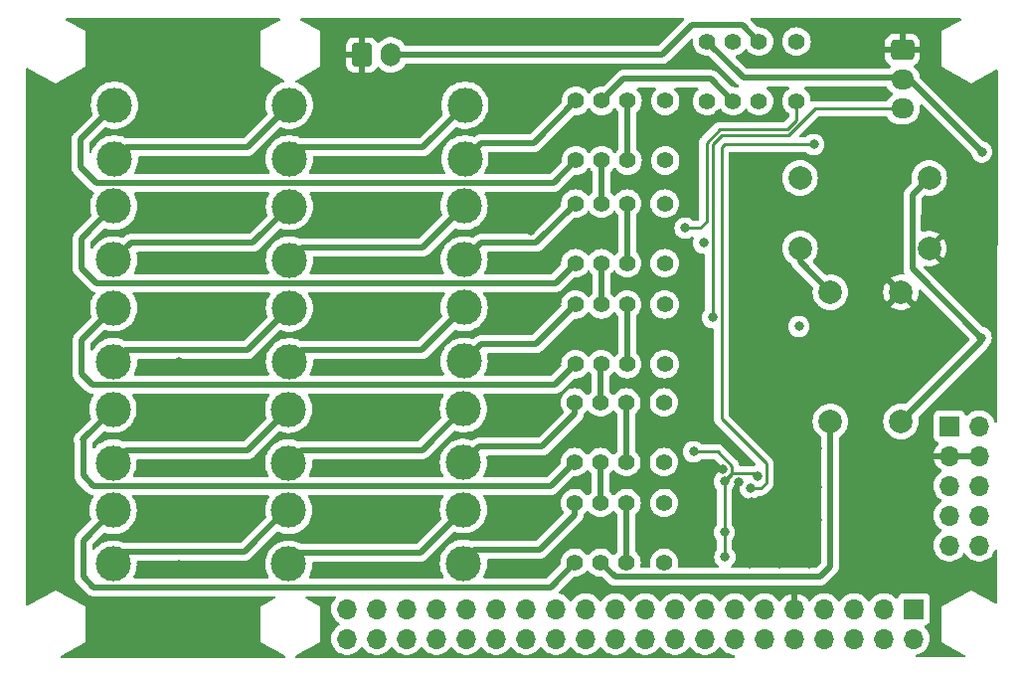
<source format=gbr>
%TF.GenerationSoftware,KiCad,Pcbnew,7.0.10*%
%TF.CreationDate,2024-04-14T10:08:43-05:00*%
%TF.ProjectId,txfilters,74786669-6c74-4657-9273-2e6b69636164,rev?*%
%TF.SameCoordinates,Original*%
%TF.FileFunction,Copper,L3,Inr*%
%TF.FilePolarity,Positive*%
%FSLAX46Y46*%
G04 Gerber Fmt 4.6, Leading zero omitted, Abs format (unit mm)*
G04 Created by KiCad (PCBNEW 7.0.10) date 2024-04-14 10:08:43*
%MOMM*%
%LPD*%
G01*
G04 APERTURE LIST*
G04 Aperture macros list*
%AMRoundRect*
0 Rectangle with rounded corners*
0 $1 Rounding radius*
0 $2 $3 $4 $5 $6 $7 $8 $9 X,Y pos of 4 corners*
0 Add a 4 corners polygon primitive as box body*
4,1,4,$2,$3,$4,$5,$6,$7,$8,$9,$2,$3,0*
0 Add four circle primitives for the rounded corners*
1,1,$1+$1,$2,$3*
1,1,$1+$1,$4,$5*
1,1,$1+$1,$6,$7*
1,1,$1+$1,$8,$9*
0 Add four rect primitives between the rounded corners*
20,1,$1+$1,$2,$3,$4,$5,0*
20,1,$1+$1,$4,$5,$6,$7,0*
20,1,$1+$1,$6,$7,$8,$9,0*
20,1,$1+$1,$8,$9,$2,$3,0*%
G04 Aperture macros list end*
%TA.AperFunction,ComponentPad*%
%ADD10C,1.400000*%
%TD*%
%TA.AperFunction,ComponentPad*%
%ADD11C,3.000000*%
%TD*%
%TA.AperFunction,ComponentPad*%
%ADD12C,2.000000*%
%TD*%
%TA.AperFunction,ComponentPad*%
%ADD13RoundRect,0.250000X-0.725000X0.600000X-0.725000X-0.600000X0.725000X-0.600000X0.725000X0.600000X0*%
%TD*%
%TA.AperFunction,ComponentPad*%
%ADD14O,1.950000X1.700000*%
%TD*%
%TA.AperFunction,ComponentPad*%
%ADD15R,1.700000X1.700000*%
%TD*%
%TA.AperFunction,ComponentPad*%
%ADD16O,1.700000X1.700000*%
%TD*%
%TA.AperFunction,ComponentPad*%
%ADD17RoundRect,0.250000X-0.600000X-0.750000X0.600000X-0.750000X0.600000X0.750000X-0.600000X0.750000X0*%
%TD*%
%TA.AperFunction,ComponentPad*%
%ADD18O,1.700000X2.000000*%
%TD*%
%TA.AperFunction,ViaPad*%
%ADD19C,0.800000*%
%TD*%
%TA.AperFunction,Conductor*%
%ADD20C,0.500000*%
%TD*%
%TA.AperFunction,Conductor*%
%ADD21C,0.250000*%
%TD*%
G04 APERTURE END LIST*
D10*
%TO.N,Net-(J4-Pin_6)*%
%TO.C,K6*%
X155905000Y-142295000D03*
%TO.N,Net-(K6-Pad2)*%
X152705000Y-142295000D03*
%TO.N,Net-(K5-Pad6)*%
X150505000Y-142295000D03*
%TO.N,Net-(C21-Pad1)*%
X148305000Y-142295000D03*
%TO.N,Net-(C24-Pad1)*%
X148305000Y-147375000D03*
%TO.N,Net-(K6-Pad6)*%
X150505000Y-147375000D03*
%TO.N,Net-(K6-Pad2)*%
X152705000Y-147375000D03*
%TO.N,Net-(U3-O1)*%
X155905000Y-147375000D03*
%TD*%
D11*
%TO.N,Net-(C16-Pad1)*%
%TO.C,L9*%
X109035000Y-125682500D03*
%TO.N,Net-(C15-Pad1)*%
X109035000Y-130252500D03*
%TD*%
%TO.N,Net-(C28-Pad1)*%
%TO.C,L1*%
X138945000Y-108420000D03*
%TO.N,Net-(C1-Pad1)*%
X138945000Y-112990000D03*
%TD*%
D10*
%TO.N,Net-(J4-Pin_6)*%
%TO.C,K1*%
X156005000Y-108045000D03*
%TO.N,Net-(K1-Pad2)*%
X152805000Y-108045000D03*
%TO.N,Net-(K1-Pad3)*%
X150605000Y-108045000D03*
%TO.N,Net-(C1-Pad1)*%
X148405000Y-108045000D03*
%TO.N,Net-(C30-Pad1)*%
X148405000Y-113125000D03*
%TO.N,Net-(K1-Pad6)*%
X150605000Y-113125000D03*
%TO.N,Net-(K1-Pad2)*%
X152805000Y-113125000D03*
%TO.N,Net-(U3-O5)*%
X156005000Y-113125000D03*
%TD*%
D12*
%TO.N,Net-(D1-A)*%
%TO.C,L17*%
X167485000Y-120615000D03*
%TO.N,GND*%
X178485000Y-120615000D03*
%TO.N,Net-(D2-A)*%
X167485000Y-114615000D03*
%TO.N,Net-(J3-In)*%
X178485000Y-114615000D03*
%TD*%
D11*
%TO.N,Net-(C29-Pad1)*%
%TO.C,L2*%
X123985000Y-108420000D03*
%TO.N,Net-(C28-Pad1)*%
X123985000Y-112990000D03*
%TD*%
%TO.N,Net-(C30-Pad1)*%
%TO.C,L3*%
X109105000Y-108420000D03*
%TO.N,Net-(C29-Pad1)*%
X109105000Y-112990000D03*
%TD*%
D10*
%TO.N,Net-(J4-Pin_6)*%
%TO.C,K5*%
X155895000Y-133732500D03*
%TO.N,Net-(K5-Pad2)*%
X152695000Y-133732500D03*
%TO.N,Net-(K4-Pad6)*%
X150495000Y-133732500D03*
%TO.N,Net-(C17-Pad1)*%
X148295000Y-133732500D03*
%TO.N,Net-(C20-Pad1)*%
X148295000Y-138812500D03*
%TO.N,Net-(K5-Pad6)*%
X150495000Y-138812500D03*
%TO.N,Net-(K5-Pad2)*%
X152695000Y-138812500D03*
%TO.N,Net-(U3-O2)*%
X155895000Y-138812500D03*
%TD*%
D11*
%TO.N,Net-(C12-Pad1)*%
%TO.C,L6*%
X109035000Y-117021250D03*
%TO.N,Net-(C11-Pad1)*%
X109035000Y-121591250D03*
%TD*%
%TO.N,Net-(C24-Pad1)*%
%TO.C,L15*%
X108985000Y-142929000D03*
%TO.N,Net-(C23-Pad1)*%
X108985000Y-147499000D03*
%TD*%
D12*
%TO.N,Net-(J3-In)*%
%TO.C,L16*%
X176075000Y-135345000D03*
%TO.N,GND*%
X176075000Y-124345000D03*
%TO.N,Net-(K6-Pad6)*%
X170075000Y-135345000D03*
%TO.N,Net-(D1-A)*%
X170075000Y-124345000D03*
%TD*%
D11*
%TO.N,Net-(C19-Pad1)*%
%TO.C,L11*%
X123935000Y-134325250D03*
%TO.N,Net-(C18-Pad1)*%
X123935000Y-138895250D03*
%TD*%
%TO.N,Net-(C14-Pad1)*%
%TO.C,L7*%
X138875000Y-125652500D03*
%TO.N,Net-(C13-Pad1)*%
X138875000Y-130222500D03*
%TD*%
D13*
%TO.N,GND*%
%TO.C,J6*%
X176203000Y-103713000D03*
D14*
%TO.N,Net-(J2-In)*%
X176203000Y-106213000D03*
%TO.N,Net-(J6-Pin_3)*%
X176203000Y-108713000D03*
%TD*%
D10*
%TO.N,Net-(J4-Pin_6)*%
%TO.C,K2*%
X167185000Y-102985000D03*
%TO.N,Net-(J5-Pin_2)*%
X163985000Y-102985000D03*
%TO.N,Net-(K1-Pad3)*%
X161785000Y-102985000D03*
%TO.N,Net-(J2-In)*%
X159585000Y-102985000D03*
X159585000Y-108065000D03*
%TO.N,Net-(K1-Pad3)*%
X161785000Y-108065000D03*
%TO.N,Net-(J5-Pin_2)*%
X163985000Y-108065000D03*
%TO.N,Net-(U3-O7)*%
X167185000Y-108065000D03*
%TD*%
D11*
%TO.N,Net-(C10-Pad1)*%
%TO.C,L4*%
X138875000Y-117006250D03*
%TO.N,Net-(C31-Pad1)*%
X138875000Y-121576250D03*
%TD*%
%TO.N,Net-(C15-Pad1)*%
%TO.C,L8*%
X123995000Y-125697500D03*
%TO.N,Net-(C14-Pad1)*%
X123995000Y-130267500D03*
%TD*%
%TO.N,Net-(C20-Pad1)*%
%TO.C,L12*%
X108975000Y-134317750D03*
%TO.N,Net-(C19-Pad1)*%
X108975000Y-138887750D03*
%TD*%
D10*
%TO.N,Net-(J4-Pin_6)*%
%TO.C,K3*%
X155955000Y-116787500D03*
%TO.N,Net-(K3-Pad2)*%
X152755000Y-116787500D03*
%TO.N,Net-(K1-Pad6)*%
X150555000Y-116787500D03*
%TO.N,Net-(C31-Pad1)*%
X148355000Y-116787500D03*
%TO.N,Net-(C12-Pad1)*%
X148355000Y-121867500D03*
%TO.N,Net-(K3-Pad6)*%
X150555000Y-121867500D03*
%TO.N,Net-(K3-Pad2)*%
X152755000Y-121867500D03*
%TO.N,Net-(U3-O4)*%
X155955000Y-121867500D03*
%TD*%
D11*
%TO.N,Net-(C22-Pad1)*%
%TO.C,L13*%
X138825000Y-142869000D03*
%TO.N,Net-(C21-Pad1)*%
X138825000Y-147439000D03*
%TD*%
%TO.N,Net-(C23-Pad1)*%
%TO.C,L14*%
X123945000Y-142929000D03*
%TO.N,Net-(C22-Pad1)*%
X123945000Y-147499000D03*
%TD*%
%TO.N,Net-(C11-Pad1)*%
%TO.C,L5*%
X123995000Y-117043750D03*
%TO.N,Net-(C10-Pad1)*%
X123995000Y-121613750D03*
%TD*%
D10*
%TO.N,Net-(J4-Pin_6)*%
%TO.C,K4*%
X155955000Y-125400000D03*
%TO.N,Net-(K4-Pad2)*%
X152755000Y-125400000D03*
%TO.N,Net-(K3-Pad6)*%
X150555000Y-125400000D03*
%TO.N,Net-(C13-Pad1)*%
X148355000Y-125400000D03*
%TO.N,Net-(C16-Pad1)*%
X148355000Y-130480000D03*
%TO.N,Net-(K4-Pad6)*%
X150555000Y-130480000D03*
%TO.N,Net-(K4-Pad2)*%
X152755000Y-130480000D03*
%TO.N,Net-(U3-O3)*%
X155955000Y-130480000D03*
%TD*%
D11*
%TO.N,Net-(C18-Pad1)*%
%TO.C,L10*%
X138815000Y-134272750D03*
%TO.N,Net-(C17-Pad1)*%
X138815000Y-138842750D03*
%TD*%
D15*
%TO.N,unconnected-(J4-Pin_1-Pad1)*%
%TO.C,J4*%
X180200000Y-135753600D03*
D16*
%TO.N,unconnected-(J4-Pin_2-Pad2)*%
X182740000Y-135753600D03*
%TO.N,GND*%
X180200000Y-138293600D03*
X182740000Y-138293600D03*
%TO.N,unconnected-(J4-Pin_5-Pad5)*%
X180200000Y-140833600D03*
%TO.N,Net-(J4-Pin_6)*%
X182740000Y-140833600D03*
%TO.N,unconnected-(J4-Pin_7-Pad7)*%
X180200000Y-143373600D03*
%TO.N,GND*%
X182740000Y-143373600D03*
%TO.N,unconnected-(J4-Pin_9-Pad9)*%
X180200000Y-145913600D03*
%TO.N,unconnected-(J4-Pin_10-Pad10)*%
X182740000Y-145913600D03*
%TD*%
D17*
%TO.N,GND*%
%TO.C,J5*%
X130149000Y-104135000D03*
D18*
%TO.N,Net-(J5-Pin_2)*%
X132649000Y-104135000D03*
%TD*%
D15*
%TO.N,Net-(J1-Pin_1)*%
%TO.C,J1*%
X177180000Y-151330000D03*
D16*
%TO.N,unconnected-(J1-Pin_2-Pad2)*%
X177180000Y-153870000D03*
%TO.N,Net-(J1-Pin_3)*%
X174640000Y-151330000D03*
%TO.N,unconnected-(J1-Pin_4-Pad4)*%
X174640000Y-153870000D03*
%TO.N,Net-(J1-Pin_5)*%
X172100000Y-151330000D03*
%TO.N,unconnected-(J1-Pin_6-Pad6)*%
X172100000Y-153870000D03*
%TO.N,unconnected-(J1-Pin_7-Pad7)*%
X169560000Y-151330000D03*
%TO.N,unconnected-(J1-Pin_8-Pad8)*%
X169560000Y-153870000D03*
%TO.N,GND*%
X167020000Y-151330000D03*
%TO.N,unconnected-(J1-Pin_10-Pad10)*%
X167020000Y-153870000D03*
%TO.N,unconnected-(J1-Pin_11-Pad11)*%
X164480000Y-151330000D03*
%TO.N,unconnected-(J1-Pin_12-Pad12)*%
X164480000Y-153870000D03*
%TO.N,unconnected-(J1-Pin_13-Pad13)*%
X161940000Y-151330000D03*
%TO.N,unconnected-(J1-Pin_14-Pad14)*%
X161940000Y-153870000D03*
%TO.N,unconnected-(J1-Pin_15-Pad15)*%
X159400000Y-151330000D03*
%TO.N,unconnected-(J1-Pin_16-Pad16)*%
X159400000Y-153870000D03*
%TO.N,unconnected-(J1-Pin_17-Pad17)*%
X156860000Y-151330000D03*
%TO.N,unconnected-(J1-Pin_18-Pad18)*%
X156860000Y-153870000D03*
%TO.N,unconnected-(J1-Pin_19-Pad19)*%
X154320000Y-151330000D03*
%TO.N,unconnected-(J1-Pin_20-Pad20)*%
X154320000Y-153870000D03*
%TO.N,unconnected-(J1-Pin_21-Pad21)*%
X151780000Y-151330000D03*
%TO.N,unconnected-(J1-Pin_22-Pad22)*%
X151780000Y-153870000D03*
%TO.N,unconnected-(J1-Pin_23-Pad23)*%
X149240000Y-151330000D03*
%TO.N,unconnected-(J1-Pin_24-Pad24)*%
X149240000Y-153870000D03*
%TO.N,unconnected-(J1-Pin_25-Pad25)*%
X146700000Y-151330000D03*
%TO.N,unconnected-(J1-Pin_26-Pad26)*%
X146700000Y-153870000D03*
%TO.N,unconnected-(J1-Pin_27-Pad27)*%
X144160000Y-151330000D03*
%TO.N,unconnected-(J1-Pin_28-Pad28)*%
X144160000Y-153870000D03*
%TO.N,unconnected-(J1-Pin_29-Pad29)*%
X141620000Y-151330000D03*
%TO.N,unconnected-(J1-Pin_30-Pad30)*%
X141620000Y-153870000D03*
%TO.N,unconnected-(J1-Pin_31-Pad31)*%
X139080000Y-151330000D03*
%TO.N,unconnected-(J1-Pin_32-Pad32)*%
X139080000Y-153870000D03*
%TO.N,unconnected-(J1-Pin_33-Pad33)*%
X136540000Y-151330000D03*
%TO.N,unconnected-(J1-Pin_34-Pad34)*%
X136540000Y-153870000D03*
%TO.N,unconnected-(J1-Pin_35-Pad35)*%
X134000000Y-151330000D03*
%TO.N,unconnected-(J1-Pin_36-Pad36)*%
X134000000Y-153870000D03*
%TO.N,unconnected-(J1-Pin_37-Pad37)*%
X131460000Y-151330000D03*
%TO.N,unconnected-(J1-Pin_38-Pad38)*%
X131460000Y-153870000D03*
%TO.N,unconnected-(J1-Pin_39-Pad39)*%
X128920000Y-151330000D03*
%TO.N,unconnected-(J1-Pin_40-Pad40)*%
X128920000Y-153870000D03*
%TD*%
D19*
%TO.N,GND*%
X144526000Y-121666000D03*
X114554000Y-150876000D03*
X171323000Y-143764000D03*
X144399000Y-113157000D03*
X169672000Y-107442000D03*
X157734000Y-104648000D03*
X138938000Y-102616000D03*
X129540000Y-113284000D03*
X170180000Y-117602000D03*
X160528000Y-109220000D03*
X149606000Y-119126000D03*
X163195000Y-149733000D03*
X158115000Y-149733000D03*
X154432000Y-107442000D03*
X103124000Y-147320000D03*
X149606000Y-102616000D03*
X167280000Y-128716000D03*
X114554000Y-139192000D03*
X183040000Y-108140000D03*
X179324000Y-110998000D03*
X150622000Y-149733000D03*
X103124000Y-113284000D03*
X114554000Y-134366000D03*
X144526000Y-139192000D03*
X177546000Y-137668000D03*
X103124000Y-116840000D03*
X103124000Y-134112000D03*
X178054000Y-109982000D03*
X149606000Y-128016000D03*
X129540000Y-139192000D03*
X149606000Y-105664000D03*
X144399000Y-147828000D03*
X160528000Y-149733000D03*
X170180000Y-129794000D03*
X165608000Y-109220000D03*
X129540000Y-147828000D03*
X168910000Y-143764000D03*
X114554000Y-113284000D03*
X165735000Y-149733000D03*
X144399000Y-110109000D03*
X164860000Y-123990000D03*
X129540000Y-145288000D03*
X163195000Y-147447000D03*
X165735000Y-147447000D03*
X129540000Y-127889000D03*
X182960000Y-132520000D03*
X144526000Y-119126000D03*
X144526000Y-127381000D03*
X103124000Y-121412000D03*
X181102000Y-108077000D03*
X103124000Y-130302000D03*
X168275000Y-149733000D03*
X114554000Y-108458000D03*
X155702000Y-149733000D03*
X157734000Y-107442000D03*
X182970000Y-123800000D03*
X167386000Y-132080000D03*
X129540000Y-136144000D03*
X114554000Y-147574000D03*
X164120000Y-144780000D03*
X103378000Y-108458000D03*
X168910000Y-137668000D03*
X171196000Y-140970000D03*
X149606000Y-144780000D03*
X177546000Y-140970000D03*
X129540000Y-119126000D03*
X168275000Y-147447000D03*
X114554000Y-130302000D03*
X169672000Y-104140000D03*
X144526000Y-136144000D03*
X129540000Y-110744000D03*
X153035000Y-149733000D03*
X103124000Y-142748000D03*
X165608000Y-104902000D03*
X160939836Y-139439530D03*
X163322000Y-142240000D03*
X179070000Y-150622000D03*
X158440000Y-136420000D03*
X103124000Y-125476000D03*
X138938000Y-105664000D03*
X144526000Y-130048000D03*
X114554000Y-117094000D03*
X127000000Y-150876000D03*
X144399000Y-144780000D03*
X114554000Y-142748000D03*
X162306000Y-120142000D03*
X129540000Y-121920000D03*
X149606000Y-110744000D03*
X177546000Y-145796000D03*
X171196000Y-147574000D03*
X170180000Y-110236000D03*
X168910000Y-140970000D03*
X175514000Y-129794000D03*
X170815000Y-149733000D03*
X114554000Y-121666000D03*
X129540000Y-130556000D03*
X173228000Y-104140000D03*
X171196000Y-137668000D03*
X179324000Y-106553000D03*
X182990000Y-116670000D03*
X175514000Y-117602000D03*
X149606000Y-136398000D03*
X162220000Y-140490000D03*
X114554000Y-125730000D03*
X103124000Y-139192000D03*
X173228000Y-107442000D03*
%TO.N,Net-(J1-Pin_1)*%
X161080000Y-146902000D03*
X161036000Y-144780000D03*
X158415000Y-137940000D03*
X161036000Y-140462000D03*
X163866366Y-139985000D03*
%TO.N,Net-(J4-Pin_6)*%
X159258000Y-120142000D03*
%TO.N,Net-(D1-K)*%
X167386000Y-127254000D03*
%TO.N,Net-(D2-K)*%
X163254998Y-141050128D03*
X168656000Y-111760000D03*
%TO.N,Net-(U3-O7)*%
X157704319Y-118887840D03*
%TO.N,Net-(J3-In)*%
X182910000Y-128205000D03*
%TO.N,Net-(J2-In)*%
X182960000Y-112395000D03*
%TO.N,Net-(J6-Pin_3)*%
X160020000Y-126492000D03*
%TD*%
D20*
%TO.N,Net-(K1-Pad3)*%
X150605000Y-108045000D02*
X152478000Y-106172000D01*
X152478000Y-106172000D02*
X159892000Y-106172000D01*
X159892000Y-106172000D02*
X161785000Y-108065000D01*
%TO.N,Net-(C28-Pad1)*%
X124961000Y-112014000D02*
X123985000Y-112990000D01*
X138945000Y-108420000D02*
X135351000Y-112014000D01*
X135351000Y-112014000D02*
X124961000Y-112014000D01*
%TO.N,Net-(C29-Pad1)*%
X110081000Y-112014000D02*
X109105000Y-112990000D01*
X123985000Y-108420000D02*
X120391000Y-112014000D01*
X120391000Y-112014000D02*
X110081000Y-112014000D01*
%TO.N,Net-(C30-Pad1)*%
X109105000Y-108420000D02*
X106172000Y-111353000D01*
X146473750Y-115056250D02*
X148405000Y-113125000D01*
X106172000Y-113665000D02*
X107563250Y-115056250D01*
X107563250Y-115056250D02*
X146473750Y-115056250D01*
X106172000Y-111353000D02*
X106172000Y-113665000D01*
%TO.N,Net-(C31-Pad1)*%
X148355000Y-116787500D02*
X145000500Y-120142000D01*
X140309250Y-120142000D02*
X138875000Y-121576250D01*
X145000500Y-120142000D02*
X140309250Y-120142000D01*
%TO.N,Net-(C10-Pad1)*%
X125085750Y-120523000D02*
X135358250Y-120523000D01*
X135358250Y-120523000D02*
X138875000Y-117006250D01*
X123995000Y-121613750D02*
X125085750Y-120523000D01*
%TO.N,Net-(C11-Pad1)*%
X120896750Y-120142000D02*
X123995000Y-117043750D01*
X110484250Y-120142000D02*
X120896750Y-120142000D01*
X109035000Y-121591250D02*
X110484250Y-120142000D01*
%TO.N,Net-(C12-Pad1)*%
X106299000Y-119757250D02*
X106299000Y-122301000D01*
X106299000Y-122301000D02*
X107561750Y-123563750D01*
X146658750Y-123563750D02*
X148355000Y-121867500D01*
X109035000Y-117021250D02*
X106299000Y-119757250D01*
X107561750Y-123563750D02*
X146658750Y-123563750D01*
%TO.N,Net-(C13-Pad1)*%
X144977000Y-128778000D02*
X140319500Y-128778000D01*
X140319500Y-128778000D02*
X138875000Y-130222500D01*
X148355000Y-125400000D02*
X144977000Y-128778000D01*
%TO.N,Net-(C14-Pad1)*%
X124976500Y-129286000D02*
X123995000Y-130267500D01*
X135241500Y-129286000D02*
X124976500Y-129286000D01*
X138875000Y-125652500D02*
X135241500Y-129286000D01*
%TO.N,Net-(C15-Pad1)*%
X123995000Y-125697500D02*
X120406500Y-129286000D01*
X110001500Y-129286000D02*
X109035000Y-130252500D01*
X120406500Y-129286000D02*
X110001500Y-129286000D01*
%TO.N,Net-(C16-Pad1)*%
X146617500Y-132217500D02*
X148355000Y-130480000D01*
X106299000Y-131318000D02*
X107198500Y-132217500D01*
X109035000Y-125682500D02*
X106299000Y-128418500D01*
X107198500Y-132217500D02*
X146617500Y-132217500D01*
X106299000Y-128418500D02*
X106299000Y-131318000D01*
%TO.N,Net-(C17-Pad1)*%
X148295000Y-134722449D02*
X145515449Y-137502000D01*
X140155750Y-137502000D02*
X138815000Y-138842750D01*
X145515449Y-137502000D02*
X140155750Y-137502000D01*
X148295000Y-133732500D02*
X148295000Y-134722449D01*
D21*
%TO.N,Net-(J1-Pin_1)*%
X163646366Y-139765000D02*
X161649671Y-139765000D01*
X161080000Y-146902000D02*
X161036000Y-146350000D01*
X160465611Y-137940000D02*
X161664836Y-139139225D01*
X161649671Y-139765000D02*
X161644671Y-139760000D01*
X161036000Y-140462000D02*
X161036000Y-144780000D01*
X161664836Y-139833164D02*
X161036000Y-140462000D01*
X158415000Y-137940000D02*
X160465611Y-137940000D01*
X161219997Y-140184674D02*
X161644671Y-139760000D01*
X161664836Y-139139225D02*
X161664836Y-139833164D01*
X161036000Y-140462000D02*
X161219997Y-140184674D01*
X161036000Y-146350000D02*
X161036000Y-144780000D01*
X163866366Y-139985000D02*
X163646366Y-139765000D01*
D20*
%TO.N,Net-(C1-Pad1)*%
X140302000Y-111633000D02*
X138945000Y-112990000D01*
X144817000Y-111633000D02*
X140302000Y-111633000D01*
X148405000Y-108045000D02*
X144817000Y-111633000D01*
%TO.N,Net-(C18-Pad1)*%
X125035250Y-137795000D02*
X123935000Y-138895250D01*
X135292750Y-137795000D02*
X125035250Y-137795000D01*
X138815000Y-134272750D02*
X135292750Y-137795000D01*
%TO.N,Net-(C19-Pad1)*%
X110067750Y-137795000D02*
X108975000Y-138887750D01*
X120465250Y-137795000D02*
X110067750Y-137795000D01*
X123935000Y-134325250D02*
X120465250Y-137795000D01*
%TO.N,Net-(C20-Pad1)*%
X106426000Y-136945250D02*
X106426000Y-139954000D01*
X146262250Y-140845250D02*
X148295000Y-138812500D01*
X108975000Y-134317750D02*
X106386750Y-136906000D01*
X106386750Y-136906000D02*
X106426000Y-136945250D01*
X107317250Y-140845250D02*
X146262250Y-140845250D01*
X106426000Y-139954000D02*
X107317250Y-140845250D01*
%TO.N,Net-(C21-Pad1)*%
X148305000Y-142295000D02*
X148305000Y-143284949D01*
X139706000Y-146304000D02*
X138825000Y-147185000D01*
X148305000Y-143284949D02*
X145285949Y-146304000D01*
X145285949Y-146304000D02*
X139706000Y-146304000D01*
%TO.N,Net-(C22-Pad1)*%
X124886000Y-146558000D02*
X123945000Y-147499000D01*
X138825000Y-142869000D02*
X135136000Y-146558000D01*
X135136000Y-146558000D02*
X124886000Y-146558000D01*
%TO.N,Net-(C23-Pad1)*%
X120150000Y-146470000D02*
X109760000Y-146470000D01*
X109760000Y-146470000D02*
X108985000Y-147245000D01*
X123945000Y-142675000D02*
X120150000Y-146470000D01*
%TO.N,Net-(C24-Pad1)*%
X106426000Y-145488000D02*
X106426000Y-148590000D01*
X107295000Y-149459000D02*
X146221000Y-149459000D01*
X106426000Y-148590000D02*
X107295000Y-149459000D01*
X108985000Y-142929000D02*
X106426000Y-145488000D01*
X146221000Y-149459000D02*
X148305000Y-147375000D01*
%TO.N,Net-(K1-Pad2)*%
X152805000Y-113125000D02*
X152805000Y-108045000D01*
%TO.N,Net-(K3-Pad2)*%
X152755000Y-121867500D02*
X152755000Y-116787500D01*
%TO.N,Net-(K1-Pad6)*%
X150555000Y-113175000D02*
X150605000Y-113125000D01*
X150555000Y-116787500D02*
X150555000Y-113175000D01*
%TO.N,Net-(K4-Pad2)*%
X152755000Y-125400000D02*
X152755000Y-130480000D01*
%TO.N,Net-(K3-Pad6)*%
X150555000Y-125400000D02*
X150555000Y-121867500D01*
%TO.N,Net-(K4-Pad6)*%
X150495000Y-133732500D02*
X150495000Y-130540000D01*
X150495000Y-130540000D02*
X150555000Y-130480000D01*
%TO.N,Net-(K5-Pad2)*%
X152695000Y-138812500D02*
X152695000Y-133732500D01*
%TO.N,Net-(K5-Pad6)*%
X150505000Y-142295000D02*
X150505000Y-138822500D01*
X150505000Y-138822500D02*
X150495000Y-138812500D01*
%TO.N,Net-(K6-Pad2)*%
X152705000Y-147375000D02*
X152705000Y-142295000D01*
D21*
%TO.N,Net-(D2-K)*%
X161036000Y-111760000D02*
X168656000Y-111760000D01*
X164591366Y-138938634D02*
X164592000Y-138938000D01*
X160782000Y-112014000D02*
X161036000Y-111760000D01*
X160782000Y-135128000D02*
X160782000Y-112014000D01*
X164592000Y-138938000D02*
X160782000Y-135128000D01*
X164591366Y-140589634D02*
X164591366Y-138938634D01*
X163254998Y-141050128D02*
X164130872Y-141050128D01*
X164130872Y-141050128D02*
X164591366Y-140589634D01*
%TO.N,Net-(U3-O7)*%
X167185000Y-109675000D02*
X166370000Y-110490000D01*
X160653604Y-110490000D02*
X166370000Y-110490000D01*
X167185000Y-108065000D02*
X167185000Y-109675000D01*
X159512000Y-118364000D02*
X159512000Y-111631604D01*
X158988160Y-118887840D02*
X159512000Y-118364000D01*
X159512000Y-111631604D02*
X160653604Y-110490000D01*
X157704319Y-118887840D02*
X158988160Y-118887840D01*
D20*
%TO.N,Net-(D1-A)*%
X167485000Y-121755000D02*
X170075000Y-124345000D01*
X167485000Y-120615000D02*
X167485000Y-121755000D01*
%TO.N,Net-(J3-In)*%
X177035000Y-122330000D02*
X177035000Y-117672918D01*
X182910000Y-128510000D02*
X176075000Y-135345000D01*
X182910000Y-128205000D02*
X182910000Y-128510000D01*
X177038000Y-117669918D02*
X177038000Y-116062000D01*
X182910000Y-128205000D02*
X177035000Y-122330000D01*
X177038000Y-116062000D02*
X178485000Y-114615000D01*
X177035000Y-117672918D02*
X177038000Y-117669918D01*
%TO.N,Net-(K6-Pad6)*%
X151720000Y-148590000D02*
X150505000Y-147375000D01*
X170075000Y-147679000D02*
X169164000Y-148590000D01*
X170075000Y-135345000D02*
X170075000Y-147679000D01*
X169164000Y-148590000D02*
X151720000Y-148590000D01*
%TO.N,Net-(J2-In)*%
X176074000Y-106084000D02*
X176203000Y-106213000D01*
X176203000Y-106213000D02*
X176778000Y-106213000D01*
X176778000Y-106213000D02*
X182960000Y-112395000D01*
X159585000Y-102985000D02*
X162684000Y-106084000D01*
X162684000Y-106084000D02*
X176074000Y-106084000D01*
%TO.N,Net-(J5-Pin_2)*%
X162600000Y-101600000D02*
X163985000Y-102985000D01*
X132649000Y-104135000D02*
X155707000Y-104135000D01*
X158252000Y-101600000D02*
X162600000Y-101600000D01*
X155707000Y-104135000D02*
X155712000Y-104140000D01*
X155712000Y-104140000D02*
X158252000Y-101600000D01*
D21*
%TO.N,Net-(J6-Pin_3)*%
X160020000Y-111760000D02*
X160782000Y-110998000D01*
X160782000Y-110998000D02*
X166498396Y-110998000D01*
X168785396Y-108713000D02*
X176203000Y-108713000D01*
X160020000Y-126492000D02*
X160020000Y-111760000D01*
X166498396Y-110998000D02*
X168784396Y-108712000D01*
X168784396Y-108712000D02*
X168785396Y-108713000D01*
%TD*%
%TA.AperFunction,Conductor*%
%TO.N,GND*%
G36*
X123171552Y-100999685D02*
G01*
X123217307Y-101052489D01*
X123227251Y-101121647D01*
X123198226Y-101185203D01*
X123164271Y-101212650D01*
X121540000Y-102106000D01*
X121540000Y-105154000D01*
X123484209Y-106223314D01*
X123520910Y-106243500D01*
X123570165Y-106293056D01*
X123584809Y-106361374D01*
X123560192Y-106426763D01*
X123504132Y-106468464D01*
X123494607Y-106471553D01*
X123310821Y-106523047D01*
X123058801Y-106632514D01*
X122824034Y-106775279D01*
X122610892Y-106948683D01*
X122423340Y-107149500D01*
X122264893Y-107373969D01*
X122264889Y-107373975D01*
X122138476Y-107617943D01*
X122046463Y-107876841D01*
X122046458Y-107876858D01*
X121990558Y-108145867D01*
X121990557Y-108145869D01*
X121971807Y-108420000D01*
X121990557Y-108694130D01*
X121990558Y-108694132D01*
X122046458Y-108963141D01*
X122046463Y-108963158D01*
X122104844Y-109127426D01*
X122108747Y-109197187D01*
X122075685Y-109256632D01*
X120113138Y-111219181D01*
X120051815Y-111252666D01*
X120025457Y-111255500D01*
X110153072Y-111255500D01*
X110088644Y-111237448D01*
X110031198Y-111202514D01*
X109779178Y-111093047D01*
X109514602Y-111018916D01*
X109514597Y-111018915D01*
X109514596Y-111018915D01*
X109266780Y-110984853D01*
X109242386Y-110981500D01*
X109242385Y-110981500D01*
X108967615Y-110981500D01*
X108967614Y-110981500D01*
X108695404Y-111018915D01*
X108695397Y-111018916D01*
X108430821Y-111093047D01*
X108178801Y-111202514D01*
X107944034Y-111345279D01*
X107730892Y-111518683D01*
X107543340Y-111719500D01*
X107384893Y-111943969D01*
X107384889Y-111943975D01*
X107258476Y-112187943D01*
X107171340Y-112433120D01*
X107130342Y-112489697D01*
X107065265Y-112515127D01*
X106996769Y-112501336D01*
X106946603Y-112452704D01*
X106930500Y-112391595D01*
X106930500Y-111718542D01*
X106950185Y-111651503D01*
X106966814Y-111630866D01*
X108266505Y-110331174D01*
X108327826Y-110297691D01*
X108397518Y-110302675D01*
X108403585Y-110305123D01*
X108430815Y-110316950D01*
X108430816Y-110316951D01*
X108430822Y-110316952D01*
X108430823Y-110316953D01*
X108695404Y-110391085D01*
X108934720Y-110423978D01*
X108967614Y-110428500D01*
X108967615Y-110428500D01*
X109242386Y-110428500D01*
X109271733Y-110424466D01*
X109514596Y-110391085D01*
X109779177Y-110316953D01*
X110031200Y-110207484D01*
X110265969Y-110064718D01*
X110479111Y-109891314D01*
X110666657Y-109690502D01*
X110825111Y-109466023D01*
X110951523Y-109222058D01*
X111043538Y-108963153D01*
X111043539Y-108963146D01*
X111043541Y-108963141D01*
X111083497Y-108770862D01*
X111099442Y-108694130D01*
X111118193Y-108420000D01*
X111099442Y-108145870D01*
X111068746Y-107998153D01*
X111043541Y-107876858D01*
X111043536Y-107876841D01*
X110962948Y-107650090D01*
X110951523Y-107617942D01*
X110825111Y-107373977D01*
X110825110Y-107373975D01*
X110825106Y-107373969D01*
X110666659Y-107149500D01*
X110590613Y-107068075D01*
X110479111Y-106948686D01*
X110265969Y-106775282D01*
X110265967Y-106775281D01*
X110265965Y-106775279D01*
X110031198Y-106632514D01*
X109779178Y-106523047D01*
X109514602Y-106448916D01*
X109514597Y-106448915D01*
X109514596Y-106448915D01*
X109353430Y-106426763D01*
X109242386Y-106411500D01*
X109242385Y-106411500D01*
X108967615Y-106411500D01*
X108967614Y-106411500D01*
X108695404Y-106448915D01*
X108695397Y-106448916D01*
X108430821Y-106523047D01*
X108178801Y-106632514D01*
X107944034Y-106775279D01*
X107730892Y-106948683D01*
X107543340Y-107149500D01*
X107384893Y-107373969D01*
X107384889Y-107373975D01*
X107258476Y-107617943D01*
X107166463Y-107876841D01*
X107166458Y-107876858D01*
X107110558Y-108145867D01*
X107110557Y-108145869D01*
X107091807Y-108420000D01*
X107110557Y-108694130D01*
X107110558Y-108694132D01*
X107166458Y-108963141D01*
X107166463Y-108963158D01*
X107224844Y-109127426D01*
X107228747Y-109197187D01*
X107195685Y-109256632D01*
X105681122Y-110771195D01*
X105667495Y-110782973D01*
X105647941Y-110797531D01*
X105615713Y-110835938D01*
X105608421Y-110843897D01*
X105604420Y-110847898D01*
X105584983Y-110872479D01*
X105582710Y-110875269D01*
X105533967Y-110933360D01*
X105530001Y-110939391D01*
X105529963Y-110939366D01*
X105525782Y-110945928D01*
X105525821Y-110945952D01*
X105522035Y-110952088D01*
X105503311Y-110992241D01*
X105489967Y-111020855D01*
X105488412Y-111024068D01*
X105454391Y-111091810D01*
X105451923Y-111098593D01*
X105451878Y-111098576D01*
X105449322Y-111105932D01*
X105449366Y-111105947D01*
X105447096Y-111112794D01*
X105431758Y-111187073D01*
X105430978Y-111190589D01*
X105413499Y-111264344D01*
X105412661Y-111271519D01*
X105412613Y-111271513D01*
X105411823Y-111279244D01*
X105411870Y-111279249D01*
X105411240Y-111286438D01*
X105413448Y-111362290D01*
X105413500Y-111365897D01*
X105413500Y-113600706D01*
X105412191Y-113618676D01*
X105408658Y-113642791D01*
X105413028Y-113692724D01*
X105413500Y-113703533D01*
X105413500Y-113709183D01*
X105417139Y-113740322D01*
X105417505Y-113743905D01*
X105424112Y-113819426D01*
X105425572Y-113826494D01*
X105425526Y-113826503D01*
X105427209Y-113834094D01*
X105427254Y-113834084D01*
X105428919Y-113841110D01*
X105454854Y-113912367D01*
X105456037Y-113915770D01*
X105479884Y-113987732D01*
X105479886Y-113987738D01*
X105479889Y-113987743D01*
X105482940Y-113994286D01*
X105482896Y-113994306D01*
X105486284Y-114001304D01*
X105486327Y-114001283D01*
X105489568Y-114007737D01*
X105531245Y-114071103D01*
X105533167Y-114074120D01*
X105572970Y-114138651D01*
X105572971Y-114138652D01*
X105572973Y-114138655D01*
X105577451Y-114144318D01*
X105577413Y-114144347D01*
X105582320Y-114150372D01*
X105582357Y-114150342D01*
X105587002Y-114155877D01*
X105642172Y-114207927D01*
X105644760Y-114210441D01*
X106981446Y-115547127D01*
X106993227Y-115560759D01*
X107007781Y-115580308D01*
X107046185Y-115612533D01*
X107054151Y-115619832D01*
X107058150Y-115623831D01*
X107081584Y-115642360D01*
X107082720Y-115643258D01*
X107085516Y-115645536D01*
X107104058Y-115661094D01*
X107143610Y-115694282D01*
X107143612Y-115694283D01*
X107149646Y-115698252D01*
X107149620Y-115698291D01*
X107156177Y-115702468D01*
X107156203Y-115702428D01*
X107162341Y-115706214D01*
X107162345Y-115706217D01*
X107228169Y-115736911D01*
X107231081Y-115738269D01*
X107234320Y-115739838D01*
X107251297Y-115748364D01*
X107287754Y-115766673D01*
X107338828Y-115814350D01*
X107356018Y-115882073D01*
X107333866Y-115948338D01*
X107333410Y-115948988D01*
X107314887Y-115975229D01*
X107188476Y-116219193D01*
X107096463Y-116478091D01*
X107096458Y-116478108D01*
X107040558Y-116747117D01*
X107040557Y-116747119D01*
X107021807Y-117021250D01*
X107040557Y-117295380D01*
X107040558Y-117295382D01*
X107096458Y-117564391D01*
X107096463Y-117564408D01*
X107154844Y-117728676D01*
X107158747Y-117798437D01*
X107125685Y-117857882D01*
X105808122Y-119175445D01*
X105794495Y-119187223D01*
X105774941Y-119201781D01*
X105742713Y-119240188D01*
X105735421Y-119248147D01*
X105731420Y-119252148D01*
X105711983Y-119276729D01*
X105709710Y-119279519D01*
X105660967Y-119337610D01*
X105657001Y-119343641D01*
X105656963Y-119343616D01*
X105652782Y-119350178D01*
X105652821Y-119350202D01*
X105649035Y-119356338D01*
X105634502Y-119387505D01*
X105616967Y-119425105D01*
X105615412Y-119428318D01*
X105581391Y-119496060D01*
X105578923Y-119502843D01*
X105578878Y-119502826D01*
X105576322Y-119510182D01*
X105576366Y-119510197D01*
X105574096Y-119517044D01*
X105558758Y-119591323D01*
X105557978Y-119594839D01*
X105540499Y-119668594D01*
X105539661Y-119675769D01*
X105539613Y-119675763D01*
X105538823Y-119683494D01*
X105538870Y-119683499D01*
X105538240Y-119690688D01*
X105540160Y-119756634D01*
X105540350Y-119763191D01*
X105540448Y-119766540D01*
X105540500Y-119770147D01*
X105540500Y-122236706D01*
X105539191Y-122254676D01*
X105535658Y-122278791D01*
X105540028Y-122328724D01*
X105540500Y-122339533D01*
X105540500Y-122345183D01*
X105544139Y-122376322D01*
X105544505Y-122379905D01*
X105551112Y-122455426D01*
X105552572Y-122462494D01*
X105552526Y-122462503D01*
X105554209Y-122470094D01*
X105554254Y-122470084D01*
X105555919Y-122477110D01*
X105581854Y-122548367D01*
X105583037Y-122551770D01*
X105606401Y-122622273D01*
X105606886Y-122623738D01*
X105606889Y-122623743D01*
X105609940Y-122630286D01*
X105609896Y-122630306D01*
X105613284Y-122637304D01*
X105613327Y-122637283D01*
X105616568Y-122643737D01*
X105658245Y-122707103D01*
X105660167Y-122710120D01*
X105699970Y-122774651D01*
X105699971Y-122774652D01*
X105699973Y-122774655D01*
X105704451Y-122780318D01*
X105704413Y-122780347D01*
X105709320Y-122786372D01*
X105709357Y-122786342D01*
X105714002Y-122791877D01*
X105769172Y-122843927D01*
X105771760Y-122846441D01*
X106979946Y-124054627D01*
X106991727Y-124068259D01*
X107006281Y-124087808D01*
X107044695Y-124120041D01*
X107052658Y-124127339D01*
X107056650Y-124131331D01*
X107081235Y-124150771D01*
X107084029Y-124153047D01*
X107095629Y-124162780D01*
X107142110Y-124201782D01*
X107142112Y-124201783D01*
X107148146Y-124205752D01*
X107148119Y-124205792D01*
X107154671Y-124209966D01*
X107154697Y-124209925D01*
X107160841Y-124213715D01*
X107160844Y-124213717D01*
X107229590Y-124245773D01*
X107232781Y-124247319D01*
X107300561Y-124281359D01*
X107307344Y-124283827D01*
X107307327Y-124283872D01*
X107314675Y-124286426D01*
X107314691Y-124286381D01*
X107321544Y-124288652D01*
X107344616Y-124293415D01*
X107406290Y-124326247D01*
X107440425Y-124387211D01*
X107436180Y-124456952D01*
X107420850Y-124486361D01*
X107314892Y-124636471D01*
X107314889Y-124636475D01*
X107188476Y-124880443D01*
X107096463Y-125139341D01*
X107096458Y-125139358D01*
X107040558Y-125408367D01*
X107040557Y-125408369D01*
X107021807Y-125682500D01*
X107040557Y-125956630D01*
X107040558Y-125956632D01*
X107096458Y-126225641D01*
X107096463Y-126225658D01*
X107154844Y-126389926D01*
X107158747Y-126459687D01*
X107125685Y-126519132D01*
X105808122Y-127836695D01*
X105794495Y-127848473D01*
X105774941Y-127863031D01*
X105742713Y-127901438D01*
X105735421Y-127909397D01*
X105731420Y-127913398D01*
X105711983Y-127937979D01*
X105709710Y-127940769D01*
X105660967Y-127998860D01*
X105657001Y-128004891D01*
X105656963Y-128004866D01*
X105652782Y-128011428D01*
X105652821Y-128011452D01*
X105649035Y-128017588D01*
X105641557Y-128033625D01*
X105616967Y-128086355D01*
X105615412Y-128089568D01*
X105581391Y-128157310D01*
X105578923Y-128164093D01*
X105578878Y-128164076D01*
X105576322Y-128171432D01*
X105576366Y-128171447D01*
X105574096Y-128178294D01*
X105558758Y-128252573D01*
X105557978Y-128256089D01*
X105540499Y-128329844D01*
X105539661Y-128337019D01*
X105539613Y-128337013D01*
X105538823Y-128344744D01*
X105538870Y-128344749D01*
X105538240Y-128351938D01*
X105540448Y-128427790D01*
X105540500Y-128431397D01*
X105540500Y-131253706D01*
X105539191Y-131271676D01*
X105535658Y-131295791D01*
X105540028Y-131345724D01*
X105540500Y-131356533D01*
X105540500Y-131362183D01*
X105544139Y-131393322D01*
X105544505Y-131396905D01*
X105551112Y-131472426D01*
X105552572Y-131479494D01*
X105552526Y-131479503D01*
X105554209Y-131487094D01*
X105554254Y-131487084D01*
X105555919Y-131494110D01*
X105581854Y-131565367D01*
X105583037Y-131568770D01*
X105599999Y-131619954D01*
X105606886Y-131640738D01*
X105606889Y-131640743D01*
X105609940Y-131647286D01*
X105609896Y-131647306D01*
X105613284Y-131654304D01*
X105613327Y-131654283D01*
X105616568Y-131660737D01*
X105658245Y-131724103D01*
X105660167Y-131727120D01*
X105699970Y-131791651D01*
X105699971Y-131791652D01*
X105699973Y-131791655D01*
X105704451Y-131797318D01*
X105704413Y-131797347D01*
X105709320Y-131803372D01*
X105709357Y-131803342D01*
X105714002Y-131808877D01*
X105769172Y-131860927D01*
X105771760Y-131863441D01*
X106616696Y-132708377D01*
X106628477Y-132722009D01*
X106643031Y-132741558D01*
X106681445Y-132773791D01*
X106689408Y-132781089D01*
X106693400Y-132785081D01*
X106717985Y-132804521D01*
X106720779Y-132806797D01*
X106732379Y-132816530D01*
X106778860Y-132855532D01*
X106778862Y-132855533D01*
X106784896Y-132859502D01*
X106784869Y-132859542D01*
X106791421Y-132863716D01*
X106791447Y-132863675D01*
X106797591Y-132867465D01*
X106797594Y-132867467D01*
X106866340Y-132899523D01*
X106869531Y-132901069D01*
X106937311Y-132935109D01*
X106944094Y-132937577D01*
X106944077Y-132937622D01*
X106951425Y-132940176D01*
X106951441Y-132940131D01*
X106958289Y-132942399D01*
X106958294Y-132942402D01*
X107032612Y-132957746D01*
X107036031Y-132958505D01*
X107109844Y-132976000D01*
X107109845Y-132976000D01*
X107109849Y-132976001D01*
X107117017Y-132976839D01*
X107117011Y-132976886D01*
X107124742Y-132977676D01*
X107124747Y-132977629D01*
X107131937Y-132978258D01*
X107131941Y-132978257D01*
X107131942Y-132978258D01*
X107207773Y-132976051D01*
X107211379Y-132976000D01*
X107224326Y-132976000D01*
X107291365Y-132995685D01*
X107337120Y-133048489D01*
X107347064Y-133117647D01*
X107325631Y-133171508D01*
X107254888Y-133271727D01*
X107128476Y-133515693D01*
X107036463Y-133774591D01*
X107036458Y-133774608D01*
X106980558Y-134043617D01*
X106980557Y-134043619D01*
X106961807Y-134317750D01*
X106980557Y-134591880D01*
X106980558Y-134591882D01*
X107036458Y-134860891D01*
X107036463Y-134860908D01*
X107094844Y-135025176D01*
X107098747Y-135094937D01*
X107065685Y-135154382D01*
X105868567Y-136351500D01*
X105863321Y-136356450D01*
X105816271Y-136398320D01*
X105780143Y-136449916D01*
X105775838Y-136455699D01*
X105736784Y-136505090D01*
X105736783Y-136505092D01*
X105731940Y-136515478D01*
X105721141Y-136534181D01*
X105714575Y-136543559D01*
X105714568Y-136543570D01*
X105691320Y-136602089D01*
X105688465Y-136608708D01*
X105661846Y-136665794D01*
X105661846Y-136665795D01*
X105659529Y-136677016D01*
X105653333Y-136697712D01*
X105649108Y-136708346D01*
X105649107Y-136708352D01*
X105639982Y-136770641D01*
X105638730Y-136777741D01*
X105625992Y-136839432D01*
X105625991Y-136839441D01*
X105626324Y-136850898D01*
X105625067Y-136872466D01*
X105623409Y-136883785D01*
X105623408Y-136883793D01*
X105628896Y-136946513D01*
X105629314Y-136953679D01*
X105629891Y-136973482D01*
X105631148Y-137016683D01*
X105634113Y-137027747D01*
X105637864Y-137049020D01*
X105638862Y-137060426D01*
X105638863Y-137060427D01*
X105658663Y-137120182D01*
X105660729Y-137127080D01*
X105663272Y-137136567D01*
X105667500Y-137168672D01*
X105667500Y-139889706D01*
X105666191Y-139907676D01*
X105662658Y-139931791D01*
X105667028Y-139981724D01*
X105667500Y-139992533D01*
X105667500Y-139998183D01*
X105671139Y-140029322D01*
X105671505Y-140032905D01*
X105678112Y-140108426D01*
X105679572Y-140115494D01*
X105679526Y-140115503D01*
X105681209Y-140123094D01*
X105681254Y-140123084D01*
X105682919Y-140130110D01*
X105708854Y-140201367D01*
X105710037Y-140204770D01*
X105732340Y-140272072D01*
X105733886Y-140276738D01*
X105733889Y-140276743D01*
X105736940Y-140283286D01*
X105736896Y-140283306D01*
X105740284Y-140290304D01*
X105740327Y-140290283D01*
X105743568Y-140296737D01*
X105785245Y-140360103D01*
X105787167Y-140363120D01*
X105826970Y-140427651D01*
X105826971Y-140427652D01*
X105826973Y-140427655D01*
X105831451Y-140433318D01*
X105831413Y-140433347D01*
X105836320Y-140439372D01*
X105836357Y-140439342D01*
X105841002Y-140444877D01*
X105896172Y-140496927D01*
X105898760Y-140499441D01*
X106735446Y-141336127D01*
X106747227Y-141349759D01*
X106761781Y-141369308D01*
X106800185Y-141401533D01*
X106808151Y-141408832D01*
X106812150Y-141412831D01*
X106836720Y-141432258D01*
X106839516Y-141434536D01*
X106851129Y-141444280D01*
X106897610Y-141483282D01*
X106897612Y-141483283D01*
X106903646Y-141487252D01*
X106903620Y-141487291D01*
X106910177Y-141491468D01*
X106910203Y-141491428D01*
X106916341Y-141495214D01*
X106916345Y-141495217D01*
X106960061Y-141515602D01*
X106985081Y-141527269D01*
X106988294Y-141528824D01*
X107056062Y-141562859D01*
X107056067Y-141562860D01*
X107062856Y-141565332D01*
X107062839Y-141565378D01*
X107070174Y-141567927D01*
X107070190Y-141567882D01*
X107077039Y-141570152D01*
X107077044Y-141570153D01*
X107151400Y-141585506D01*
X107154807Y-141586261D01*
X107228594Y-141603750D01*
X107228600Y-141603750D01*
X107235767Y-141604588D01*
X107235427Y-141607493D01*
X107289718Y-141623435D01*
X107335473Y-141676239D01*
X107345417Y-141745397D01*
X107323984Y-141799258D01*
X107264888Y-141882977D01*
X107138476Y-142126943D01*
X107046463Y-142385841D01*
X107046458Y-142385858D01*
X106990558Y-142654867D01*
X106990557Y-142654869D01*
X106971807Y-142929000D01*
X106990557Y-143203130D01*
X106990558Y-143203132D01*
X107046458Y-143472141D01*
X107046463Y-143472158D01*
X107104844Y-143636426D01*
X107108747Y-143706187D01*
X107075685Y-143765632D01*
X105935122Y-144906195D01*
X105921495Y-144917973D01*
X105901941Y-144932531D01*
X105869713Y-144970938D01*
X105862421Y-144978897D01*
X105858420Y-144982898D01*
X105838983Y-145007479D01*
X105836710Y-145010269D01*
X105787967Y-145068360D01*
X105784001Y-145074391D01*
X105783963Y-145074366D01*
X105779782Y-145080928D01*
X105779821Y-145080952D01*
X105776035Y-145087088D01*
X105757168Y-145127547D01*
X105743967Y-145155855D01*
X105742412Y-145159068D01*
X105708391Y-145226810D01*
X105705923Y-145233593D01*
X105705878Y-145233576D01*
X105703322Y-145240932D01*
X105703366Y-145240947D01*
X105701096Y-145247794D01*
X105685758Y-145322073D01*
X105684978Y-145325589D01*
X105667499Y-145399344D01*
X105666661Y-145406519D01*
X105666613Y-145406513D01*
X105665823Y-145414244D01*
X105665870Y-145414249D01*
X105665240Y-145421438D01*
X105667448Y-145497290D01*
X105667500Y-145500897D01*
X105667500Y-148525706D01*
X105666191Y-148543676D01*
X105662658Y-148567791D01*
X105667028Y-148617724D01*
X105667500Y-148628533D01*
X105667500Y-148634183D01*
X105671139Y-148665322D01*
X105671505Y-148668905D01*
X105678112Y-148744426D01*
X105679572Y-148751494D01*
X105679526Y-148751503D01*
X105681209Y-148759094D01*
X105681254Y-148759084D01*
X105682919Y-148766110D01*
X105708854Y-148837367D01*
X105710037Y-148840770D01*
X105733884Y-148912732D01*
X105733886Y-148912738D01*
X105733889Y-148912743D01*
X105736940Y-148919286D01*
X105736896Y-148919306D01*
X105740284Y-148926304D01*
X105740327Y-148926283D01*
X105743568Y-148932737D01*
X105785245Y-148996103D01*
X105787167Y-148999120D01*
X105826970Y-149063651D01*
X105826971Y-149063652D01*
X105826973Y-149063655D01*
X105831451Y-149069318D01*
X105831413Y-149069347D01*
X105836320Y-149075372D01*
X105836357Y-149075342D01*
X105841002Y-149080877D01*
X105896172Y-149132927D01*
X105898760Y-149135441D01*
X106713196Y-149949877D01*
X106724978Y-149963510D01*
X106735773Y-149978011D01*
X106739531Y-149983058D01*
X106777935Y-150015283D01*
X106785901Y-150022582D01*
X106789900Y-150026581D01*
X106814470Y-150046008D01*
X106817266Y-150048286D01*
X106863006Y-150086665D01*
X106875360Y-150097032D01*
X106875362Y-150097033D01*
X106881396Y-150101002D01*
X106881370Y-150101041D01*
X106887927Y-150105218D01*
X106887953Y-150105178D01*
X106894091Y-150108964D01*
X106894095Y-150108967D01*
X106962831Y-150141019D01*
X106966044Y-150142574D01*
X107033812Y-150176609D01*
X107033817Y-150176610D01*
X107040606Y-150179082D01*
X107040589Y-150179128D01*
X107047924Y-150181677D01*
X107047940Y-150181632D01*
X107054789Y-150183902D01*
X107054794Y-150183903D01*
X107129150Y-150199256D01*
X107132557Y-150200011D01*
X107206344Y-150217500D01*
X107206350Y-150217500D01*
X107213517Y-150218338D01*
X107213511Y-150218386D01*
X107221242Y-150219177D01*
X107221247Y-150219130D01*
X107228437Y-150219759D01*
X107228441Y-150219758D01*
X107228442Y-150219759D01*
X107302057Y-150217617D01*
X107304293Y-150217552D01*
X107307899Y-150217500D01*
X122672695Y-150217500D01*
X122739734Y-150237185D01*
X122785489Y-150289989D01*
X122795433Y-150359147D01*
X122766408Y-150422703D01*
X122732453Y-150450151D01*
X122041818Y-150830000D01*
X121540000Y-151106000D01*
X121540000Y-154154000D01*
X123593533Y-155283443D01*
X123642787Y-155332998D01*
X123657431Y-155401316D01*
X123632814Y-155466705D01*
X123576754Y-155508406D01*
X123533909Y-155516093D01*
X104588869Y-155536713D01*
X104521808Y-155517101D01*
X104475996Y-155464347D01*
X104465977Y-155395200D01*
X104494933Y-155331612D01*
X104528971Y-155304065D01*
X106620000Y-154154000D01*
X106620000Y-151106000D01*
X104080000Y-149709000D01*
X104079999Y-149709000D01*
X101752049Y-150989372D01*
X101683821Y-151004431D01*
X101618283Y-150980214D01*
X101576242Y-150924408D01*
X101568291Y-150880770D01*
X101551612Y-105370143D01*
X101571271Y-105303103D01*
X101624058Y-105257329D01*
X101693213Y-105247360D01*
X101735369Y-105261453D01*
X104080000Y-106551000D01*
X106620000Y-105154000D01*
X106620000Y-102106000D01*
X104995728Y-101212650D01*
X104946474Y-101163095D01*
X104931830Y-101094777D01*
X104956447Y-101029388D01*
X105012507Y-100987687D01*
X105055487Y-100980000D01*
X123104513Y-100980000D01*
X123171552Y-100999685D01*
G37*
%TD.AperFunction*%
%TA.AperFunction,Conductor*%
G36*
X127881995Y-150237185D02*
G01*
X127927750Y-150289989D01*
X127937694Y-150359147D01*
X127908669Y-150422703D01*
X127906185Y-150425483D01*
X127844284Y-150492723D01*
X127844276Y-150492734D01*
X127721140Y-150681207D01*
X127630703Y-150887385D01*
X127575436Y-151105628D01*
X127575434Y-151105640D01*
X127556844Y-151329994D01*
X127556844Y-151330005D01*
X127575434Y-151554359D01*
X127575436Y-151554371D01*
X127630703Y-151772614D01*
X127721140Y-151978792D01*
X127844276Y-152167265D01*
X127844284Y-152167276D01*
X127970967Y-152304888D01*
X127996760Y-152332906D01*
X128174424Y-152471189D01*
X128174429Y-152471191D01*
X128174431Y-152471193D01*
X128210930Y-152490946D01*
X128260520Y-152540165D01*
X128275628Y-152608382D01*
X128251457Y-152673937D01*
X128210930Y-152709054D01*
X128174431Y-152728806D01*
X128174422Y-152728812D01*
X127996761Y-152867092D01*
X127996756Y-152867097D01*
X127844284Y-153032723D01*
X127844276Y-153032734D01*
X127721140Y-153221207D01*
X127630703Y-153427385D01*
X127575436Y-153645628D01*
X127575434Y-153645640D01*
X127556844Y-153869994D01*
X127556844Y-153870005D01*
X127575434Y-154094359D01*
X127575436Y-154094371D01*
X127630703Y-154312614D01*
X127721140Y-154518792D01*
X127844276Y-154707265D01*
X127844284Y-154707276D01*
X127996756Y-154872902D01*
X127996760Y-154872906D01*
X128174424Y-155011189D01*
X128174425Y-155011189D01*
X128174427Y-155011191D01*
X128242240Y-155047889D01*
X128372426Y-155118342D01*
X128585365Y-155191444D01*
X128807431Y-155228500D01*
X129032569Y-155228500D01*
X129254635Y-155191444D01*
X129467574Y-155118342D01*
X129665576Y-155011189D01*
X129843240Y-154872906D01*
X129995722Y-154707268D01*
X130086193Y-154568790D01*
X130139338Y-154523437D01*
X130208569Y-154514013D01*
X130271905Y-154543515D01*
X130293804Y-154568787D01*
X130384278Y-154707268D01*
X130384283Y-154707273D01*
X130384284Y-154707276D01*
X130536756Y-154872902D01*
X130536760Y-154872906D01*
X130714424Y-155011189D01*
X130714425Y-155011189D01*
X130714427Y-155011191D01*
X130782240Y-155047889D01*
X130912426Y-155118342D01*
X131125365Y-155191444D01*
X131347431Y-155228500D01*
X131572569Y-155228500D01*
X131794635Y-155191444D01*
X132007574Y-155118342D01*
X132205576Y-155011189D01*
X132383240Y-154872906D01*
X132535722Y-154707268D01*
X132626193Y-154568790D01*
X132679338Y-154523437D01*
X132748569Y-154514013D01*
X132811905Y-154543515D01*
X132833804Y-154568787D01*
X132924278Y-154707268D01*
X132924283Y-154707273D01*
X132924284Y-154707276D01*
X133076756Y-154872902D01*
X133076760Y-154872906D01*
X133254424Y-155011189D01*
X133254425Y-155011189D01*
X133254427Y-155011191D01*
X133322240Y-155047889D01*
X133452426Y-155118342D01*
X133665365Y-155191444D01*
X133887431Y-155228500D01*
X134112569Y-155228500D01*
X134334635Y-155191444D01*
X134547574Y-155118342D01*
X134745576Y-155011189D01*
X134923240Y-154872906D01*
X135075722Y-154707268D01*
X135166193Y-154568790D01*
X135219338Y-154523437D01*
X135288569Y-154514013D01*
X135351905Y-154543515D01*
X135373804Y-154568787D01*
X135464278Y-154707268D01*
X135464283Y-154707273D01*
X135464284Y-154707276D01*
X135616756Y-154872902D01*
X135616760Y-154872906D01*
X135794424Y-155011189D01*
X135794425Y-155011189D01*
X135794427Y-155011191D01*
X135862240Y-155047889D01*
X135992426Y-155118342D01*
X136205365Y-155191444D01*
X136427431Y-155228500D01*
X136652569Y-155228500D01*
X136874635Y-155191444D01*
X137087574Y-155118342D01*
X137285576Y-155011189D01*
X137463240Y-154872906D01*
X137615722Y-154707268D01*
X137706193Y-154568790D01*
X137759338Y-154523437D01*
X137828569Y-154514013D01*
X137891905Y-154543515D01*
X137913804Y-154568787D01*
X138004278Y-154707268D01*
X138004283Y-154707273D01*
X138004284Y-154707276D01*
X138156756Y-154872902D01*
X138156760Y-154872906D01*
X138334424Y-155011189D01*
X138334425Y-155011189D01*
X138334427Y-155011191D01*
X138402240Y-155047889D01*
X138532426Y-155118342D01*
X138745365Y-155191444D01*
X138967431Y-155228500D01*
X139192569Y-155228500D01*
X139414635Y-155191444D01*
X139627574Y-155118342D01*
X139825576Y-155011189D01*
X140003240Y-154872906D01*
X140155722Y-154707268D01*
X140246193Y-154568790D01*
X140299338Y-154523437D01*
X140368569Y-154514013D01*
X140431905Y-154543515D01*
X140453804Y-154568787D01*
X140544278Y-154707268D01*
X140544283Y-154707273D01*
X140544284Y-154707276D01*
X140696756Y-154872902D01*
X140696760Y-154872906D01*
X140874424Y-155011189D01*
X140874425Y-155011189D01*
X140874427Y-155011191D01*
X140942240Y-155047889D01*
X141072426Y-155118342D01*
X141285365Y-155191444D01*
X141507431Y-155228500D01*
X141732569Y-155228500D01*
X141954635Y-155191444D01*
X142167574Y-155118342D01*
X142365576Y-155011189D01*
X142543240Y-154872906D01*
X142695722Y-154707268D01*
X142786193Y-154568790D01*
X142839338Y-154523437D01*
X142908569Y-154514013D01*
X142971905Y-154543515D01*
X142993804Y-154568787D01*
X143084278Y-154707268D01*
X143084283Y-154707273D01*
X143084284Y-154707276D01*
X143236756Y-154872902D01*
X143236760Y-154872906D01*
X143414424Y-155011189D01*
X143414425Y-155011189D01*
X143414427Y-155011191D01*
X143482240Y-155047889D01*
X143612426Y-155118342D01*
X143825365Y-155191444D01*
X144047431Y-155228500D01*
X144272569Y-155228500D01*
X144494635Y-155191444D01*
X144707574Y-155118342D01*
X144905576Y-155011189D01*
X145083240Y-154872906D01*
X145235722Y-154707268D01*
X145326193Y-154568790D01*
X145379338Y-154523437D01*
X145448569Y-154514013D01*
X145511905Y-154543515D01*
X145533804Y-154568787D01*
X145624278Y-154707268D01*
X145624283Y-154707273D01*
X145624284Y-154707276D01*
X145776756Y-154872902D01*
X145776760Y-154872906D01*
X145954424Y-155011189D01*
X145954425Y-155011189D01*
X145954427Y-155011191D01*
X146022240Y-155047889D01*
X146152426Y-155118342D01*
X146365365Y-155191444D01*
X146587431Y-155228500D01*
X146812569Y-155228500D01*
X147034635Y-155191444D01*
X147247574Y-155118342D01*
X147445576Y-155011189D01*
X147623240Y-154872906D01*
X147775722Y-154707268D01*
X147866193Y-154568790D01*
X147919338Y-154523437D01*
X147988569Y-154514013D01*
X148051905Y-154543515D01*
X148073804Y-154568787D01*
X148164278Y-154707268D01*
X148164283Y-154707273D01*
X148164284Y-154707276D01*
X148316756Y-154872902D01*
X148316760Y-154872906D01*
X148494424Y-155011189D01*
X148494425Y-155011189D01*
X148494427Y-155011191D01*
X148562240Y-155047889D01*
X148692426Y-155118342D01*
X148905365Y-155191444D01*
X149127431Y-155228500D01*
X149352569Y-155228500D01*
X149574635Y-155191444D01*
X149787574Y-155118342D01*
X149985576Y-155011189D01*
X150163240Y-154872906D01*
X150315722Y-154707268D01*
X150406193Y-154568790D01*
X150459338Y-154523437D01*
X150528569Y-154514013D01*
X150591905Y-154543515D01*
X150613804Y-154568787D01*
X150704278Y-154707268D01*
X150704283Y-154707273D01*
X150704284Y-154707276D01*
X150856756Y-154872902D01*
X150856760Y-154872906D01*
X151034424Y-155011189D01*
X151034425Y-155011189D01*
X151034427Y-155011191D01*
X151102240Y-155047889D01*
X151232426Y-155118342D01*
X151445365Y-155191444D01*
X151667431Y-155228500D01*
X151892569Y-155228500D01*
X152114635Y-155191444D01*
X152327574Y-155118342D01*
X152525576Y-155011189D01*
X152703240Y-154872906D01*
X152855722Y-154707268D01*
X152946193Y-154568790D01*
X152999338Y-154523437D01*
X153068569Y-154514013D01*
X153131905Y-154543515D01*
X153153804Y-154568787D01*
X153244278Y-154707268D01*
X153244283Y-154707273D01*
X153244284Y-154707276D01*
X153396756Y-154872902D01*
X153396760Y-154872906D01*
X153574424Y-155011189D01*
X153574425Y-155011189D01*
X153574427Y-155011191D01*
X153642240Y-155047889D01*
X153772426Y-155118342D01*
X153985365Y-155191444D01*
X154207431Y-155228500D01*
X154432569Y-155228500D01*
X154654635Y-155191444D01*
X154867574Y-155118342D01*
X155065576Y-155011189D01*
X155243240Y-154872906D01*
X155395722Y-154707268D01*
X155486193Y-154568790D01*
X155539338Y-154523437D01*
X155608569Y-154514013D01*
X155671905Y-154543515D01*
X155693804Y-154568787D01*
X155784278Y-154707268D01*
X155784283Y-154707273D01*
X155784284Y-154707276D01*
X155936756Y-154872902D01*
X155936760Y-154872906D01*
X156114424Y-155011189D01*
X156114425Y-155011189D01*
X156114427Y-155011191D01*
X156182240Y-155047889D01*
X156312426Y-155118342D01*
X156525365Y-155191444D01*
X156747431Y-155228500D01*
X156972569Y-155228500D01*
X157194635Y-155191444D01*
X157407574Y-155118342D01*
X157605576Y-155011189D01*
X157783240Y-154872906D01*
X157935722Y-154707268D01*
X158026193Y-154568790D01*
X158079338Y-154523437D01*
X158148569Y-154514013D01*
X158211905Y-154543515D01*
X158233804Y-154568787D01*
X158324278Y-154707268D01*
X158324283Y-154707273D01*
X158324284Y-154707276D01*
X158476756Y-154872902D01*
X158476760Y-154872906D01*
X158654424Y-155011189D01*
X158654425Y-155011189D01*
X158654427Y-155011191D01*
X158722240Y-155047889D01*
X158852426Y-155118342D01*
X159065365Y-155191444D01*
X159287431Y-155228500D01*
X159512569Y-155228500D01*
X159734635Y-155191444D01*
X159947574Y-155118342D01*
X160145576Y-155011189D01*
X160323240Y-154872906D01*
X160475722Y-154707268D01*
X160566193Y-154568790D01*
X160619338Y-154523437D01*
X160688569Y-154514013D01*
X160751905Y-154543515D01*
X160773804Y-154568787D01*
X160864278Y-154707268D01*
X160864283Y-154707273D01*
X160864284Y-154707276D01*
X161016756Y-154872902D01*
X161016760Y-154872906D01*
X161194424Y-155011189D01*
X161194425Y-155011189D01*
X161194427Y-155011191D01*
X161262240Y-155047889D01*
X161392426Y-155118342D01*
X161605365Y-155191444D01*
X161825218Y-155228130D01*
X161888102Y-155258580D01*
X161924542Y-155318195D01*
X161922967Y-155388047D01*
X161883878Y-155445959D01*
X161819684Y-155473543D01*
X161804943Y-155474439D01*
X124628525Y-155514902D01*
X124561464Y-155495290D01*
X124515652Y-155442536D01*
X124505633Y-155373389D01*
X124534589Y-155309801D01*
X124568626Y-155282255D01*
X126620000Y-154154000D01*
X126620000Y-151106000D01*
X126118182Y-150830000D01*
X125427547Y-150450151D01*
X125378292Y-150400595D01*
X125363648Y-150332277D01*
X125388265Y-150266888D01*
X125444325Y-150225187D01*
X125487305Y-150217500D01*
X127814956Y-150217500D01*
X127881995Y-150237185D01*
G37*
%TD.AperFunction*%
%TA.AperFunction,Conductor*%
G36*
X181171552Y-100999685D02*
G01*
X181217307Y-101052489D01*
X181227251Y-101121647D01*
X181198226Y-101185203D01*
X181164271Y-101212650D01*
X179540000Y-102106000D01*
X179540000Y-105154000D01*
X182080000Y-106551000D01*
X184158751Y-105407686D01*
X184226972Y-105392629D01*
X184292511Y-105416846D01*
X184334552Y-105472652D01*
X184342503Y-105516544D01*
X184293196Y-135358518D01*
X184273401Y-135425525D01*
X184220521Y-135471192D01*
X184151346Y-135481022D01*
X184087839Y-135451892D01*
X184050161Y-135393051D01*
X184048990Y-135388753D01*
X184031270Y-135318780D01*
X184029296Y-135310984D01*
X183938860Y-135104809D01*
X183937310Y-135102437D01*
X183815723Y-134916334D01*
X183815715Y-134916323D01*
X183663243Y-134750697D01*
X183663238Y-134750692D01*
X183485577Y-134612412D01*
X183485572Y-134612408D01*
X183287580Y-134505261D01*
X183287577Y-134505259D01*
X183287574Y-134505258D01*
X183287571Y-134505257D01*
X183287569Y-134505256D01*
X183074637Y-134432156D01*
X182852569Y-134395100D01*
X182627431Y-134395100D01*
X182405362Y-134432156D01*
X182192430Y-134505256D01*
X182192419Y-134505261D01*
X181994427Y-134612408D01*
X181994422Y-134612412D01*
X181816761Y-134750692D01*
X181753548Y-134819360D01*
X181693661Y-134855350D01*
X181623823Y-134853249D01*
X181566207Y-134813724D01*
X181546138Y-134778710D01*
X181500889Y-134657396D01*
X181467214Y-134612412D01*
X181413261Y-134540339D01*
X181296204Y-134452711D01*
X181159203Y-134401611D01*
X181098654Y-134395100D01*
X181098638Y-134395100D01*
X179301362Y-134395100D01*
X179301345Y-134395100D01*
X179240797Y-134401611D01*
X179240795Y-134401611D01*
X179103795Y-134452711D01*
X178986739Y-134540339D01*
X178899111Y-134657395D01*
X178848011Y-134794395D01*
X178848011Y-134794397D01*
X178841500Y-134854945D01*
X178841500Y-136652254D01*
X178848011Y-136712802D01*
X178848011Y-136712804D01*
X178895242Y-136839432D01*
X178899111Y-136849804D01*
X178986739Y-136966861D01*
X179073299Y-137031659D01*
X179100365Y-137051921D01*
X179103796Y-137054489D01*
X179233382Y-137102822D01*
X179289313Y-137144693D01*
X179313730Y-137210157D01*
X179298878Y-137278430D01*
X179277728Y-137306684D01*
X179161886Y-137422526D01*
X179026400Y-137616020D01*
X179026399Y-137616022D01*
X178926570Y-137830107D01*
X178926567Y-137830113D01*
X178869364Y-138043599D01*
X178869364Y-138043600D01*
X179766314Y-138043600D01*
X179740507Y-138083756D01*
X179700000Y-138221711D01*
X179700000Y-138365489D01*
X179740507Y-138503444D01*
X179766314Y-138543600D01*
X178869364Y-138543600D01*
X178926567Y-138757086D01*
X178926570Y-138757092D01*
X179026399Y-138971178D01*
X179161894Y-139164682D01*
X179328917Y-139331705D01*
X179509802Y-139458363D01*
X179553427Y-139512940D01*
X179560619Y-139582439D01*
X179529097Y-139644793D01*
X179497697Y-139668992D01*
X179454427Y-139692409D01*
X179454422Y-139692412D01*
X179276761Y-139830692D01*
X179276756Y-139830697D01*
X179124284Y-139996323D01*
X179124276Y-139996334D01*
X179001140Y-140184807D01*
X178910703Y-140390985D01*
X178855436Y-140609228D01*
X178855434Y-140609240D01*
X178836844Y-140833594D01*
X178836844Y-140833605D01*
X178855434Y-141057959D01*
X178855436Y-141057971D01*
X178910703Y-141276214D01*
X179001140Y-141482392D01*
X179124276Y-141670865D01*
X179124284Y-141670876D01*
X179276756Y-141836502D01*
X179276760Y-141836506D01*
X179454424Y-141974789D01*
X179454429Y-141974791D01*
X179454431Y-141974793D01*
X179490930Y-141994546D01*
X179540520Y-142043765D01*
X179555628Y-142111982D01*
X179531457Y-142177537D01*
X179490930Y-142212654D01*
X179454431Y-142232406D01*
X179454422Y-142232412D01*
X179276761Y-142370692D01*
X179276756Y-142370697D01*
X179124284Y-142536323D01*
X179124276Y-142536334D01*
X179001140Y-142724807D01*
X178910703Y-142930985D01*
X178855436Y-143149228D01*
X178855434Y-143149240D01*
X178836844Y-143373594D01*
X178836844Y-143373605D01*
X178855434Y-143597959D01*
X178855436Y-143597971D01*
X178910703Y-143816214D01*
X179001140Y-144022392D01*
X179124276Y-144210865D01*
X179124284Y-144210876D01*
X179243444Y-144340316D01*
X179276760Y-144376506D01*
X179454424Y-144514789D01*
X179454429Y-144514791D01*
X179454431Y-144514793D01*
X179490930Y-144534546D01*
X179540520Y-144583765D01*
X179555628Y-144651982D01*
X179531457Y-144717537D01*
X179490930Y-144752654D01*
X179454431Y-144772406D01*
X179454422Y-144772412D01*
X179276761Y-144910692D01*
X179276756Y-144910697D01*
X179124284Y-145076323D01*
X179124276Y-145076334D01*
X179001140Y-145264807D01*
X178910703Y-145470985D01*
X178855436Y-145689228D01*
X178855434Y-145689240D01*
X178836844Y-145913594D01*
X178836844Y-145913605D01*
X178855434Y-146137959D01*
X178855436Y-146137971D01*
X178910703Y-146356214D01*
X179001140Y-146562392D01*
X179124276Y-146750865D01*
X179124284Y-146750876D01*
X179264354Y-146903030D01*
X179276760Y-146916506D01*
X179454424Y-147054789D01*
X179454425Y-147054789D01*
X179454427Y-147054791D01*
X179554274Y-147108825D01*
X179652426Y-147161942D01*
X179865365Y-147235044D01*
X180087431Y-147272100D01*
X180312569Y-147272100D01*
X180534635Y-147235044D01*
X180747574Y-147161942D01*
X180945576Y-147054789D01*
X181123240Y-146916506D01*
X181275722Y-146750868D01*
X181366193Y-146612390D01*
X181419338Y-146567037D01*
X181488569Y-146557613D01*
X181551905Y-146587115D01*
X181573804Y-146612387D01*
X181664278Y-146750868D01*
X181664283Y-146750873D01*
X181664284Y-146750876D01*
X181804354Y-146903030D01*
X181816760Y-146916506D01*
X181994424Y-147054789D01*
X181994425Y-147054789D01*
X181994427Y-147054791D01*
X182094274Y-147108825D01*
X182192426Y-147161942D01*
X182405365Y-147235044D01*
X182627431Y-147272100D01*
X182852569Y-147272100D01*
X183074635Y-147235044D01*
X183287574Y-147161942D01*
X183485576Y-147054789D01*
X183663240Y-146916506D01*
X183815722Y-146750868D01*
X183938860Y-146562391D01*
X184029296Y-146356216D01*
X184030776Y-146350371D01*
X184066311Y-146290215D01*
X184128729Y-146258818D01*
X184198213Y-146266152D01*
X184252701Y-146309887D01*
X184274895Y-146376138D01*
X184274983Y-146381010D01*
X184267842Y-150702800D01*
X184248047Y-150769807D01*
X184195167Y-150815474D01*
X184125992Y-150825304D01*
X184084084Y-150811246D01*
X182080000Y-149709000D01*
X179540000Y-151106000D01*
X179540000Y-154154000D01*
X181470202Y-155215611D01*
X181478982Y-155220440D01*
X181528237Y-155269996D01*
X181542881Y-155338314D01*
X181518264Y-155403703D01*
X181462204Y-155445404D01*
X181419359Y-155453091D01*
X177417157Y-155457447D01*
X177350096Y-155437835D01*
X177304284Y-155385081D01*
X177294265Y-155315934D01*
X177323221Y-155252346D01*
X177381958Y-155214508D01*
X177396609Y-155211138D01*
X177514635Y-155191444D01*
X177727574Y-155118342D01*
X177925576Y-155011189D01*
X178103240Y-154872906D01*
X178255722Y-154707268D01*
X178378860Y-154518791D01*
X178469296Y-154312616D01*
X178524564Y-154094368D01*
X178524565Y-154094359D01*
X178543156Y-153870005D01*
X178543156Y-153869994D01*
X178524565Y-153645640D01*
X178524563Y-153645628D01*
X178477616Y-153460239D01*
X178469296Y-153427384D01*
X178378860Y-153221209D01*
X178362706Y-153196484D01*
X178284579Y-153076901D01*
X178255722Y-153032732D01*
X178255719Y-153032729D01*
X178255715Y-153032723D01*
X178110510Y-152874991D01*
X178079587Y-152812337D01*
X178087447Y-152742911D01*
X178131594Y-152688755D01*
X178158405Y-152674827D01*
X178238584Y-152644920D01*
X178276204Y-152630889D01*
X178393261Y-152543261D01*
X178480889Y-152426204D01*
X178531989Y-152289201D01*
X178535591Y-152255692D01*
X178538499Y-152228654D01*
X178538500Y-152228637D01*
X178538500Y-150431362D01*
X178538499Y-150431345D01*
X178534672Y-150395759D01*
X178531989Y-150370799D01*
X178529016Y-150362829D01*
X178502559Y-150291894D01*
X178480889Y-150233796D01*
X178393261Y-150116739D01*
X178276204Y-150029111D01*
X178258729Y-150022593D01*
X178139203Y-149978011D01*
X178078654Y-149971500D01*
X178078638Y-149971500D01*
X176281362Y-149971500D01*
X176281345Y-149971500D01*
X176220797Y-149978011D01*
X176220795Y-149978011D01*
X176083795Y-150029111D01*
X175966739Y-150116739D01*
X175879111Y-150233795D01*
X175833861Y-150355111D01*
X175791989Y-150411044D01*
X175726524Y-150435460D01*
X175658252Y-150420607D01*
X175626454Y-150395762D01*
X175563240Y-150327094D01*
X175385576Y-150188811D01*
X175385575Y-150188810D01*
X175385572Y-150188808D01*
X175187580Y-150081661D01*
X175187577Y-150081659D01*
X175187574Y-150081658D01*
X175187571Y-150081657D01*
X175187569Y-150081656D01*
X174974637Y-150008556D01*
X174752569Y-149971500D01*
X174527431Y-149971500D01*
X174305362Y-150008556D01*
X174092430Y-150081656D01*
X174092419Y-150081661D01*
X173894427Y-150188808D01*
X173894422Y-150188812D01*
X173716761Y-150327092D01*
X173716756Y-150327097D01*
X173564284Y-150492723D01*
X173564276Y-150492734D01*
X173473808Y-150631206D01*
X173420662Y-150676562D01*
X173351431Y-150685986D01*
X173288095Y-150656484D01*
X173266192Y-150631206D01*
X173175723Y-150492734D01*
X173175715Y-150492723D01*
X173023243Y-150327097D01*
X173023238Y-150327092D01*
X172892311Y-150225187D01*
X172845576Y-150188811D01*
X172845575Y-150188810D01*
X172845572Y-150188808D01*
X172647580Y-150081661D01*
X172647577Y-150081659D01*
X172647574Y-150081658D01*
X172647571Y-150081657D01*
X172647569Y-150081656D01*
X172434637Y-150008556D01*
X172212569Y-149971500D01*
X171987431Y-149971500D01*
X171765362Y-150008556D01*
X171552430Y-150081656D01*
X171552419Y-150081661D01*
X171354427Y-150188808D01*
X171354422Y-150188812D01*
X171176761Y-150327092D01*
X171176756Y-150327097D01*
X171024284Y-150492723D01*
X171024276Y-150492734D01*
X170933808Y-150631206D01*
X170880662Y-150676562D01*
X170811431Y-150685986D01*
X170748095Y-150656484D01*
X170726192Y-150631206D01*
X170635723Y-150492734D01*
X170635715Y-150492723D01*
X170483243Y-150327097D01*
X170483238Y-150327092D01*
X170352311Y-150225187D01*
X170305576Y-150188811D01*
X170305575Y-150188810D01*
X170305572Y-150188808D01*
X170107580Y-150081661D01*
X170107577Y-150081659D01*
X170107574Y-150081658D01*
X170107571Y-150081657D01*
X170107569Y-150081656D01*
X169894637Y-150008556D01*
X169672569Y-149971500D01*
X169447431Y-149971500D01*
X169225362Y-150008556D01*
X169012430Y-150081656D01*
X169012419Y-150081661D01*
X168814427Y-150188808D01*
X168814422Y-150188812D01*
X168636761Y-150327092D01*
X168636756Y-150327097D01*
X168484284Y-150492723D01*
X168484276Y-150492734D01*
X168390251Y-150636650D01*
X168337105Y-150682007D01*
X168267873Y-150691430D01*
X168204538Y-150661928D01*
X168184868Y-150639951D01*
X168058113Y-150458926D01*
X168058108Y-150458920D01*
X167891082Y-150291894D01*
X167697578Y-150156399D01*
X167483492Y-150056570D01*
X167483486Y-150056567D01*
X167270000Y-149999364D01*
X167270000Y-150894498D01*
X167162315Y-150845320D01*
X167055763Y-150830000D01*
X166984237Y-150830000D01*
X166877685Y-150845320D01*
X166770000Y-150894498D01*
X166770000Y-149999364D01*
X166769999Y-149999364D01*
X166556513Y-150056567D01*
X166556507Y-150056570D01*
X166342422Y-150156399D01*
X166342420Y-150156400D01*
X166148926Y-150291886D01*
X166148920Y-150291891D01*
X165981891Y-150458920D01*
X165981890Y-150458922D01*
X165855131Y-150639952D01*
X165800554Y-150683577D01*
X165731055Y-150690769D01*
X165668701Y-150659247D01*
X165649752Y-150636656D01*
X165555722Y-150492732D01*
X165555715Y-150492725D01*
X165555715Y-150492723D01*
X165403243Y-150327097D01*
X165403238Y-150327092D01*
X165272311Y-150225187D01*
X165225576Y-150188811D01*
X165225575Y-150188810D01*
X165225572Y-150188808D01*
X165027580Y-150081661D01*
X165027577Y-150081659D01*
X165027574Y-150081658D01*
X165027571Y-150081657D01*
X165027569Y-150081656D01*
X164814637Y-150008556D01*
X164592569Y-149971500D01*
X164367431Y-149971500D01*
X164145362Y-150008556D01*
X163932430Y-150081656D01*
X163932419Y-150081661D01*
X163734427Y-150188808D01*
X163734422Y-150188812D01*
X163556761Y-150327092D01*
X163556756Y-150327097D01*
X163404284Y-150492723D01*
X163404276Y-150492734D01*
X163313808Y-150631206D01*
X163260662Y-150676562D01*
X163191431Y-150685986D01*
X163128095Y-150656484D01*
X163106192Y-150631206D01*
X163015723Y-150492734D01*
X163015715Y-150492723D01*
X162863243Y-150327097D01*
X162863238Y-150327092D01*
X162732311Y-150225187D01*
X162685576Y-150188811D01*
X162685575Y-150188810D01*
X162685572Y-150188808D01*
X162487580Y-150081661D01*
X162487577Y-150081659D01*
X162487574Y-150081658D01*
X162487571Y-150081657D01*
X162487569Y-150081656D01*
X162274637Y-150008556D01*
X162052569Y-149971500D01*
X161827431Y-149971500D01*
X161605362Y-150008556D01*
X161392430Y-150081656D01*
X161392419Y-150081661D01*
X161194427Y-150188808D01*
X161194422Y-150188812D01*
X161016761Y-150327092D01*
X161016756Y-150327097D01*
X160864284Y-150492723D01*
X160864276Y-150492734D01*
X160773808Y-150631206D01*
X160720662Y-150676562D01*
X160651431Y-150685986D01*
X160588095Y-150656484D01*
X160566192Y-150631206D01*
X160475723Y-150492734D01*
X160475715Y-150492723D01*
X160323243Y-150327097D01*
X160323238Y-150327092D01*
X160192311Y-150225187D01*
X160145576Y-150188811D01*
X160145575Y-150188810D01*
X160145572Y-150188808D01*
X159947580Y-150081661D01*
X159947577Y-150081659D01*
X159947574Y-150081658D01*
X159947571Y-150081657D01*
X159947569Y-150081656D01*
X159734637Y-150008556D01*
X159512569Y-149971500D01*
X159287431Y-149971500D01*
X159065362Y-150008556D01*
X158852430Y-150081656D01*
X158852419Y-150081661D01*
X158654427Y-150188808D01*
X158654422Y-150188812D01*
X158476761Y-150327092D01*
X158476756Y-150327097D01*
X158324284Y-150492723D01*
X158324276Y-150492734D01*
X158233808Y-150631206D01*
X158180662Y-150676562D01*
X158111431Y-150685986D01*
X158048095Y-150656484D01*
X158026192Y-150631206D01*
X157935723Y-150492734D01*
X157935715Y-150492723D01*
X157783243Y-150327097D01*
X157783238Y-150327092D01*
X157652311Y-150225187D01*
X157605576Y-150188811D01*
X157605575Y-150188810D01*
X157605572Y-150188808D01*
X157407580Y-150081661D01*
X157407577Y-150081659D01*
X157407574Y-150081658D01*
X157407571Y-150081657D01*
X157407569Y-150081656D01*
X157194637Y-150008556D01*
X156972569Y-149971500D01*
X156747431Y-149971500D01*
X156525362Y-150008556D01*
X156312430Y-150081656D01*
X156312419Y-150081661D01*
X156114427Y-150188808D01*
X156114422Y-150188812D01*
X155936761Y-150327092D01*
X155936756Y-150327097D01*
X155784284Y-150492723D01*
X155784276Y-150492734D01*
X155693808Y-150631206D01*
X155640662Y-150676562D01*
X155571431Y-150685986D01*
X155508095Y-150656484D01*
X155486192Y-150631206D01*
X155395723Y-150492734D01*
X155395715Y-150492723D01*
X155243243Y-150327097D01*
X155243238Y-150327092D01*
X155112311Y-150225187D01*
X155065576Y-150188811D01*
X155065575Y-150188810D01*
X155065572Y-150188808D01*
X154867580Y-150081661D01*
X154867577Y-150081659D01*
X154867574Y-150081658D01*
X154867571Y-150081657D01*
X154867569Y-150081656D01*
X154654637Y-150008556D01*
X154432569Y-149971500D01*
X154207431Y-149971500D01*
X153985362Y-150008556D01*
X153772430Y-150081656D01*
X153772419Y-150081661D01*
X153574427Y-150188808D01*
X153574422Y-150188812D01*
X153396761Y-150327092D01*
X153396756Y-150327097D01*
X153244284Y-150492723D01*
X153244276Y-150492734D01*
X153153808Y-150631206D01*
X153100662Y-150676562D01*
X153031431Y-150685986D01*
X152968095Y-150656484D01*
X152946192Y-150631206D01*
X152855723Y-150492734D01*
X152855715Y-150492723D01*
X152703243Y-150327097D01*
X152703238Y-150327092D01*
X152572311Y-150225187D01*
X152525576Y-150188811D01*
X152525575Y-150188810D01*
X152525572Y-150188808D01*
X152327580Y-150081661D01*
X152327577Y-150081659D01*
X152327574Y-150081658D01*
X152327571Y-150081657D01*
X152327569Y-150081656D01*
X152114637Y-150008556D01*
X151892569Y-149971500D01*
X151667431Y-149971500D01*
X151445362Y-150008556D01*
X151232430Y-150081656D01*
X151232419Y-150081661D01*
X151034427Y-150188808D01*
X151034422Y-150188812D01*
X150856761Y-150327092D01*
X150856756Y-150327097D01*
X150704284Y-150492723D01*
X150704276Y-150492734D01*
X150613808Y-150631206D01*
X150560662Y-150676562D01*
X150491431Y-150685986D01*
X150428095Y-150656484D01*
X150406192Y-150631206D01*
X150315723Y-150492734D01*
X150315715Y-150492723D01*
X150163243Y-150327097D01*
X150163238Y-150327092D01*
X150032311Y-150225187D01*
X149985576Y-150188811D01*
X149985575Y-150188810D01*
X149985572Y-150188808D01*
X149787580Y-150081661D01*
X149787577Y-150081659D01*
X149787574Y-150081658D01*
X149787571Y-150081657D01*
X149787569Y-150081656D01*
X149574637Y-150008556D01*
X149352569Y-149971500D01*
X149127431Y-149971500D01*
X148905362Y-150008556D01*
X148692430Y-150081656D01*
X148692419Y-150081661D01*
X148494427Y-150188808D01*
X148494422Y-150188812D01*
X148316761Y-150327092D01*
X148316756Y-150327097D01*
X148164284Y-150492723D01*
X148164276Y-150492734D01*
X148073808Y-150631206D01*
X148020662Y-150676562D01*
X147951431Y-150685986D01*
X147888095Y-150656484D01*
X147866192Y-150631206D01*
X147775723Y-150492734D01*
X147775715Y-150492723D01*
X147623243Y-150327097D01*
X147623238Y-150327092D01*
X147492311Y-150225187D01*
X147445576Y-150188811D01*
X147445575Y-150188810D01*
X147445572Y-150188808D01*
X147247580Y-150081661D01*
X147247577Y-150081659D01*
X147247574Y-150081658D01*
X147247571Y-150081657D01*
X147247569Y-150081656D01*
X147034639Y-150008556D01*
X147023279Y-150006661D01*
X146960394Y-149976210D01*
X146923955Y-149916594D01*
X146925531Y-149846743D01*
X146956007Y-149796673D01*
X148134976Y-148617703D01*
X148196299Y-148584219D01*
X148233465Y-148581857D01*
X148304999Y-148588116D01*
X148305000Y-148588116D01*
X148305002Y-148588116D01*
X148376540Y-148581857D01*
X148515655Y-148569686D01*
X148719910Y-148514956D01*
X148911558Y-148425589D01*
X149084776Y-148304301D01*
X149234301Y-148154776D01*
X149303425Y-148056055D01*
X149358001Y-148012431D01*
X149427500Y-148005237D01*
X149489855Y-148036759D01*
X149506575Y-148056056D01*
X149575700Y-148154778D01*
X149725221Y-148304299D01*
X149725224Y-148304301D01*
X149898442Y-148425589D01*
X150090090Y-148514956D01*
X150090096Y-148514957D01*
X150090097Y-148514958D01*
X150139255Y-148528129D01*
X150294345Y-148569686D01*
X150433460Y-148581857D01*
X150504998Y-148588116D01*
X150505000Y-148588116D01*
X150576533Y-148581857D01*
X150645034Y-148595623D01*
X150675023Y-148617704D01*
X151138196Y-149080877D01*
X151149977Y-149094509D01*
X151164531Y-149114058D01*
X151202945Y-149146291D01*
X151210908Y-149153589D01*
X151214900Y-149157581D01*
X151239485Y-149177021D01*
X151242279Y-149179297D01*
X151253879Y-149189030D01*
X151300360Y-149228032D01*
X151300362Y-149228033D01*
X151306396Y-149232002D01*
X151306369Y-149232042D01*
X151312917Y-149236214D01*
X151312943Y-149236173D01*
X151319090Y-149239964D01*
X151319094Y-149239967D01*
X151356467Y-149257393D01*
X151387818Y-149272013D01*
X151391066Y-149273585D01*
X151458814Y-149307610D01*
X151465595Y-149310078D01*
X151465578Y-149310123D01*
X151472916Y-149312674D01*
X151472932Y-149312629D01*
X151479788Y-149314900D01*
X151479789Y-149314900D01*
X151479793Y-149314902D01*
X151554101Y-149330244D01*
X151557564Y-149331012D01*
X151631344Y-149348500D01*
X151631346Y-149348500D01*
X151638517Y-149349339D01*
X151638511Y-149349386D01*
X151646242Y-149350176D01*
X151646247Y-149350129D01*
X151653437Y-149350758D01*
X151653441Y-149350757D01*
X151653442Y-149350758D01*
X151729258Y-149348552D01*
X151732864Y-149348500D01*
X169099706Y-149348500D01*
X169117676Y-149349809D01*
X169119862Y-149350129D01*
X169141789Y-149353341D01*
X169191727Y-149348971D01*
X169202534Y-149348500D01*
X169208175Y-149348500D01*
X169208180Y-149348500D01*
X169239370Y-149344853D01*
X169242851Y-149344498D01*
X169293822Y-149340039D01*
X169318418Y-149337888D01*
X169318420Y-149337887D01*
X169318426Y-149337887D01*
X169318431Y-149337885D01*
X169325493Y-149336427D01*
X169325502Y-149336474D01*
X169333097Y-149334790D01*
X169333087Y-149334744D01*
X169340108Y-149333079D01*
X169340113Y-149333079D01*
X169411414Y-149307126D01*
X169414708Y-149305981D01*
X169486738Y-149282114D01*
X169486744Y-149282110D01*
X169493284Y-149279061D01*
X169493305Y-149279106D01*
X169500302Y-149275719D01*
X169500280Y-149275675D01*
X169506728Y-149272436D01*
X169506732Y-149272435D01*
X169570103Y-149230753D01*
X169573110Y-149228837D01*
X169637651Y-149189030D01*
X169637656Y-149189024D01*
X169643319Y-149184548D01*
X169643350Y-149184587D01*
X169649374Y-149179680D01*
X169649342Y-149179642D01*
X169654864Y-149175006D01*
X169654874Y-149175001D01*
X169706962Y-149119789D01*
X169709409Y-149117270D01*
X170565880Y-148260799D01*
X170579506Y-148249023D01*
X170599058Y-148234469D01*
X170599060Y-148234467D01*
X170631274Y-148196075D01*
X170638590Y-148188090D01*
X170642581Y-148184100D01*
X170662047Y-148159479D01*
X170664295Y-148156721D01*
X170665926Y-148154778D01*
X170713032Y-148098640D01*
X170713033Y-148098637D01*
X170717004Y-148092601D01*
X170717045Y-148092628D01*
X170721219Y-148086076D01*
X170721176Y-148086050D01*
X170724961Y-148079912D01*
X170724967Y-148079905D01*
X170757021Y-148011163D01*
X170758579Y-148007946D01*
X170771531Y-147982158D01*
X170792609Y-147940188D01*
X170792611Y-147940179D01*
X170795077Y-147933405D01*
X170795124Y-147933422D01*
X170797675Y-147926083D01*
X170797629Y-147926068D01*
X170799900Y-147919210D01*
X170799903Y-147919206D01*
X170815244Y-147844905D01*
X170816021Y-147841401D01*
X170818368Y-147831500D01*
X170833500Y-147767656D01*
X170833500Y-147767653D01*
X170834339Y-147760483D01*
X170834386Y-147760488D01*
X170835177Y-147752757D01*
X170835130Y-147752753D01*
X170835759Y-147745562D01*
X170834815Y-147713132D01*
X170833552Y-147669707D01*
X170833500Y-147666101D01*
X170833500Y-136718845D01*
X170853185Y-136651806D01*
X170892710Y-136613118D01*
X170964411Y-136569179D01*
X170964413Y-136569178D01*
X170964413Y-136569177D01*
X170964416Y-136569176D01*
X171144969Y-136414969D01*
X171299176Y-136234416D01*
X171423240Y-136031963D01*
X171445606Y-135977968D01*
X171514104Y-135812597D01*
X171514104Y-135812596D01*
X171514105Y-135812594D01*
X171569535Y-135581711D01*
X171588165Y-135345000D01*
X174561835Y-135345000D01*
X174580465Y-135581714D01*
X174635895Y-135812595D01*
X174635895Y-135812597D01*
X174726757Y-136031959D01*
X174726759Y-136031962D01*
X174850820Y-136234410D01*
X174850821Y-136234413D01*
X174890824Y-136281250D01*
X175005031Y-136414969D01*
X175110554Y-136505094D01*
X175185586Y-136569178D01*
X175185588Y-136569178D01*
X175314439Y-136648139D01*
X175388037Y-136693240D01*
X175388040Y-136693242D01*
X175607403Y-136784104D01*
X175607404Y-136784104D01*
X175607406Y-136784105D01*
X175838289Y-136839535D01*
X176075000Y-136858165D01*
X176311711Y-136839535D01*
X176542594Y-136784105D01*
X176542596Y-136784104D01*
X176542597Y-136784104D01*
X176761959Y-136693242D01*
X176761960Y-136693241D01*
X176761963Y-136693240D01*
X176964416Y-136569176D01*
X177144969Y-136414969D01*
X177299176Y-136234416D01*
X177423240Y-136031963D01*
X177445606Y-135977968D01*
X177514104Y-135812597D01*
X177514104Y-135812596D01*
X177514105Y-135812594D01*
X177569535Y-135581711D01*
X177588165Y-135345000D01*
X177569535Y-135108289D01*
X177549902Y-135026512D01*
X177553393Y-134956730D01*
X177582793Y-134909886D01*
X183400880Y-129091799D01*
X183414506Y-129080023D01*
X183434058Y-129065469D01*
X183434060Y-129065467D01*
X183466274Y-129027075D01*
X183473590Y-129019090D01*
X183477581Y-129015100D01*
X183497047Y-128990479D01*
X183499295Y-128987721D01*
X183504098Y-128981998D01*
X183548032Y-128929640D01*
X183548033Y-128929637D01*
X183552004Y-128923601D01*
X183552045Y-128923628D01*
X183556219Y-128917076D01*
X183556176Y-128917050D01*
X183559961Y-128910912D01*
X183559967Y-128910905D01*
X183592021Y-128842162D01*
X183593563Y-128838977D01*
X183626301Y-128773791D01*
X183644965Y-128746469D01*
X183649040Y-128741944D01*
X183744527Y-128576556D01*
X183803542Y-128394928D01*
X183823504Y-128205000D01*
X183803542Y-128015072D01*
X183744527Y-127833444D01*
X183649040Y-127668056D01*
X183521253Y-127526134D01*
X183402678Y-127439984D01*
X183366755Y-127413884D01*
X183366754Y-127413883D01*
X183366752Y-127413882D01*
X183192288Y-127336206D01*
X183192286Y-127336205D01*
X183128648Y-127322678D01*
X183067167Y-127289484D01*
X183066750Y-127289069D01*
X178072638Y-122294957D01*
X178039153Y-122233634D01*
X178044137Y-122163942D01*
X178086009Y-122108009D01*
X178151473Y-122083592D01*
X178180729Y-122084967D01*
X178360707Y-122115000D01*
X178609293Y-122115000D01*
X178854493Y-122074083D01*
X179089603Y-121993369D01*
X179089614Y-121993364D01*
X179308228Y-121875057D01*
X179308231Y-121875055D01*
X179355056Y-121838609D01*
X178617533Y-121101086D01*
X178627315Y-121099680D01*
X178758100Y-121039952D01*
X178866761Y-120945798D01*
X178944493Y-120824844D01*
X178968076Y-120744524D01*
X179708434Y-121484882D01*
X179808731Y-121331369D01*
X179908587Y-121103717D01*
X179969612Y-120862738D01*
X179969614Y-120862729D01*
X179990141Y-120615005D01*
X179990141Y-120614994D01*
X179969614Y-120367270D01*
X179969612Y-120367261D01*
X179908587Y-120126282D01*
X179808731Y-119898630D01*
X179708434Y-119745116D01*
X178968076Y-120485475D01*
X178944493Y-120405156D01*
X178866761Y-120284202D01*
X178758100Y-120190048D01*
X178627315Y-120130320D01*
X178617533Y-120128913D01*
X179355057Y-119391389D01*
X179308229Y-119354943D01*
X179089614Y-119236635D01*
X179089603Y-119236630D01*
X178854493Y-119155916D01*
X178609293Y-119115000D01*
X178360707Y-119115000D01*
X178115506Y-119155916D01*
X177957763Y-119210070D01*
X177887964Y-119213220D01*
X177827543Y-119178134D01*
X177795682Y-119115951D01*
X177793500Y-119092789D01*
X177793500Y-117785725D01*
X177795833Y-117765768D01*
X177795662Y-117765748D01*
X177797339Y-117751401D01*
X177797386Y-117751406D01*
X177798177Y-117743675D01*
X177798130Y-117743671D01*
X177798759Y-117736480D01*
X177798186Y-117716801D01*
X177796552Y-117660625D01*
X177796500Y-117657019D01*
X177796500Y-116427542D01*
X177816185Y-116360503D01*
X177832815Y-116339865D01*
X178049885Y-116122794D01*
X178111208Y-116089310D01*
X178166512Y-116089901D01*
X178248289Y-116109535D01*
X178485000Y-116128165D01*
X178721711Y-116109535D01*
X178952594Y-116054105D01*
X178952596Y-116054104D01*
X178952597Y-116054104D01*
X179171959Y-115963242D01*
X179171960Y-115963241D01*
X179171963Y-115963240D01*
X179374416Y-115839176D01*
X179554969Y-115684969D01*
X179709176Y-115504416D01*
X179833240Y-115301963D01*
X179924105Y-115082594D01*
X179979535Y-114851711D01*
X179998165Y-114615000D01*
X179979535Y-114378289D01*
X179924105Y-114147406D01*
X179924104Y-114147403D01*
X179924104Y-114147402D01*
X179833242Y-113928040D01*
X179833240Y-113928037D01*
X179758490Y-113806056D01*
X179709178Y-113725588D01*
X179709178Y-113725586D01*
X179623777Y-113625595D01*
X179554969Y-113545031D01*
X179435596Y-113443076D01*
X179374413Y-113390821D01*
X179374410Y-113390820D01*
X179171962Y-113266759D01*
X179171959Y-113266757D01*
X178952596Y-113175895D01*
X178721714Y-113120465D01*
X178485000Y-113101835D01*
X178248285Y-113120465D01*
X178017404Y-113175895D01*
X178017402Y-113175895D01*
X177798040Y-113266757D01*
X177798037Y-113266759D01*
X177595589Y-113390820D01*
X177595586Y-113390821D01*
X177415031Y-113545031D01*
X177260821Y-113725586D01*
X177260820Y-113725589D01*
X177136759Y-113928037D01*
X177136757Y-113928040D01*
X177045895Y-114147402D01*
X177045895Y-114147404D01*
X176990465Y-114378285D01*
X176971835Y-114615000D01*
X176990465Y-114851714D01*
X177010097Y-114933485D01*
X177006606Y-115003268D01*
X176977204Y-115050113D01*
X176547122Y-115480195D01*
X176533495Y-115491973D01*
X176513941Y-115506531D01*
X176481713Y-115544938D01*
X176474421Y-115552897D01*
X176470420Y-115556898D01*
X176450983Y-115581479D01*
X176448710Y-115584269D01*
X176399967Y-115642360D01*
X176396001Y-115648391D01*
X176395963Y-115648366D01*
X176391782Y-115654928D01*
X176391821Y-115654952D01*
X176388035Y-115661088D01*
X176372187Y-115695075D01*
X176355967Y-115729855D01*
X176354412Y-115733068D01*
X176320391Y-115800810D01*
X176317923Y-115807593D01*
X176317878Y-115807576D01*
X176315322Y-115814932D01*
X176315366Y-115814947D01*
X176313096Y-115821794D01*
X176297758Y-115896073D01*
X176296978Y-115899589D01*
X176279499Y-115973344D01*
X176278661Y-115980519D01*
X176278613Y-115980513D01*
X176277823Y-115988244D01*
X176277870Y-115988249D01*
X176277240Y-115995438D01*
X176279448Y-116071290D01*
X176279500Y-116074897D01*
X176279500Y-117557110D01*
X176277167Y-117577069D01*
X176277338Y-117577089D01*
X176275661Y-117591436D01*
X176275613Y-117591430D01*
X176274823Y-117599162D01*
X176274870Y-117599167D01*
X176274240Y-117606356D01*
X176276448Y-117682208D01*
X176276500Y-117685815D01*
X176276500Y-122265706D01*
X176275191Y-122283676D01*
X176271658Y-122307791D01*
X176276028Y-122357724D01*
X176276500Y-122368533D01*
X176276500Y-122374183D01*
X176280139Y-122405322D01*
X176280505Y-122408905D01*
X176287112Y-122484426D01*
X176288572Y-122491494D01*
X176288526Y-122491503D01*
X176290209Y-122499094D01*
X176290254Y-122499084D01*
X176291919Y-122506110D01*
X176317854Y-122577367D01*
X176319037Y-122580770D01*
X176339902Y-122643732D01*
X176342886Y-122652738D01*
X176342889Y-122652743D01*
X176345940Y-122659286D01*
X176345896Y-122659306D01*
X176349286Y-122666309D01*
X176349329Y-122666288D01*
X176351466Y-122670544D01*
X176351543Y-122670970D01*
X176353077Y-122674138D01*
X176355034Y-122679514D01*
X176353216Y-122680175D01*
X176363957Y-122739288D01*
X176337299Y-122803872D01*
X176279956Y-122843792D01*
X176220244Y-122848495D01*
X176199297Y-122845000D01*
X175950707Y-122845000D01*
X175705506Y-122885916D01*
X175470396Y-122966630D01*
X175470390Y-122966632D01*
X175251761Y-123084949D01*
X175204942Y-123121388D01*
X175204942Y-123121390D01*
X175942466Y-123858913D01*
X175932685Y-123860320D01*
X175801900Y-123920048D01*
X175693239Y-124014202D01*
X175615507Y-124135156D01*
X175591923Y-124215475D01*
X174851564Y-123475116D01*
X174751267Y-123628632D01*
X174651412Y-123856282D01*
X174590387Y-124097261D01*
X174590385Y-124097270D01*
X174569859Y-124344994D01*
X174569859Y-124345005D01*
X174590385Y-124592729D01*
X174590387Y-124592738D01*
X174651412Y-124833717D01*
X174751266Y-125061364D01*
X174851564Y-125214882D01*
X175591923Y-124474523D01*
X175615507Y-124554844D01*
X175693239Y-124675798D01*
X175801900Y-124769952D01*
X175932685Y-124829680D01*
X175942466Y-124831086D01*
X175204942Y-125568609D01*
X175251768Y-125605055D01*
X175251770Y-125605056D01*
X175470385Y-125723364D01*
X175470396Y-125723369D01*
X175705506Y-125804083D01*
X175950707Y-125845000D01*
X176199293Y-125845000D01*
X176444493Y-125804083D01*
X176679603Y-125723369D01*
X176679614Y-125723364D01*
X176898228Y-125605057D01*
X176898231Y-125605055D01*
X176945056Y-125568609D01*
X176207533Y-124831086D01*
X176217315Y-124829680D01*
X176348100Y-124769952D01*
X176456761Y-124675798D01*
X176534493Y-124554844D01*
X176558076Y-124474524D01*
X177298434Y-125214882D01*
X177398731Y-125061369D01*
X177498587Y-124833717D01*
X177559612Y-124592738D01*
X177559614Y-124592729D01*
X177580141Y-124345005D01*
X177580141Y-124344995D01*
X177572190Y-124249050D01*
X177586270Y-124180614D01*
X177635115Y-124130654D01*
X177703216Y-124115033D01*
X177768952Y-124138710D01*
X177783447Y-124151128D01*
X181902137Y-128269818D01*
X181935622Y-128331141D01*
X181930638Y-128400833D01*
X181902137Y-128445180D01*
X176510113Y-133837204D01*
X176448790Y-133870689D01*
X176393485Y-133870097D01*
X176311714Y-133850465D01*
X176075000Y-133831835D01*
X175838285Y-133850465D01*
X175607404Y-133905895D01*
X175607402Y-133905895D01*
X175388040Y-133996757D01*
X175388037Y-133996759D01*
X175185589Y-134120820D01*
X175185586Y-134120821D01*
X175005031Y-134275031D01*
X174850821Y-134455586D01*
X174850820Y-134455589D01*
X174726759Y-134658037D01*
X174726757Y-134658040D01*
X174635895Y-134877402D01*
X174635895Y-134877404D01*
X174580465Y-135108285D01*
X174561835Y-135345000D01*
X171588165Y-135345000D01*
X171569535Y-135108289D01*
X171514105Y-134877406D01*
X171514104Y-134877403D01*
X171514104Y-134877402D01*
X171423242Y-134658040D01*
X171423240Y-134658037D01*
X171299179Y-134455589D01*
X171299178Y-134455586D01*
X171199653Y-134339058D01*
X171144969Y-134275031D01*
X171025596Y-134173076D01*
X170964413Y-134120821D01*
X170964410Y-134120820D01*
X170761962Y-133996759D01*
X170761959Y-133996757D01*
X170542596Y-133905895D01*
X170311714Y-133850465D01*
X170075000Y-133831835D01*
X169838285Y-133850465D01*
X169607404Y-133905895D01*
X169607402Y-133905895D01*
X169388040Y-133996757D01*
X169388037Y-133996759D01*
X169185589Y-134120820D01*
X169185586Y-134120821D01*
X169005031Y-134275031D01*
X168850821Y-134455586D01*
X168850820Y-134455589D01*
X168726759Y-134658037D01*
X168726757Y-134658040D01*
X168635895Y-134877402D01*
X168635895Y-134877404D01*
X168580465Y-135108285D01*
X168561835Y-135345000D01*
X168580465Y-135581714D01*
X168635895Y-135812595D01*
X168635895Y-135812597D01*
X168726757Y-136031959D01*
X168726759Y-136031962D01*
X168850820Y-136234410D01*
X168850821Y-136234413D01*
X168890824Y-136281250D01*
X169005031Y-136414969D01*
X169110554Y-136505094D01*
X169185586Y-136569178D01*
X169185588Y-136569179D01*
X169257290Y-136613118D01*
X169304165Y-136664929D01*
X169316500Y-136718845D01*
X169316500Y-147313457D01*
X169296815Y-147380496D01*
X169280181Y-147401138D01*
X168886138Y-147795181D01*
X168824815Y-147828666D01*
X168798457Y-147831500D01*
X161727918Y-147831500D01*
X161660879Y-147811815D01*
X161615124Y-147759011D01*
X161605180Y-147689853D01*
X161634205Y-147626297D01*
X161655032Y-147607182D01*
X161691253Y-147580866D01*
X161819040Y-147438944D01*
X161914527Y-147273556D01*
X161973542Y-147091928D01*
X161993504Y-146902000D01*
X161973542Y-146712072D01*
X161914527Y-146530444D01*
X161819040Y-146365056D01*
X161751653Y-146290215D01*
X161701350Y-146234347D01*
X161671120Y-146171355D01*
X161669500Y-146151375D01*
X161669500Y-145481756D01*
X161689185Y-145414717D01*
X161701346Y-145398788D01*
X161775040Y-145316944D01*
X161870527Y-145151556D01*
X161929542Y-144969928D01*
X161949504Y-144780000D01*
X161929542Y-144590072D01*
X161870527Y-144408444D01*
X161775979Y-144244682D01*
X161775041Y-144243057D01*
X161775036Y-144243050D01*
X161701350Y-144161213D01*
X161671120Y-144098221D01*
X161669500Y-144078241D01*
X161669500Y-141163756D01*
X161689185Y-141096717D01*
X161701346Y-141080788D01*
X161775040Y-140998944D01*
X161870527Y-140833556D01*
X161929542Y-140651928D01*
X161944507Y-140509535D01*
X161971092Y-140444924D01*
X162028389Y-140404939D01*
X162067828Y-140398500D01*
X162367397Y-140398500D01*
X162434436Y-140418185D01*
X162480191Y-140470989D01*
X162490135Y-140540147D01*
X162474784Y-140584500D01*
X162420471Y-140678571D01*
X162420468Y-140678578D01*
X162370099Y-140833600D01*
X162361456Y-140860200D01*
X162341494Y-141050128D01*
X162361456Y-141240056D01*
X162361457Y-141240059D01*
X162420468Y-141421677D01*
X162420471Y-141421684D01*
X162515958Y-141587072D01*
X162643745Y-141728994D01*
X162798246Y-141841246D01*
X162972710Y-141918922D01*
X163159511Y-141958628D01*
X163350485Y-141958628D01*
X163537286Y-141918922D01*
X163711750Y-141841246D01*
X163866251Y-141728994D01*
X163870158Y-141724655D01*
X163929644Y-141688007D01*
X163962307Y-141683628D01*
X164047238Y-141683628D01*
X164062985Y-141685366D01*
X164063011Y-141685096D01*
X164070777Y-141685829D01*
X164070781Y-141685830D01*
X164138889Y-141683688D01*
X164142785Y-141683628D01*
X164170730Y-141683628D01*
X164170732Y-141683627D01*
X164172134Y-141683450D01*
X164174821Y-141683111D01*
X164186480Y-141682192D01*
X164230761Y-141680801D01*
X164250353Y-141675108D01*
X164269410Y-141671160D01*
X164289669Y-141668602D01*
X164330878Y-141652285D01*
X164341915Y-141648507D01*
X164384465Y-141636146D01*
X164402037Y-141625753D01*
X164419504Y-141617196D01*
X164438489Y-141609680D01*
X164474333Y-141583636D01*
X164484102Y-141577220D01*
X164496054Y-141570152D01*
X164522234Y-141554670D01*
X164536674Y-141540228D01*
X164551464Y-141527598D01*
X164567979Y-141515600D01*
X164596231Y-141481447D01*
X164604075Y-141472827D01*
X164980183Y-141096720D01*
X164992547Y-141086816D01*
X164992373Y-141086606D01*
X164998377Y-141081637D01*
X164998384Y-141081634D01*
X165045057Y-141031930D01*
X165047706Y-141029197D01*
X165067501Y-141009404D01*
X165070038Y-141006132D01*
X165077617Y-140997258D01*
X165107952Y-140964955D01*
X165117785Y-140947066D01*
X165128468Y-140930803D01*
X165140980Y-140914675D01*
X165158573Y-140874015D01*
X165163716Y-140863519D01*
X165185059Y-140824698D01*
X165185059Y-140824697D01*
X165185061Y-140824694D01*
X165190140Y-140804907D01*
X165196436Y-140786519D01*
X165204547Y-140767779D01*
X165211479Y-140724006D01*
X165213844Y-140712587D01*
X165224866Y-140669664D01*
X165224866Y-140649249D01*
X165226393Y-140629848D01*
X165229586Y-140609691D01*
X165225416Y-140565576D01*
X165224866Y-140553907D01*
X165224866Y-139024467D01*
X165227248Y-139002889D01*
X165227700Y-138998098D01*
X165227702Y-138998092D01*
X165227437Y-138989664D01*
X165228902Y-138966375D01*
X165230220Y-138958057D01*
X165225416Y-138907235D01*
X165225200Y-138902667D01*
X165225111Y-138902673D01*
X165224621Y-138894892D01*
X165224693Y-138894887D01*
X165224302Y-138889926D01*
X165222674Y-138838111D01*
X165220786Y-138831613D01*
X165220323Y-138830021D01*
X165215949Y-138807089D01*
X165215157Y-138798709D01*
X165214618Y-138796301D01*
X165212441Y-138787226D01*
X165211781Y-138787396D01*
X165209840Y-138779838D01*
X165209223Y-138778280D01*
X165196606Y-138746412D01*
X165192821Y-138735358D01*
X165190254Y-138726523D01*
X165178019Y-138684407D01*
X165178017Y-138684403D01*
X165173729Y-138677152D01*
X165163790Y-138656031D01*
X165160940Y-138648114D01*
X165160939Y-138648111D01*
X165160834Y-138647957D01*
X165155295Y-138637508D01*
X165154674Y-138637850D01*
X165150915Y-138631012D01*
X165130299Y-138602636D01*
X165123885Y-138592872D01*
X165096544Y-138546641D01*
X165096537Y-138546632D01*
X165090584Y-138540679D01*
X165075707Y-138522697D01*
X165070972Y-138515729D01*
X165070616Y-138515415D01*
X165062687Y-138506730D01*
X165062176Y-138507211D01*
X165056835Y-138501524D01*
X165030032Y-138479350D01*
X165021392Y-138471488D01*
X161451819Y-134901914D01*
X161418334Y-134840591D01*
X161415500Y-134814233D01*
X161415500Y-127254000D01*
X166472496Y-127254000D01*
X166492458Y-127443928D01*
X166492459Y-127443931D01*
X166551470Y-127625549D01*
X166551473Y-127625556D01*
X166646960Y-127790944D01*
X166774747Y-127932866D01*
X166929248Y-128045118D01*
X167103712Y-128122794D01*
X167290513Y-128162500D01*
X167481487Y-128162500D01*
X167668288Y-128122794D01*
X167842752Y-128045118D01*
X167997253Y-127932866D01*
X168125040Y-127790944D01*
X168220527Y-127625556D01*
X168279542Y-127443928D01*
X168299504Y-127254000D01*
X168279542Y-127064072D01*
X168220527Y-126882444D01*
X168125040Y-126717056D01*
X167997253Y-126575134D01*
X167842752Y-126462882D01*
X167668288Y-126385206D01*
X167668286Y-126385205D01*
X167481487Y-126345500D01*
X167290513Y-126345500D01*
X167103714Y-126385205D01*
X166929246Y-126462883D01*
X166774745Y-126575135D01*
X166646959Y-126717057D01*
X166551473Y-126882443D01*
X166551470Y-126882450D01*
X166492459Y-127064068D01*
X166492458Y-127064072D01*
X166472496Y-127254000D01*
X161415500Y-127254000D01*
X161415500Y-120615000D01*
X165971835Y-120615000D01*
X165990465Y-120851714D01*
X166045895Y-121082595D01*
X166045895Y-121082597D01*
X166136757Y-121301959D01*
X166136759Y-121301962D01*
X166260820Y-121504410D01*
X166260821Y-121504413D01*
X166260824Y-121504416D01*
X166415031Y-121684969D01*
X166595584Y-121839176D01*
X166703939Y-121905576D01*
X166750814Y-121957387D01*
X166755670Y-121968891D01*
X166767854Y-122002365D01*
X166769039Y-122005772D01*
X166792886Y-122077737D01*
X166795940Y-122084286D01*
X166795896Y-122084306D01*
X166799284Y-122091304D01*
X166799327Y-122091283D01*
X166802568Y-122097737D01*
X166844245Y-122161103D01*
X166846167Y-122164120D01*
X166885970Y-122228651D01*
X166885971Y-122228652D01*
X166885973Y-122228655D01*
X166890451Y-122234318D01*
X166890413Y-122234347D01*
X166895320Y-122240372D01*
X166895357Y-122240342D01*
X166900002Y-122245877D01*
X166955172Y-122297927D01*
X166957760Y-122300441D01*
X168567204Y-123909885D01*
X168600689Y-123971208D01*
X168600097Y-124026512D01*
X168580466Y-124108281D01*
X168580465Y-124108289D01*
X168561835Y-124345000D01*
X168580465Y-124581714D01*
X168635895Y-124812595D01*
X168635895Y-124812597D01*
X168726757Y-125031959D01*
X168726759Y-125031962D01*
X168850820Y-125234410D01*
X168850821Y-125234413D01*
X168850824Y-125234416D01*
X169005031Y-125414969D01*
X169138703Y-125529136D01*
X169185586Y-125569178D01*
X169185588Y-125569178D01*
X169253271Y-125610655D01*
X169388037Y-125693240D01*
X169388040Y-125693242D01*
X169607403Y-125784104D01*
X169607404Y-125784104D01*
X169607406Y-125784105D01*
X169838289Y-125839535D01*
X170075000Y-125858165D01*
X170311711Y-125839535D01*
X170542594Y-125784105D01*
X170542596Y-125784104D01*
X170542597Y-125784104D01*
X170761959Y-125693242D01*
X170761960Y-125693241D01*
X170761963Y-125693240D01*
X170964416Y-125569176D01*
X171144969Y-125414969D01*
X171299176Y-125234416D01*
X171423240Y-125031963D01*
X171442653Y-124985097D01*
X171514104Y-124812597D01*
X171514104Y-124812596D01*
X171514105Y-124812594D01*
X171569535Y-124581711D01*
X171588165Y-124345000D01*
X171569535Y-124108289D01*
X171514105Y-123877406D01*
X171514104Y-123877403D01*
X171514104Y-123877402D01*
X171423242Y-123658040D01*
X171423240Y-123658037D01*
X171299179Y-123455589D01*
X171299178Y-123455586D01*
X171264340Y-123414797D01*
X171144969Y-123275031D01*
X170965079Y-123121390D01*
X170964413Y-123120821D01*
X170964410Y-123120820D01*
X170761962Y-122996759D01*
X170761959Y-122996757D01*
X170542596Y-122905895D01*
X170311714Y-122850465D01*
X170075000Y-122831835D01*
X169838289Y-122850465D01*
X169838281Y-122850466D01*
X169756512Y-122870097D01*
X169686729Y-122866606D01*
X169639885Y-122837204D01*
X168605010Y-121802329D01*
X168571525Y-121741006D01*
X168576509Y-121671314D01*
X168598399Y-121634118D01*
X168709176Y-121504416D01*
X168833240Y-121301963D01*
X168835510Y-121296484D01*
X168924104Y-121082597D01*
X168924104Y-121082596D01*
X168924105Y-121082594D01*
X168979535Y-120851711D01*
X168998165Y-120615000D01*
X168979535Y-120378289D01*
X168924105Y-120147406D01*
X168924104Y-120147403D01*
X168924104Y-120147402D01*
X168833242Y-119928040D01*
X168833240Y-119928037D01*
X168747893Y-119788764D01*
X168709178Y-119725588D01*
X168709178Y-119725586D01*
X168619140Y-119620166D01*
X168554969Y-119545031D01*
X168414176Y-119424782D01*
X168374413Y-119390821D01*
X168374410Y-119390820D01*
X168171962Y-119266759D01*
X168171959Y-119266757D01*
X167952596Y-119175895D01*
X167721714Y-119120465D01*
X167485000Y-119101835D01*
X167248285Y-119120465D01*
X167017404Y-119175895D01*
X167017402Y-119175895D01*
X166798040Y-119266757D01*
X166798037Y-119266759D01*
X166595589Y-119390820D01*
X166595586Y-119390821D01*
X166415031Y-119545031D01*
X166260821Y-119725586D01*
X166260820Y-119725589D01*
X166136759Y-119928037D01*
X166136757Y-119928040D01*
X166045895Y-120147402D01*
X166045895Y-120147404D01*
X165990465Y-120378285D01*
X165971835Y-120615000D01*
X161415500Y-120615000D01*
X161415500Y-114615000D01*
X165971835Y-114615000D01*
X165990465Y-114851714D01*
X166045895Y-115082595D01*
X166045895Y-115082597D01*
X166136757Y-115301959D01*
X166136759Y-115301962D01*
X166260820Y-115504410D01*
X166260821Y-115504413D01*
X166260824Y-115504416D01*
X166415031Y-115684969D01*
X166527648Y-115781153D01*
X166595586Y-115839178D01*
X166595589Y-115839179D01*
X166798037Y-115963240D01*
X166798040Y-115963242D01*
X167017403Y-116054104D01*
X167017404Y-116054104D01*
X167017406Y-116054105D01*
X167248289Y-116109535D01*
X167485000Y-116128165D01*
X167721711Y-116109535D01*
X167952594Y-116054105D01*
X167952596Y-116054104D01*
X167952597Y-116054104D01*
X168171959Y-115963242D01*
X168171960Y-115963241D01*
X168171963Y-115963240D01*
X168374416Y-115839176D01*
X168554969Y-115684969D01*
X168709176Y-115504416D01*
X168833240Y-115301963D01*
X168924105Y-115082594D01*
X168979535Y-114851711D01*
X168998165Y-114615000D01*
X168979535Y-114378289D01*
X168924105Y-114147406D01*
X168924104Y-114147403D01*
X168924104Y-114147402D01*
X168833242Y-113928040D01*
X168833240Y-113928037D01*
X168758490Y-113806056D01*
X168709178Y-113725588D01*
X168709178Y-113725586D01*
X168623777Y-113625595D01*
X168554969Y-113545031D01*
X168435596Y-113443076D01*
X168374413Y-113390821D01*
X168374410Y-113390820D01*
X168171962Y-113266759D01*
X168171959Y-113266757D01*
X167952596Y-113175895D01*
X167721714Y-113120465D01*
X167485000Y-113101835D01*
X167248285Y-113120465D01*
X167017404Y-113175895D01*
X167017402Y-113175895D01*
X166798040Y-113266757D01*
X166798037Y-113266759D01*
X166595589Y-113390820D01*
X166595586Y-113390821D01*
X166415031Y-113545031D01*
X166260821Y-113725586D01*
X166260820Y-113725589D01*
X166136759Y-113928037D01*
X166136757Y-113928040D01*
X166045895Y-114147402D01*
X166045895Y-114147404D01*
X165990465Y-114378285D01*
X165971835Y-114615000D01*
X161415500Y-114615000D01*
X161415500Y-112517500D01*
X161435185Y-112450461D01*
X161487989Y-112404706D01*
X161539500Y-112393500D01*
X167948691Y-112393500D01*
X168015730Y-112413185D01*
X168040840Y-112434527D01*
X168044747Y-112438866D01*
X168199248Y-112551118D01*
X168373712Y-112628794D01*
X168560513Y-112668500D01*
X168751487Y-112668500D01*
X168938288Y-112628794D01*
X169112752Y-112551118D01*
X169267253Y-112438866D01*
X169395040Y-112296944D01*
X169490527Y-112131556D01*
X169549542Y-111949928D01*
X169569504Y-111760000D01*
X169549542Y-111570072D01*
X169490527Y-111388444D01*
X169395040Y-111223056D01*
X169267253Y-111081134D01*
X169112752Y-110968882D01*
X168938288Y-110891206D01*
X168938286Y-110891205D01*
X168751487Y-110851500D01*
X168560513Y-110851500D01*
X168373714Y-110891205D01*
X168199246Y-110968883D01*
X168044745Y-111081135D01*
X168040840Y-111085473D01*
X167981354Y-111122121D01*
X167948691Y-111126500D01*
X167565162Y-111126500D01*
X167498123Y-111106815D01*
X167452368Y-111054011D01*
X167442424Y-110984853D01*
X167471449Y-110921297D01*
X167477481Y-110914819D01*
X169009481Y-109382819D01*
X169070804Y-109349334D01*
X169097162Y-109346500D01*
X174803425Y-109346500D01*
X174870464Y-109366185D01*
X174909014Y-109405485D01*
X174981818Y-109523726D01*
X174981824Y-109523734D01*
X175058211Y-109610527D01*
X175134602Y-109697324D01*
X175134605Y-109697327D01*
X175314517Y-109842595D01*
X175314523Y-109842600D01*
X175516405Y-109955378D01*
X175516409Y-109955380D01*
X175734450Y-110032419D01*
X175734456Y-110032420D01*
X175962365Y-110071499D01*
X175962373Y-110071499D01*
X175962375Y-110071500D01*
X175962376Y-110071500D01*
X176385713Y-110071500D01*
X176385730Y-110071499D01*
X176558413Y-110056802D01*
X176558416Y-110056801D01*
X176558418Y-110056801D01*
X176782207Y-109998530D01*
X176782208Y-109998529D01*
X176782210Y-109998529D01*
X176992919Y-109903283D01*
X176992922Y-109903280D01*
X176992929Y-109903278D01*
X177184523Y-109773783D01*
X177351476Y-109613772D01*
X177488985Y-109427847D01*
X177593095Y-109221357D01*
X177660811Y-109000243D01*
X177690184Y-108770865D01*
X177688280Y-108726056D01*
X177680369Y-108539827D01*
X177680369Y-108539822D01*
X177672383Y-108502768D01*
X177677502Y-108433086D01*
X177719480Y-108377233D01*
X177784992Y-108352942D01*
X177853236Y-108367925D01*
X177881281Y-108388962D01*
X182040213Y-112547894D01*
X182070463Y-112597256D01*
X182125471Y-112766552D01*
X182125473Y-112766556D01*
X182220960Y-112931944D01*
X182348747Y-113073866D01*
X182503248Y-113186118D01*
X182677712Y-113263794D01*
X182864513Y-113303500D01*
X183055487Y-113303500D01*
X183242288Y-113263794D01*
X183416752Y-113186118D01*
X183571253Y-113073866D01*
X183699040Y-112931944D01*
X183794527Y-112766556D01*
X183853542Y-112584928D01*
X183873504Y-112395000D01*
X183853542Y-112205072D01*
X183794527Y-112023444D01*
X183699040Y-111858056D01*
X183571253Y-111716134D01*
X183416752Y-111603882D01*
X183242288Y-111526206D01*
X183242286Y-111526205D01*
X183178648Y-111512678D01*
X183117167Y-111479484D01*
X183116750Y-111479069D01*
X177706994Y-106069313D01*
X177673509Y-106007990D01*
X177673458Y-106007756D01*
X177631649Y-105813762D01*
X177545426Y-105599187D01*
X177424179Y-105402270D01*
X177271398Y-105228676D01*
X177234765Y-105199097D01*
X177194972Y-105141667D01*
X177192545Y-105071839D01*
X177228256Y-105011785D01*
X177247568Y-104997082D01*
X177396343Y-104905317D01*
X177520315Y-104781345D01*
X177612356Y-104632124D01*
X177612358Y-104632119D01*
X177667505Y-104465697D01*
X177667506Y-104465690D01*
X177677999Y-104362986D01*
X177678000Y-104362973D01*
X177678000Y-103963000D01*
X176606969Y-103963000D01*
X176639519Y-103912351D01*
X176678000Y-103781295D01*
X176678000Y-103644705D01*
X176639519Y-103513649D01*
X176606969Y-103463000D01*
X177677999Y-103463000D01*
X177677999Y-103063028D01*
X177677998Y-103063013D01*
X177667505Y-102960302D01*
X177612358Y-102793880D01*
X177612356Y-102793875D01*
X177520315Y-102644654D01*
X177396345Y-102520684D01*
X177247124Y-102428643D01*
X177247119Y-102428641D01*
X177080697Y-102373494D01*
X177080690Y-102373493D01*
X176977986Y-102363000D01*
X176453000Y-102363000D01*
X176453000Y-103304981D01*
X176338199Y-103252554D01*
X176236975Y-103238000D01*
X176169025Y-103238000D01*
X176067801Y-103252554D01*
X175953000Y-103304981D01*
X175953000Y-102363000D01*
X175428028Y-102363000D01*
X175428012Y-102363001D01*
X175325302Y-102373494D01*
X175158880Y-102428641D01*
X175158875Y-102428643D01*
X175009654Y-102520684D01*
X174885684Y-102644654D01*
X174793643Y-102793875D01*
X174793641Y-102793880D01*
X174738494Y-102960302D01*
X174738493Y-102960309D01*
X174728000Y-103063013D01*
X174728000Y-103463000D01*
X175799031Y-103463000D01*
X175766481Y-103513649D01*
X175728000Y-103644705D01*
X175728000Y-103781295D01*
X175766481Y-103912351D01*
X175799031Y-103963000D01*
X174728001Y-103963000D01*
X174728001Y-104362986D01*
X174738494Y-104465697D01*
X174793641Y-104632119D01*
X174793643Y-104632124D01*
X174885684Y-104781345D01*
X175009654Y-104905315D01*
X175158847Y-104997338D01*
X175205571Y-105049286D01*
X175216794Y-105118249D01*
X175188950Y-105182331D01*
X175179551Y-105192399D01*
X175076650Y-105291022D01*
X175014630Y-105323198D01*
X174990849Y-105325500D01*
X163049543Y-105325500D01*
X162982504Y-105305815D01*
X162961862Y-105289181D01*
X162034515Y-104361834D01*
X162001030Y-104300511D01*
X162006014Y-104230819D01*
X162047886Y-104174886D01*
X162090099Y-104154379D01*
X162199910Y-104124956D01*
X162391558Y-104035589D01*
X162564776Y-103914301D01*
X162714301Y-103764776D01*
X162783425Y-103666055D01*
X162838001Y-103622431D01*
X162907500Y-103615237D01*
X162969855Y-103646759D01*
X162986575Y-103666056D01*
X163055700Y-103764778D01*
X163205221Y-103914299D01*
X163205224Y-103914301D01*
X163378442Y-104035589D01*
X163570090Y-104124956D01*
X163774345Y-104179686D01*
X163906099Y-104191213D01*
X163984998Y-104198116D01*
X163985000Y-104198116D01*
X163985002Y-104198116D01*
X164056540Y-104191857D01*
X164195655Y-104179686D01*
X164399910Y-104124956D01*
X164591558Y-104035589D01*
X164764776Y-103914301D01*
X164914301Y-103764776D01*
X165035589Y-103591558D01*
X165124956Y-103399910D01*
X165179686Y-103195655D01*
X165198116Y-102985001D01*
X165971884Y-102985001D01*
X165990313Y-103195649D01*
X165990315Y-103195660D01*
X166045041Y-103399902D01*
X166045043Y-103399906D01*
X166045044Y-103399910D01*
X166124391Y-103570071D01*
X166134410Y-103591556D01*
X166134411Y-103591558D01*
X166255700Y-103764778D01*
X166405221Y-103914299D01*
X166405224Y-103914301D01*
X166578442Y-104035589D01*
X166770090Y-104124956D01*
X166974345Y-104179686D01*
X167106099Y-104191213D01*
X167184998Y-104198116D01*
X167185000Y-104198116D01*
X167185002Y-104198116D01*
X167256540Y-104191857D01*
X167395655Y-104179686D01*
X167599910Y-104124956D01*
X167791558Y-104035589D01*
X167964776Y-103914301D01*
X168114301Y-103764776D01*
X168235589Y-103591558D01*
X168324956Y-103399910D01*
X168379686Y-103195655D01*
X168398116Y-102985000D01*
X168396062Y-102961528D01*
X168384651Y-102831094D01*
X168379686Y-102774345D01*
X168324956Y-102570090D01*
X168235589Y-102378442D01*
X168114301Y-102205224D01*
X168114299Y-102205221D01*
X167964778Y-102055700D01*
X167791558Y-101934411D01*
X167791556Y-101934410D01*
X167697695Y-101890642D01*
X167599910Y-101845044D01*
X167599906Y-101845043D01*
X167599902Y-101845041D01*
X167395660Y-101790315D01*
X167395656Y-101790314D01*
X167395655Y-101790314D01*
X167395654Y-101790313D01*
X167395649Y-101790313D01*
X167185002Y-101771884D01*
X167184998Y-101771884D01*
X166974350Y-101790313D01*
X166974339Y-101790315D01*
X166770097Y-101845041D01*
X166770088Y-101845045D01*
X166578443Y-101934410D01*
X166578441Y-101934411D01*
X166405221Y-102055700D01*
X166255700Y-102205221D01*
X166134411Y-102378441D01*
X166134410Y-102378443D01*
X166045045Y-102570088D01*
X166045041Y-102570097D01*
X165990315Y-102774339D01*
X165990313Y-102774350D01*
X165971884Y-102984998D01*
X165971884Y-102985001D01*
X165198116Y-102985001D01*
X165198116Y-102985000D01*
X165196062Y-102961528D01*
X165184651Y-102831094D01*
X165179686Y-102774345D01*
X165124956Y-102570090D01*
X165035589Y-102378442D01*
X164914301Y-102205224D01*
X164914299Y-102205221D01*
X164764778Y-102055700D01*
X164591558Y-101934411D01*
X164591556Y-101934410D01*
X164497695Y-101890642D01*
X164399910Y-101845044D01*
X164399906Y-101845043D01*
X164399902Y-101845041D01*
X164195660Y-101790315D01*
X164195656Y-101790314D01*
X164195655Y-101790314D01*
X164195654Y-101790313D01*
X164195649Y-101790313D01*
X163985002Y-101771884D01*
X163984998Y-101771884D01*
X163913464Y-101778142D01*
X163844964Y-101764375D01*
X163814976Y-101742295D01*
X163264362Y-101191681D01*
X163230877Y-101130358D01*
X163235861Y-101060666D01*
X163277733Y-101004733D01*
X163343197Y-100980316D01*
X163352043Y-100980000D01*
X181104513Y-100980000D01*
X181171552Y-100999685D01*
G37*
%TD.AperFunction*%
%TA.AperFunction,Conductor*%
G36*
X137087366Y-141623435D02*
G01*
X137133121Y-141676239D01*
X137143065Y-141745397D01*
X137121631Y-141799258D01*
X137104893Y-141822969D01*
X137104889Y-141822975D01*
X136978476Y-142066943D01*
X136886463Y-142325841D01*
X136886458Y-142325858D01*
X136830558Y-142594867D01*
X136830557Y-142594869D01*
X136811807Y-142869000D01*
X136830557Y-143143130D01*
X136830558Y-143143132D01*
X136886458Y-143412141D01*
X136886463Y-143412158D01*
X136944844Y-143576426D01*
X136948747Y-143646187D01*
X136915685Y-143705632D01*
X134858138Y-145763181D01*
X134796815Y-145796666D01*
X134770457Y-145799500D01*
X125050627Y-145799500D01*
X124986199Y-145781448D01*
X124871198Y-145711514D01*
X124619178Y-145602047D01*
X124354602Y-145527916D01*
X124354597Y-145527915D01*
X124354596Y-145527915D01*
X124158028Y-145500897D01*
X124082386Y-145490500D01*
X124082385Y-145490500D01*
X123807615Y-145490500D01*
X123807614Y-145490500D01*
X123535404Y-145527915D01*
X123535397Y-145527916D01*
X123270821Y-145602047D01*
X123018801Y-145711514D01*
X122784034Y-145854279D01*
X122570892Y-146027683D01*
X122383340Y-146228500D01*
X122224893Y-146452969D01*
X122224889Y-146452975D01*
X122098476Y-146696943D01*
X122006463Y-146955841D01*
X122006458Y-146955858D01*
X121950558Y-147224868D01*
X121931807Y-147499000D01*
X121950557Y-147773130D01*
X121950558Y-147773132D01*
X122006458Y-148042141D01*
X122006463Y-148042158D01*
X122098476Y-148301056D01*
X122211639Y-148519452D01*
X122225004Y-148588032D01*
X122199170Y-148652950D01*
X122142340Y-148693596D01*
X122101541Y-148700500D01*
X110828459Y-148700500D01*
X110761420Y-148680815D01*
X110715665Y-148628011D01*
X110705721Y-148558853D01*
X110718361Y-148519452D01*
X110766997Y-148425588D01*
X110831523Y-148301058D01*
X110923538Y-148042153D01*
X110923539Y-148042146D01*
X110923541Y-148042141D01*
X110958149Y-147875595D01*
X110979442Y-147773130D01*
X110998193Y-147499000D01*
X110988751Y-147360962D01*
X111003815Y-147292735D01*
X111053373Y-147243484D01*
X111112462Y-147228500D01*
X120085706Y-147228500D01*
X120103676Y-147229809D01*
X120106174Y-147230174D01*
X120127789Y-147233341D01*
X120177727Y-147228971D01*
X120188534Y-147228500D01*
X120194175Y-147228500D01*
X120194180Y-147228500D01*
X120225370Y-147224853D01*
X120228851Y-147224498D01*
X120279822Y-147220039D01*
X120304418Y-147217888D01*
X120304420Y-147217887D01*
X120304426Y-147217887D01*
X120304431Y-147217885D01*
X120311493Y-147216427D01*
X120311502Y-147216474D01*
X120319097Y-147214790D01*
X120319087Y-147214744D01*
X120326108Y-147213079D01*
X120326113Y-147213079D01*
X120397414Y-147187126D01*
X120400708Y-147185981D01*
X120472738Y-147162114D01*
X120472744Y-147162110D01*
X120479284Y-147159061D01*
X120479305Y-147159106D01*
X120486302Y-147155719D01*
X120486280Y-147155675D01*
X120492728Y-147152436D01*
X120492732Y-147152435D01*
X120556103Y-147110753D01*
X120559110Y-147108837D01*
X120623651Y-147069030D01*
X120623656Y-147069024D01*
X120629319Y-147064548D01*
X120629350Y-147064587D01*
X120635374Y-147059680D01*
X120635342Y-147059642D01*
X120640864Y-147055006D01*
X120640874Y-147055001D01*
X120692962Y-146999789D01*
X120695409Y-146997270D01*
X122929423Y-144763256D01*
X122990744Y-144729773D01*
X123060436Y-144734757D01*
X123066504Y-144737205D01*
X123165434Y-144780176D01*
X123270823Y-144825953D01*
X123535404Y-144900085D01*
X123771463Y-144932531D01*
X123807614Y-144937500D01*
X123807615Y-144937500D01*
X124082386Y-144937500D01*
X124111733Y-144933466D01*
X124354596Y-144900085D01*
X124619177Y-144825953D01*
X124871200Y-144716484D01*
X125105969Y-144573718D01*
X125319111Y-144400314D01*
X125506657Y-144199502D01*
X125665111Y-143975023D01*
X125791523Y-143731058D01*
X125883538Y-143472153D01*
X125883539Y-143472146D01*
X125883541Y-143472141D01*
X125925425Y-143270582D01*
X125939442Y-143203130D01*
X125958193Y-142929000D01*
X125939442Y-142654870D01*
X125914808Y-142536326D01*
X125883541Y-142385858D01*
X125883536Y-142385841D01*
X125791523Y-142126943D01*
X125791523Y-142126942D01*
X125665111Y-141882977D01*
X125632308Y-141836506D01*
X125606016Y-141799258D01*
X125583438Y-141733137D01*
X125600192Y-141665306D01*
X125650958Y-141617300D01*
X125707321Y-141603750D01*
X137020327Y-141603750D01*
X137087366Y-141623435D01*
G37*
%TD.AperFunction*%
%TA.AperFunction,Conductor*%
G36*
X149479855Y-139474259D02*
G01*
X149496575Y-139493556D01*
X149565700Y-139592278D01*
X149710181Y-139736759D01*
X149743666Y-139798082D01*
X149746500Y-139824440D01*
X149746500Y-141293060D01*
X149726815Y-141360099D01*
X149710181Y-141380741D01*
X149575699Y-141515222D01*
X149506575Y-141613943D01*
X149451998Y-141657568D01*
X149382500Y-141664762D01*
X149320145Y-141633239D01*
X149303425Y-141613943D01*
X149234300Y-141515222D01*
X149084778Y-141365700D01*
X148911558Y-141244411D01*
X148911556Y-141244410D01*
X148890071Y-141234391D01*
X148719910Y-141155044D01*
X148719906Y-141155043D01*
X148719902Y-141155041D01*
X148515660Y-141100315D01*
X148515656Y-141100314D01*
X148515655Y-141100314D01*
X148515654Y-141100313D01*
X148515649Y-141100313D01*
X148305002Y-141081884D01*
X148304998Y-141081884D01*
X148094350Y-141100313D01*
X148094339Y-141100315D01*
X147890097Y-141155041D01*
X147890088Y-141155045D01*
X147698443Y-141244410D01*
X147698441Y-141244411D01*
X147525221Y-141365700D01*
X147375700Y-141515221D01*
X147254411Y-141688441D01*
X147254410Y-141688443D01*
X147165045Y-141880088D01*
X147165041Y-141880097D01*
X147110315Y-142084339D01*
X147110313Y-142084350D01*
X147091884Y-142294998D01*
X147091884Y-142295001D01*
X147110313Y-142505649D01*
X147110315Y-142505660D01*
X147165041Y-142709902D01*
X147165043Y-142709906D01*
X147165044Y-142709910D01*
X147205000Y-142795595D01*
X147254410Y-142901556D01*
X147254411Y-142901558D01*
X147343527Y-143028829D01*
X147365854Y-143095035D01*
X147348844Y-143162802D01*
X147329633Y-143187633D01*
X145008087Y-145509181D01*
X144946764Y-145542666D01*
X144920406Y-145545500D01*
X139770294Y-145545500D01*
X139752324Y-145544191D01*
X139728206Y-145540658D01*
X139681411Y-145544753D01*
X139678272Y-145545028D01*
X139667466Y-145545500D01*
X139661816Y-145545500D01*
X139630678Y-145549139D01*
X139627094Y-145549505D01*
X139566261Y-145554827D01*
X139506054Y-145545034D01*
X139499177Y-145542047D01*
X139234602Y-145467916D01*
X139234597Y-145467915D01*
X139234596Y-145467915D01*
X138988999Y-145434158D01*
X138962386Y-145430500D01*
X138962385Y-145430500D01*
X138687615Y-145430500D01*
X138687614Y-145430500D01*
X138415404Y-145467915D01*
X138415397Y-145467916D01*
X138150821Y-145542047D01*
X137898801Y-145651514D01*
X137664034Y-145794279D01*
X137450892Y-145967683D01*
X137263340Y-146168500D01*
X137104893Y-146392969D01*
X137104889Y-146392975D01*
X136978476Y-146636943D01*
X136886463Y-146895841D01*
X136886458Y-146895858D01*
X136830558Y-147164867D01*
X136830557Y-147164869D01*
X136811807Y-147439000D01*
X136830557Y-147713130D01*
X136830558Y-147713132D01*
X136886458Y-147982141D01*
X136886463Y-147982158D01*
X136976135Y-148234469D01*
X136978477Y-148241058D01*
X136986754Y-148257033D01*
X137104889Y-148485024D01*
X137104893Y-148485030D01*
X137118984Y-148504992D01*
X137141563Y-148571113D01*
X137124810Y-148638944D01*
X137074043Y-148686950D01*
X137017680Y-148700500D01*
X125788459Y-148700500D01*
X125721420Y-148680815D01*
X125675665Y-148628011D01*
X125665721Y-148558853D01*
X125678361Y-148519452D01*
X125726997Y-148425588D01*
X125791523Y-148301058D01*
X125883538Y-148042153D01*
X125883539Y-148042146D01*
X125883541Y-148042141D01*
X125918149Y-147875595D01*
X125939442Y-147773130D01*
X125958193Y-147499000D01*
X125954770Y-147448961D01*
X125969834Y-147380736D01*
X126019392Y-147331484D01*
X126078481Y-147316500D01*
X135071706Y-147316500D01*
X135089676Y-147317809D01*
X135092174Y-147318174D01*
X135113789Y-147321341D01*
X135163727Y-147316971D01*
X135174534Y-147316500D01*
X135180175Y-147316500D01*
X135180180Y-147316500D01*
X135211370Y-147312853D01*
X135214851Y-147312498D01*
X135265822Y-147308039D01*
X135290418Y-147305888D01*
X135290420Y-147305887D01*
X135290426Y-147305887D01*
X135290431Y-147305885D01*
X135297493Y-147304427D01*
X135297502Y-147304474D01*
X135305097Y-147302790D01*
X135305087Y-147302744D01*
X135312108Y-147301079D01*
X135312113Y-147301079D01*
X135383414Y-147275126D01*
X135386708Y-147273981D01*
X135458738Y-147250114D01*
X135458744Y-147250110D01*
X135465284Y-147247061D01*
X135465305Y-147247106D01*
X135472302Y-147243719D01*
X135472280Y-147243675D01*
X135478728Y-147240436D01*
X135478732Y-147240435D01*
X135542103Y-147198753D01*
X135545110Y-147196837D01*
X135609651Y-147157030D01*
X135609656Y-147157024D01*
X135615319Y-147152548D01*
X135615350Y-147152587D01*
X135621374Y-147147680D01*
X135621342Y-147147642D01*
X135626864Y-147143006D01*
X135626874Y-147143001D01*
X135678962Y-147087789D01*
X135681409Y-147085270D01*
X137986505Y-144780174D01*
X138047826Y-144746691D01*
X138117518Y-144751675D01*
X138123585Y-144754123D01*
X138150815Y-144765950D01*
X138150816Y-144765951D01*
X138150822Y-144765952D01*
X138150823Y-144765953D01*
X138415404Y-144840085D01*
X138654720Y-144872978D01*
X138687614Y-144877500D01*
X138687615Y-144877500D01*
X138962386Y-144877500D01*
X138991733Y-144873466D01*
X139234596Y-144840085D01*
X139499177Y-144765953D01*
X139751200Y-144656484D01*
X139985969Y-144513718D01*
X140199111Y-144340314D01*
X140386657Y-144139502D01*
X140545111Y-143915023D01*
X140671523Y-143671058D01*
X140763538Y-143412153D01*
X140763539Y-143412146D01*
X140763541Y-143412141D01*
X140800920Y-143232260D01*
X140819442Y-143143130D01*
X140838193Y-142869000D01*
X140819442Y-142594870D01*
X140776009Y-142385858D01*
X140763541Y-142325858D01*
X140763536Y-142325841D01*
X140712129Y-142181197D01*
X140671523Y-142066942D01*
X140545111Y-141822977D01*
X140545110Y-141822975D01*
X140545106Y-141822969D01*
X140528369Y-141799258D01*
X140505790Y-141733137D01*
X140522543Y-141665306D01*
X140573310Y-141617300D01*
X140629673Y-141603750D01*
X146197956Y-141603750D01*
X146215926Y-141605059D01*
X146218424Y-141605424D01*
X146240039Y-141608591D01*
X146289977Y-141604221D01*
X146300784Y-141603750D01*
X146306425Y-141603750D01*
X146306430Y-141603750D01*
X146337620Y-141600103D01*
X146341101Y-141599748D01*
X146392072Y-141595289D01*
X146416668Y-141593138D01*
X146416670Y-141593137D01*
X146416676Y-141593137D01*
X146416681Y-141593135D01*
X146423743Y-141591677D01*
X146423752Y-141591724D01*
X146431347Y-141590040D01*
X146431337Y-141589994D01*
X146438358Y-141588329D01*
X146438363Y-141588329D01*
X146509664Y-141562376D01*
X146512958Y-141561231D01*
X146584988Y-141537364D01*
X146584994Y-141537360D01*
X146591534Y-141534311D01*
X146591555Y-141534356D01*
X146598552Y-141530969D01*
X146598530Y-141530925D01*
X146604978Y-141527686D01*
X146604982Y-141527685D01*
X146668353Y-141486003D01*
X146671360Y-141484087D01*
X146735901Y-141444280D01*
X146735906Y-141444274D01*
X146741569Y-141439798D01*
X146741600Y-141439837D01*
X146747624Y-141434930D01*
X146747592Y-141434892D01*
X146753114Y-141430256D01*
X146753124Y-141430251D01*
X146805212Y-141375039D01*
X146807659Y-141372520D01*
X148124977Y-140055202D01*
X148186298Y-140021719D01*
X148223464Y-140019357D01*
X148294998Y-140025616D01*
X148295000Y-140025616D01*
X148295002Y-140025616D01*
X148366540Y-140019357D01*
X148505655Y-140007186D01*
X148709910Y-139952456D01*
X148901558Y-139863089D01*
X149074776Y-139741801D01*
X149224301Y-139592276D01*
X149293425Y-139493555D01*
X149348001Y-139449931D01*
X149417500Y-139442737D01*
X149479855Y-139474259D01*
G37*
%TD.AperFunction*%
%TA.AperFunction,Conductor*%
G36*
X151689855Y-142956759D02*
G01*
X151706575Y-142976056D01*
X151775700Y-143074778D01*
X151910181Y-143209259D01*
X151943666Y-143270582D01*
X151946500Y-143296940D01*
X151946500Y-146373060D01*
X151926815Y-146440099D01*
X151910181Y-146460741D01*
X151775699Y-146595222D01*
X151706575Y-146693943D01*
X151651998Y-146737568D01*
X151582500Y-146744762D01*
X151520145Y-146713239D01*
X151503425Y-146693943D01*
X151434300Y-146595222D01*
X151284778Y-146445700D01*
X151111558Y-146324411D01*
X151111556Y-146324410D01*
X151049455Y-146295452D01*
X150919910Y-146235044D01*
X150919906Y-146235043D01*
X150919902Y-146235041D01*
X150715660Y-146180315D01*
X150715656Y-146180314D01*
X150715655Y-146180314D01*
X150715654Y-146180313D01*
X150715649Y-146180313D01*
X150505002Y-146161884D01*
X150504998Y-146161884D01*
X150294350Y-146180313D01*
X150294339Y-146180315D01*
X150090097Y-146235041D01*
X150090088Y-146235045D01*
X149898443Y-146324410D01*
X149898441Y-146324411D01*
X149725221Y-146445700D01*
X149575699Y-146595222D01*
X149506575Y-146693943D01*
X149451998Y-146737568D01*
X149382500Y-146744762D01*
X149320145Y-146713239D01*
X149303425Y-146693943D01*
X149234300Y-146595222D01*
X149084778Y-146445700D01*
X148911558Y-146324411D01*
X148911556Y-146324410D01*
X148849455Y-146295452D01*
X148719910Y-146235044D01*
X148719906Y-146235043D01*
X148719902Y-146235041D01*
X148515660Y-146180315D01*
X148515656Y-146180314D01*
X148515655Y-146180314D01*
X148515654Y-146180313D01*
X148515649Y-146180313D01*
X148305002Y-146161884D01*
X148304998Y-146161884D01*
X148094350Y-146180313D01*
X148094339Y-146180315D01*
X147890097Y-146235041D01*
X147890088Y-146235045D01*
X147698443Y-146324410D01*
X147698441Y-146324411D01*
X147525221Y-146445700D01*
X147375700Y-146595221D01*
X147254411Y-146768441D01*
X147254410Y-146768443D01*
X147165045Y-146960088D01*
X147165041Y-146960097D01*
X147110315Y-147164339D01*
X147110313Y-147164350D01*
X147091884Y-147374998D01*
X147091884Y-147375002D01*
X147098142Y-147446534D01*
X147084375Y-147515034D01*
X147062295Y-147545022D01*
X145943138Y-148664181D01*
X145881815Y-148697666D01*
X145855457Y-148700500D01*
X140632320Y-148700500D01*
X140565281Y-148680815D01*
X140519526Y-148628011D01*
X140509582Y-148558853D01*
X140531016Y-148504992D01*
X140545106Y-148485030D01*
X140545110Y-148485024D01*
X140545111Y-148485023D01*
X140671523Y-148241058D01*
X140763538Y-147982153D01*
X140763539Y-147982146D01*
X140763541Y-147982141D01*
X140794844Y-147831500D01*
X140819442Y-147713130D01*
X140838193Y-147439000D01*
X140821500Y-147194960D01*
X140836564Y-147126736D01*
X140886122Y-147077484D01*
X140945211Y-147062500D01*
X145221655Y-147062500D01*
X145239625Y-147063809D01*
X145242123Y-147064174D01*
X145263738Y-147067341D01*
X145313676Y-147062971D01*
X145324483Y-147062500D01*
X145330124Y-147062500D01*
X145330129Y-147062500D01*
X145361319Y-147058853D01*
X145364800Y-147058498D01*
X145415771Y-147054039D01*
X145440367Y-147051888D01*
X145440369Y-147051887D01*
X145440375Y-147051887D01*
X145440380Y-147051885D01*
X145447442Y-147050427D01*
X145447451Y-147050474D01*
X145455046Y-147048790D01*
X145455036Y-147048744D01*
X145462057Y-147047079D01*
X145462062Y-147047079D01*
X145533363Y-147021126D01*
X145536657Y-147019981D01*
X145608687Y-146996114D01*
X145608693Y-146996110D01*
X145615233Y-146993061D01*
X145615254Y-146993106D01*
X145622251Y-146989719D01*
X145622229Y-146989675D01*
X145628677Y-146986436D01*
X145628681Y-146986435D01*
X145692052Y-146944753D01*
X145695059Y-146942837D01*
X145759600Y-146903030D01*
X145759605Y-146903024D01*
X145765268Y-146898548D01*
X145765299Y-146898587D01*
X145771323Y-146893680D01*
X145771291Y-146893642D01*
X145776813Y-146889006D01*
X145776823Y-146889001D01*
X145828911Y-146833789D01*
X145831358Y-146831270D01*
X148795880Y-143866748D01*
X148809506Y-143854972D01*
X148829058Y-143840418D01*
X148831858Y-143837081D01*
X148861274Y-143802024D01*
X148868590Y-143794039D01*
X148872581Y-143790049D01*
X148892047Y-143765428D01*
X148894295Y-143762670D01*
X148920822Y-143731058D01*
X148943032Y-143704589D01*
X148943033Y-143704586D01*
X148947004Y-143698550D01*
X148947045Y-143698577D01*
X148951219Y-143692025D01*
X148951176Y-143691999D01*
X148954961Y-143685861D01*
X148954967Y-143685854D01*
X148987021Y-143617112D01*
X148988579Y-143613895D01*
X148996577Y-143597971D01*
X149022609Y-143546137D01*
X149022611Y-143546128D01*
X149025077Y-143539354D01*
X149025124Y-143539371D01*
X149027675Y-143532032D01*
X149027629Y-143532017D01*
X149029900Y-143525159D01*
X149029903Y-143525155D01*
X149045244Y-143450854D01*
X149046021Y-143447350D01*
X149048958Y-143434958D01*
X149063500Y-143373605D01*
X149063500Y-143373600D01*
X149064339Y-143366432D01*
X149064386Y-143366437D01*
X149065177Y-143358706D01*
X149065130Y-143358702D01*
X149065758Y-143351512D01*
X149065757Y-143351511D01*
X149065759Y-143351507D01*
X149064255Y-143299841D01*
X149081981Y-143232260D01*
X149100518Y-143208558D01*
X149234301Y-143074776D01*
X149303425Y-142976055D01*
X149358001Y-142932431D01*
X149427500Y-142925237D01*
X149489855Y-142956759D01*
X149506575Y-142976056D01*
X149575700Y-143074778D01*
X149725221Y-143224299D01*
X149725224Y-143224301D01*
X149898442Y-143345589D01*
X150090090Y-143434956D01*
X150294345Y-143489686D01*
X150444812Y-143502850D01*
X150504998Y-143508116D01*
X150505000Y-143508116D01*
X150505002Y-143508116D01*
X150557663Y-143503508D01*
X150715655Y-143489686D01*
X150919910Y-143434956D01*
X151111558Y-143345589D01*
X151284776Y-143224301D01*
X151434301Y-143074776D01*
X151503425Y-142976055D01*
X151558001Y-142932431D01*
X151627500Y-142925237D01*
X151689855Y-142956759D01*
G37*
%TD.AperFunction*%
%TA.AperFunction,Conductor*%
G36*
X166497718Y-106862185D02*
G01*
X166543473Y-106914989D01*
X166553417Y-106984147D01*
X166524392Y-107047703D01*
X166501803Y-107068073D01*
X166479144Y-107083939D01*
X166405221Y-107135700D01*
X166255700Y-107285221D01*
X166134411Y-107458441D01*
X166134410Y-107458443D01*
X166045045Y-107650088D01*
X166045041Y-107650097D01*
X165990315Y-107854339D01*
X165990313Y-107854350D01*
X165971884Y-108064998D01*
X165971884Y-108065001D01*
X165990313Y-108275649D01*
X165990315Y-108275660D01*
X166045041Y-108479902D01*
X166045043Y-108479906D01*
X166045044Y-108479910D01*
X166085000Y-108565595D01*
X166134410Y-108671556D01*
X166134411Y-108671558D01*
X166255700Y-108844778D01*
X166405221Y-108994299D01*
X166498623Y-109059699D01*
X166542248Y-109114275D01*
X166551500Y-109161274D01*
X166551500Y-109361233D01*
X166531815Y-109428272D01*
X166515181Y-109448914D01*
X166143914Y-109820181D01*
X166082591Y-109853666D01*
X166056233Y-109856500D01*
X160737235Y-109856500D01*
X160721483Y-109854760D01*
X160721458Y-109855032D01*
X160713696Y-109854298D01*
X160713695Y-109854298D01*
X160690341Y-109855032D01*
X160645573Y-109856439D01*
X160641678Y-109856500D01*
X160613748Y-109856500D01*
X160613745Y-109856500D01*
X160613729Y-109856501D01*
X160609636Y-109857018D01*
X160598008Y-109857933D01*
X160553717Y-109859325D01*
X160553711Y-109859326D01*
X160534104Y-109865022D01*
X160515065Y-109868965D01*
X160494815Y-109871524D01*
X160494809Y-109871525D01*
X160494807Y-109871526D01*
X160484029Y-109875792D01*
X160453610Y-109887836D01*
X160442564Y-109891617D01*
X160400017Y-109903979D01*
X160400011Y-109903981D01*
X160382437Y-109914374D01*
X160364976Y-109922928D01*
X160345990Y-109930446D01*
X160345989Y-109930446D01*
X160310139Y-109956492D01*
X160300380Y-109962902D01*
X160262241Y-109985457D01*
X160247805Y-109999894D01*
X160233019Y-110012523D01*
X160216497Y-110024528D01*
X160216495Y-110024529D01*
X160216495Y-110024530D01*
X160216492Y-110024533D01*
X160188246Y-110058674D01*
X160180387Y-110067311D01*
X159123179Y-111124518D01*
X159110820Y-111134422D01*
X159110993Y-111134631D01*
X159104982Y-111139604D01*
X159058337Y-111189274D01*
X159055632Y-111192065D01*
X159035873Y-111211825D01*
X159035858Y-111211842D01*
X159033317Y-111215117D01*
X159025753Y-111223971D01*
X158995420Y-111256275D01*
X158995412Y-111256285D01*
X158985579Y-111274171D01*
X158974903Y-111290424D01*
X158962386Y-111306561D01*
X158962385Y-111306564D01*
X158944785Y-111347233D01*
X158939648Y-111357719D01*
X158918303Y-111396545D01*
X158918303Y-111396546D01*
X158913225Y-111416324D01*
X158906925Y-111434726D01*
X158898818Y-111453461D01*
X158891888Y-111497213D01*
X158889520Y-111508649D01*
X158878500Y-111551569D01*
X158878500Y-111571988D01*
X158876973Y-111591387D01*
X158873780Y-111611545D01*
X158873780Y-111611546D01*
X158877950Y-111655661D01*
X158878500Y-111667330D01*
X158878500Y-118050233D01*
X158858815Y-118117272D01*
X158842181Y-118137914D01*
X158762074Y-118218021D01*
X158700751Y-118251506D01*
X158674393Y-118254340D01*
X158411628Y-118254340D01*
X158344589Y-118234655D01*
X158319479Y-118213313D01*
X158315573Y-118208975D01*
X158217767Y-118137914D01*
X158161071Y-118096722D01*
X157986607Y-118019046D01*
X157986605Y-118019045D01*
X157799806Y-117979340D01*
X157608832Y-117979340D01*
X157422033Y-118019045D01*
X157247565Y-118096723D01*
X157093064Y-118208975D01*
X156965278Y-118350897D01*
X156869792Y-118516283D01*
X156869789Y-118516290D01*
X156813845Y-118688470D01*
X156810777Y-118697912D01*
X156790815Y-118887840D01*
X156810777Y-119077768D01*
X156810778Y-119077771D01*
X156869789Y-119259389D01*
X156869792Y-119259396D01*
X156965279Y-119424784D01*
X157042172Y-119510182D01*
X157075694Y-119547413D01*
X157093066Y-119566706D01*
X157247567Y-119678958D01*
X157422031Y-119756634D01*
X157608832Y-119796340D01*
X157799806Y-119796340D01*
X157986607Y-119756634D01*
X158161071Y-119678958D01*
X158234757Y-119625421D01*
X158300559Y-119601942D01*
X158368613Y-119617766D01*
X158417309Y-119667871D01*
X158431185Y-119736349D01*
X158424175Y-119763838D01*
X158425481Y-119764263D01*
X158371133Y-119931529D01*
X158364458Y-119952072D01*
X158344496Y-120142000D01*
X158364458Y-120331928D01*
X158364459Y-120331931D01*
X158423470Y-120513549D01*
X158423473Y-120513556D01*
X158518960Y-120678944D01*
X158610694Y-120780825D01*
X158638487Y-120811693D01*
X158646747Y-120820866D01*
X158801248Y-120933118D01*
X158975712Y-121010794D01*
X159162513Y-121050500D01*
X159262500Y-121050500D01*
X159329539Y-121070185D01*
X159375294Y-121122989D01*
X159386500Y-121174500D01*
X159386500Y-125790241D01*
X159366815Y-125857280D01*
X159354650Y-125873213D01*
X159280963Y-125955050D01*
X159280958Y-125955057D01*
X159185473Y-126120443D01*
X159185470Y-126120450D01*
X159126459Y-126302068D01*
X159126458Y-126302072D01*
X159106496Y-126492000D01*
X159126458Y-126681928D01*
X159126459Y-126681931D01*
X159185470Y-126863549D01*
X159185473Y-126863556D01*
X159280960Y-127028944D01*
X159408747Y-127170866D01*
X159563248Y-127283118D01*
X159737712Y-127360794D01*
X159924513Y-127400500D01*
X160024500Y-127400500D01*
X160091539Y-127420185D01*
X160137294Y-127472989D01*
X160148500Y-127524500D01*
X160148500Y-135044366D01*
X160146761Y-135060113D01*
X160147032Y-135060139D01*
X160146298Y-135067905D01*
X160146298Y-135067908D01*
X160146298Y-135067909D01*
X160148041Y-135123347D01*
X160148439Y-135136016D01*
X160148500Y-135139912D01*
X160148500Y-135167859D01*
X160149018Y-135171958D01*
X160149934Y-135183598D01*
X160151326Y-135227889D01*
X160151327Y-135227891D01*
X160157022Y-135247495D01*
X160160967Y-135266542D01*
X160163526Y-135286797D01*
X160163527Y-135286800D01*
X160163528Y-135286804D01*
X160179838Y-135328000D01*
X160183621Y-135339049D01*
X160195981Y-135381592D01*
X160206372Y-135399162D01*
X160214932Y-135416635D01*
X160222447Y-135435617D01*
X160248491Y-135471463D01*
X160254905Y-135481227D01*
X160277458Y-135519362D01*
X160277462Y-135519366D01*
X160291889Y-135533793D01*
X160304526Y-135548588D01*
X160316528Y-135565107D01*
X160344502Y-135588249D01*
X160350668Y-135593350D01*
X160359309Y-135601213D01*
X163661938Y-138903842D01*
X163695423Y-138965165D01*
X163690439Y-139034857D01*
X163648567Y-139090790D01*
X163600040Y-139112813D01*
X163584075Y-139116206D01*
X163584073Y-139116207D01*
X163573803Y-139120780D01*
X163523369Y-139131500D01*
X162415388Y-139131500D01*
X162348349Y-139111815D01*
X162302594Y-139059011D01*
X162296314Y-139042102D01*
X162289816Y-139019741D01*
X162285868Y-139000682D01*
X162283310Y-138980428D01*
X162266998Y-138939230D01*
X162263213Y-138928175D01*
X162255804Y-138902673D01*
X162250854Y-138885632D01*
X162240459Y-138868056D01*
X162231900Y-138850581D01*
X162224390Y-138831613D01*
X162224390Y-138831612D01*
X162224389Y-138831610D01*
X162224388Y-138831608D01*
X162198340Y-138795756D01*
X162191936Y-138786008D01*
X162169378Y-138747862D01*
X162154942Y-138733426D01*
X162142305Y-138718631D01*
X162130307Y-138702117D01*
X162096172Y-138673878D01*
X162087532Y-138666016D01*
X160972699Y-137551183D01*
X160962798Y-137538823D01*
X160962588Y-137538998D01*
X160957612Y-137532984D01*
X160957611Y-137532982D01*
X160907926Y-137486325D01*
X160905161Y-137483645D01*
X160885377Y-137463861D01*
X160882115Y-137461331D01*
X160873230Y-137453743D01*
X160840932Y-137423414D01*
X160840930Y-137423412D01*
X160823042Y-137413578D01*
X160806781Y-137402897D01*
X160790650Y-137390384D01*
X160749986Y-137372788D01*
X160739496Y-137367649D01*
X160700671Y-137346305D01*
X160700667Y-137346304D01*
X160680898Y-137341228D01*
X160662492Y-137334926D01*
X160643755Y-137326818D01*
X160643756Y-137326818D01*
X160599994Y-137319887D01*
X160588558Y-137317519D01*
X160573804Y-137313731D01*
X160545643Y-137306500D01*
X160545641Y-137306500D01*
X160525227Y-137306500D01*
X160505828Y-137304973D01*
X160485669Y-137301780D01*
X160485668Y-137301780D01*
X160441554Y-137305950D01*
X160429885Y-137306500D01*
X159122309Y-137306500D01*
X159055270Y-137286815D01*
X159030160Y-137265473D01*
X159026254Y-137261135D01*
X159018485Y-137255490D01*
X158871752Y-137148882D01*
X158697288Y-137071206D01*
X158697286Y-137071205D01*
X158510487Y-137031500D01*
X158319513Y-137031500D01*
X158132714Y-137071205D01*
X157958246Y-137148883D01*
X157803745Y-137261135D01*
X157675959Y-137403057D01*
X157580473Y-137568443D01*
X157580470Y-137568450D01*
X157521459Y-137750068D01*
X157521458Y-137750072D01*
X157501496Y-137940000D01*
X157521458Y-138129928D01*
X157521459Y-138129931D01*
X157580470Y-138311549D01*
X157580473Y-138311556D01*
X157675960Y-138476944D01*
X157762899Y-138573500D01*
X157802729Y-138617736D01*
X157803747Y-138618866D01*
X157958248Y-138731118D01*
X158132712Y-138808794D01*
X158319513Y-138848500D01*
X158510487Y-138848500D01*
X158697288Y-138808794D01*
X158871752Y-138731118D01*
X159026253Y-138618866D01*
X159030160Y-138614527D01*
X159089646Y-138577879D01*
X159122309Y-138573500D01*
X160151845Y-138573500D01*
X160218884Y-138593185D01*
X160239526Y-138609819D01*
X160979175Y-139349468D01*
X161012660Y-139410791D01*
X161007676Y-139480483D01*
X160965804Y-139536416D01*
X160917275Y-139558439D01*
X160753714Y-139593205D01*
X160753712Y-139593206D01*
X160637812Y-139644808D01*
X160579246Y-139670883D01*
X160424745Y-139783135D01*
X160296959Y-139925057D01*
X160201473Y-140090443D01*
X160201470Y-140090450D01*
X160142459Y-140272068D01*
X160142458Y-140272072D01*
X160122496Y-140462000D01*
X160142458Y-140651928D01*
X160142459Y-140651931D01*
X160201470Y-140833549D01*
X160201473Y-140833556D01*
X160267011Y-140947072D01*
X160296960Y-140998944D01*
X160370649Y-141080784D01*
X160400880Y-141143775D01*
X160402500Y-141163756D01*
X160402500Y-144078241D01*
X160382815Y-144145280D01*
X160370650Y-144161213D01*
X160296963Y-144243050D01*
X160296958Y-144243057D01*
X160201473Y-144408443D01*
X160201470Y-144408450D01*
X160147771Y-144573720D01*
X160142458Y-144590072D01*
X160122496Y-144780000D01*
X160142458Y-144969928D01*
X160142459Y-144969931D01*
X160201470Y-145151549D01*
X160201473Y-145151556D01*
X160269617Y-145269586D01*
X160296960Y-145316944D01*
X160370649Y-145398784D01*
X160400880Y-145461775D01*
X160402500Y-145481756D01*
X160402500Y-146249109D01*
X160382815Y-146316148D01*
X160370651Y-146332080D01*
X160340961Y-146365054D01*
X160340957Y-146365059D01*
X160245473Y-146530443D01*
X160245470Y-146530450D01*
X160186459Y-146712068D01*
X160186458Y-146712072D01*
X160166496Y-146902000D01*
X160186458Y-147091928D01*
X160186459Y-147091931D01*
X160245470Y-147273549D01*
X160245473Y-147273556D01*
X160340960Y-147438944D01*
X160468747Y-147580866D01*
X160504968Y-147607182D01*
X160547633Y-147662513D01*
X160553612Y-147732126D01*
X160521006Y-147793921D01*
X160460167Y-147828278D01*
X160432082Y-147831500D01*
X157195412Y-147831500D01*
X157128373Y-147811815D01*
X157082618Y-147759011D01*
X157072674Y-147689853D01*
X157075637Y-147675407D01*
X157077643Y-147667920D01*
X157099686Y-147585655D01*
X157118116Y-147375000D01*
X157099686Y-147164345D01*
X157055603Y-146999825D01*
X157044958Y-146960097D01*
X157044957Y-146960096D01*
X157044956Y-146960090D01*
X156955589Y-146768442D01*
X156834301Y-146595224D01*
X156834299Y-146595221D01*
X156684778Y-146445700D01*
X156511558Y-146324411D01*
X156511556Y-146324410D01*
X156449455Y-146295452D01*
X156319910Y-146235044D01*
X156319906Y-146235043D01*
X156319902Y-146235041D01*
X156115660Y-146180315D01*
X156115656Y-146180314D01*
X156115655Y-146180314D01*
X156115654Y-146180313D01*
X156115649Y-146180313D01*
X155905002Y-146161884D01*
X155904998Y-146161884D01*
X155694350Y-146180313D01*
X155694339Y-146180315D01*
X155490097Y-146235041D01*
X155490088Y-146235045D01*
X155298443Y-146324410D01*
X155298441Y-146324411D01*
X155125221Y-146445700D01*
X154975700Y-146595221D01*
X154854411Y-146768441D01*
X154854410Y-146768443D01*
X154765045Y-146960088D01*
X154765041Y-146960097D01*
X154710315Y-147164339D01*
X154710313Y-147164350D01*
X154691884Y-147374998D01*
X154691884Y-147375001D01*
X154710313Y-147585649D01*
X154710315Y-147585659D01*
X154734363Y-147675407D01*
X154732700Y-147745256D01*
X154693538Y-147803119D01*
X154629309Y-147830623D01*
X154614588Y-147831500D01*
X153995412Y-147831500D01*
X153928373Y-147811815D01*
X153882618Y-147759011D01*
X153872674Y-147689853D01*
X153875637Y-147675407D01*
X153877643Y-147667920D01*
X153899686Y-147585655D01*
X153918116Y-147375000D01*
X153899686Y-147164345D01*
X153855603Y-146999825D01*
X153844958Y-146960097D01*
X153844957Y-146960096D01*
X153844956Y-146960090D01*
X153755589Y-146768442D01*
X153634301Y-146595224D01*
X153634299Y-146595221D01*
X153499819Y-146460741D01*
X153466334Y-146399418D01*
X153463500Y-146373060D01*
X153463500Y-143296940D01*
X153483185Y-143229901D01*
X153499819Y-143209259D01*
X153634299Y-143074778D01*
X153634301Y-143074776D01*
X153755589Y-142901558D01*
X153844956Y-142709910D01*
X153899686Y-142505655D01*
X153918116Y-142295001D01*
X154691884Y-142295001D01*
X154710313Y-142505649D01*
X154710315Y-142505660D01*
X154765041Y-142709902D01*
X154765043Y-142709906D01*
X154765044Y-142709910D01*
X154805000Y-142795595D01*
X154854410Y-142901556D01*
X154854411Y-142901558D01*
X154975700Y-143074778D01*
X155125221Y-143224299D01*
X155125224Y-143224301D01*
X155298442Y-143345589D01*
X155490090Y-143434956D01*
X155694345Y-143489686D01*
X155844812Y-143502850D01*
X155904998Y-143508116D01*
X155905000Y-143508116D01*
X155905002Y-143508116D01*
X155957663Y-143503508D01*
X156115655Y-143489686D01*
X156319910Y-143434956D01*
X156511558Y-143345589D01*
X156684776Y-143224301D01*
X156834301Y-143074776D01*
X156955589Y-142901558D01*
X157044956Y-142709910D01*
X157099686Y-142505655D01*
X157118116Y-142295000D01*
X157099686Y-142084345D01*
X157044956Y-141880090D01*
X156955589Y-141688442D01*
X156834301Y-141515224D01*
X156834299Y-141515221D01*
X156684778Y-141365700D01*
X156511558Y-141244411D01*
X156511556Y-141244410D01*
X156490071Y-141234391D01*
X156319910Y-141155044D01*
X156319906Y-141155043D01*
X156319902Y-141155041D01*
X156115660Y-141100315D01*
X156115656Y-141100314D01*
X156115655Y-141100314D01*
X156115654Y-141100313D01*
X156115649Y-141100313D01*
X155905002Y-141081884D01*
X155904998Y-141081884D01*
X155694350Y-141100313D01*
X155694339Y-141100315D01*
X155490097Y-141155041D01*
X155490088Y-141155045D01*
X155298443Y-141244410D01*
X155298441Y-141244411D01*
X155125221Y-141365700D01*
X154975700Y-141515221D01*
X154854411Y-141688441D01*
X154854410Y-141688443D01*
X154765045Y-141880088D01*
X154765041Y-141880097D01*
X154710315Y-142084339D01*
X154710313Y-142084350D01*
X154691884Y-142294998D01*
X154691884Y-142295001D01*
X153918116Y-142295001D01*
X153918116Y-142295000D01*
X153899686Y-142084345D01*
X153844956Y-141880090D01*
X153755589Y-141688442D01*
X153634301Y-141515224D01*
X153634299Y-141515221D01*
X153484778Y-141365700D01*
X153311558Y-141244411D01*
X153311556Y-141244410D01*
X153290071Y-141234391D01*
X153119910Y-141155044D01*
X153119906Y-141155043D01*
X153119902Y-141155041D01*
X152915660Y-141100315D01*
X152915656Y-141100314D01*
X152915655Y-141100314D01*
X152915654Y-141100313D01*
X152915649Y-141100313D01*
X152705002Y-141081884D01*
X152704998Y-141081884D01*
X152494350Y-141100313D01*
X152494339Y-141100315D01*
X152290097Y-141155041D01*
X152290088Y-141155045D01*
X152098443Y-141244410D01*
X152098441Y-141244411D01*
X151925221Y-141365700D01*
X151775699Y-141515222D01*
X151706575Y-141613943D01*
X151651998Y-141657568D01*
X151582500Y-141664762D01*
X151520145Y-141633239D01*
X151503425Y-141613943D01*
X151434300Y-141515222D01*
X151299819Y-141380741D01*
X151266334Y-141319418D01*
X151263500Y-141293060D01*
X151263500Y-139804439D01*
X151283185Y-139737400D01*
X151299814Y-139716762D01*
X151424301Y-139592276D01*
X151493425Y-139493555D01*
X151548001Y-139449931D01*
X151617500Y-139442737D01*
X151679855Y-139474259D01*
X151696575Y-139493556D01*
X151765700Y-139592278D01*
X151915221Y-139741799D01*
X151915224Y-139741801D01*
X152088442Y-139863089D01*
X152280090Y-139952456D01*
X152280096Y-139952457D01*
X152280097Y-139952458D01*
X152329255Y-139965629D01*
X152484345Y-140007186D01*
X152623460Y-140019357D01*
X152694998Y-140025616D01*
X152695000Y-140025616D01*
X152695002Y-140025616D01*
X152766540Y-140019357D01*
X152905655Y-140007186D01*
X153109910Y-139952456D01*
X153301558Y-139863089D01*
X153474776Y-139741801D01*
X153624301Y-139592276D01*
X153745589Y-139419058D01*
X153834956Y-139227410D01*
X153889686Y-139023155D01*
X153908116Y-138812501D01*
X154681884Y-138812501D01*
X154700313Y-139023149D01*
X154700315Y-139023160D01*
X154755041Y-139227402D01*
X154755043Y-139227406D01*
X154755044Y-139227410D01*
X154795000Y-139313095D01*
X154844410Y-139419056D01*
X154844411Y-139419058D01*
X154965700Y-139592278D01*
X155115221Y-139741799D01*
X155115224Y-139741801D01*
X155288442Y-139863089D01*
X155480090Y-139952456D01*
X155480096Y-139952457D01*
X155480097Y-139952458D01*
X155529255Y-139965629D01*
X155684345Y-140007186D01*
X155823460Y-140019357D01*
X155894998Y-140025616D01*
X155895000Y-140025616D01*
X155895002Y-140025616D01*
X155966540Y-140019357D01*
X156105655Y-140007186D01*
X156309910Y-139952456D01*
X156501558Y-139863089D01*
X156674776Y-139741801D01*
X156824301Y-139592276D01*
X156945589Y-139419058D01*
X157034956Y-139227410D01*
X157089686Y-139023155D01*
X157108116Y-138812500D01*
X157106909Y-138798709D01*
X157099903Y-138718631D01*
X157089686Y-138601845D01*
X157034956Y-138397590D01*
X156945589Y-138205942D01*
X156824301Y-138032724D01*
X156824299Y-138032721D01*
X156674778Y-137883200D01*
X156501558Y-137761911D01*
X156501556Y-137761910D01*
X156476161Y-137750068D01*
X156309910Y-137672544D01*
X156309906Y-137672543D01*
X156309902Y-137672541D01*
X156105660Y-137617815D01*
X156105656Y-137617814D01*
X156105655Y-137617814D01*
X156105654Y-137617813D01*
X156105649Y-137617813D01*
X155895002Y-137599384D01*
X155894998Y-137599384D01*
X155684350Y-137617813D01*
X155684339Y-137617815D01*
X155480097Y-137672541D01*
X155480088Y-137672545D01*
X155288443Y-137761910D01*
X155288441Y-137761911D01*
X155115221Y-137883200D01*
X154965700Y-138032721D01*
X154844411Y-138205941D01*
X154844410Y-138205943D01*
X154755045Y-138397588D01*
X154755041Y-138397597D01*
X154700315Y-138601839D01*
X154700313Y-138601850D01*
X154681884Y-138812498D01*
X154681884Y-138812501D01*
X153908116Y-138812501D01*
X153908116Y-138812500D01*
X153906909Y-138798709D01*
X153899903Y-138718631D01*
X153889686Y-138601845D01*
X153834956Y-138397590D01*
X153745589Y-138205942D01*
X153624301Y-138032724D01*
X153624299Y-138032721D01*
X153489819Y-137898241D01*
X153456334Y-137836918D01*
X153453500Y-137810560D01*
X153453500Y-134734440D01*
X153473185Y-134667401D01*
X153489819Y-134646759D01*
X153624299Y-134512278D01*
X153624301Y-134512276D01*
X153745589Y-134339058D01*
X153834956Y-134147410D01*
X153889686Y-133943155D01*
X153908116Y-133732501D01*
X154681884Y-133732501D01*
X154700313Y-133943149D01*
X154700315Y-133943160D01*
X154755041Y-134147402D01*
X154755043Y-134147406D01*
X154755044Y-134147410D01*
X154795000Y-134233095D01*
X154844410Y-134339056D01*
X154844411Y-134339058D01*
X154965700Y-134512278D01*
X155115221Y-134661799D01*
X155115224Y-134661801D01*
X155288442Y-134783089D01*
X155480090Y-134872456D01*
X155480096Y-134872457D01*
X155480097Y-134872458D01*
X155526345Y-134884850D01*
X155684345Y-134927186D01*
X155834812Y-134940350D01*
X155894998Y-134945616D01*
X155895000Y-134945616D01*
X155895002Y-134945616D01*
X155947663Y-134941008D01*
X156105655Y-134927186D01*
X156309910Y-134872456D01*
X156501558Y-134783089D01*
X156674776Y-134661801D01*
X156824301Y-134512276D01*
X156945589Y-134339058D01*
X157034956Y-134147410D01*
X157089686Y-133943155D01*
X157108116Y-133732500D01*
X157107861Y-133729591D01*
X157089804Y-133523193D01*
X157089686Y-133521845D01*
X157034956Y-133317590D01*
X156945589Y-133125942D01*
X156842180Y-132978258D01*
X156824299Y-132952721D01*
X156674778Y-132803200D01*
X156501558Y-132681911D01*
X156501556Y-132681910D01*
X156480071Y-132671891D01*
X156309910Y-132592544D01*
X156309906Y-132592543D01*
X156309902Y-132592541D01*
X156105660Y-132537815D01*
X156105656Y-132537814D01*
X156105655Y-132537814D01*
X156105654Y-132537813D01*
X156105649Y-132537813D01*
X155895002Y-132519384D01*
X155894998Y-132519384D01*
X155684350Y-132537813D01*
X155684339Y-132537815D01*
X155480097Y-132592541D01*
X155480088Y-132592545D01*
X155288443Y-132681910D01*
X155288441Y-132681911D01*
X155115221Y-132803200D01*
X154965700Y-132952721D01*
X154844411Y-133125941D01*
X154844410Y-133125943D01*
X154755045Y-133317588D01*
X154755041Y-133317597D01*
X154700315Y-133521839D01*
X154700313Y-133521850D01*
X154681884Y-133732498D01*
X154681884Y-133732501D01*
X153908116Y-133732501D01*
X153908116Y-133732500D01*
X153907861Y-133729591D01*
X153889804Y-133523193D01*
X153889686Y-133521845D01*
X153834956Y-133317590D01*
X153745589Y-133125942D01*
X153642180Y-132978258D01*
X153624299Y-132952721D01*
X153474778Y-132803200D01*
X153301558Y-132681911D01*
X153301556Y-132681910D01*
X153280071Y-132671891D01*
X153109910Y-132592544D01*
X153109906Y-132592543D01*
X153109902Y-132592541D01*
X152905660Y-132537815D01*
X152905656Y-132537814D01*
X152905655Y-132537814D01*
X152905654Y-132537813D01*
X152905649Y-132537813D01*
X152695002Y-132519384D01*
X152694998Y-132519384D01*
X152484350Y-132537813D01*
X152484339Y-132537815D01*
X152280097Y-132592541D01*
X152280088Y-132592545D01*
X152088443Y-132681910D01*
X152088441Y-132681911D01*
X151915221Y-132803200D01*
X151765699Y-132952722D01*
X151696575Y-133051443D01*
X151641998Y-133095068D01*
X151572500Y-133102262D01*
X151510145Y-133070739D01*
X151493425Y-133051443D01*
X151424300Y-132952722D01*
X151289819Y-132818241D01*
X151256334Y-132756918D01*
X151253500Y-132730560D01*
X151253500Y-131530761D01*
X151273185Y-131463722D01*
X151306378Y-131429185D01*
X151334776Y-131409301D01*
X151484301Y-131259776D01*
X151553425Y-131161055D01*
X151608001Y-131117431D01*
X151677500Y-131110237D01*
X151739855Y-131141759D01*
X151756575Y-131161056D01*
X151825700Y-131259778D01*
X151975221Y-131409299D01*
X151975224Y-131409301D01*
X152148442Y-131530589D01*
X152340090Y-131619956D01*
X152544345Y-131674686D01*
X152683460Y-131686857D01*
X152754998Y-131693116D01*
X152755000Y-131693116D01*
X152755002Y-131693116D01*
X152826540Y-131686857D01*
X152965655Y-131674686D01*
X153169910Y-131619956D01*
X153361558Y-131530589D01*
X153534776Y-131409301D01*
X153684301Y-131259776D01*
X153805589Y-131086558D01*
X153894956Y-130894910D01*
X153949686Y-130690655D01*
X153968116Y-130480001D01*
X154741884Y-130480001D01*
X154760313Y-130690649D01*
X154760315Y-130690660D01*
X154815041Y-130894902D01*
X154815043Y-130894906D01*
X154815044Y-130894910D01*
X154855000Y-130980595D01*
X154904410Y-131086556D01*
X154904411Y-131086558D01*
X155025700Y-131259778D01*
X155175221Y-131409299D01*
X155175224Y-131409301D01*
X155348442Y-131530589D01*
X155540090Y-131619956D01*
X155744345Y-131674686D01*
X155883460Y-131686857D01*
X155954998Y-131693116D01*
X155955000Y-131693116D01*
X155955002Y-131693116D01*
X156026540Y-131686857D01*
X156165655Y-131674686D01*
X156369910Y-131619956D01*
X156561558Y-131530589D01*
X156734776Y-131409301D01*
X156884301Y-131259776D01*
X157005589Y-131086558D01*
X157094956Y-130894910D01*
X157149686Y-130690655D01*
X157168116Y-130480000D01*
X157149686Y-130269345D01*
X157094956Y-130065090D01*
X157005589Y-129873442D01*
X156884301Y-129700224D01*
X156884299Y-129700221D01*
X156734778Y-129550700D01*
X156561558Y-129429411D01*
X156561556Y-129429410D01*
X156534567Y-129416825D01*
X156369910Y-129340044D01*
X156369906Y-129340043D01*
X156369902Y-129340041D01*
X156165660Y-129285315D01*
X156165656Y-129285314D01*
X156165655Y-129285314D01*
X156165654Y-129285313D01*
X156165649Y-129285313D01*
X155955002Y-129266884D01*
X155954998Y-129266884D01*
X155744350Y-129285313D01*
X155744339Y-129285315D01*
X155540097Y-129340041D01*
X155540088Y-129340045D01*
X155348443Y-129429410D01*
X155348441Y-129429411D01*
X155175221Y-129550700D01*
X155025700Y-129700221D01*
X154904411Y-129873441D01*
X154904410Y-129873443D01*
X154815045Y-130065088D01*
X154815041Y-130065097D01*
X154760315Y-130269339D01*
X154760313Y-130269350D01*
X154741884Y-130479998D01*
X154741884Y-130480001D01*
X153968116Y-130480001D01*
X153968116Y-130480000D01*
X153949686Y-130269345D01*
X153894956Y-130065090D01*
X153805589Y-129873442D01*
X153684301Y-129700224D01*
X153684299Y-129700221D01*
X153549819Y-129565741D01*
X153516334Y-129504418D01*
X153513500Y-129478060D01*
X153513500Y-126401940D01*
X153533185Y-126334901D01*
X153549819Y-126314259D01*
X153684299Y-126179778D01*
X153684301Y-126179776D01*
X153805589Y-126006558D01*
X153894956Y-125814910D01*
X153949686Y-125610655D01*
X153966806Y-125414969D01*
X153968116Y-125400001D01*
X154741884Y-125400001D01*
X154760313Y-125610649D01*
X154760315Y-125610660D01*
X154815041Y-125814902D01*
X154815043Y-125814906D01*
X154815044Y-125814910D01*
X154880395Y-125955056D01*
X154904410Y-126006556D01*
X154904411Y-126006558D01*
X155025700Y-126179778D01*
X155175221Y-126329299D01*
X155175224Y-126329301D01*
X155348442Y-126450589D01*
X155540090Y-126539956D01*
X155744345Y-126594686D01*
X155883460Y-126606857D01*
X155954998Y-126613116D01*
X155955000Y-126613116D01*
X155955002Y-126613116D01*
X156026540Y-126606857D01*
X156165655Y-126594686D01*
X156369910Y-126539956D01*
X156561558Y-126450589D01*
X156734776Y-126329301D01*
X156884301Y-126179776D01*
X157005589Y-126006558D01*
X157094956Y-125814910D01*
X157149686Y-125610655D01*
X157166806Y-125414969D01*
X157168116Y-125400001D01*
X157168116Y-125399998D01*
X157153629Y-125234413D01*
X157149686Y-125189345D01*
X157094956Y-124985090D01*
X157005589Y-124793442D01*
X156914776Y-124663747D01*
X156884299Y-124620221D01*
X156734778Y-124470700D01*
X156561558Y-124349411D01*
X156561556Y-124349410D01*
X156532369Y-124335800D01*
X156369910Y-124260044D01*
X156369906Y-124260043D01*
X156369902Y-124260041D01*
X156165660Y-124205315D01*
X156165656Y-124205314D01*
X156165655Y-124205314D01*
X156165654Y-124205313D01*
X156165649Y-124205313D01*
X155955002Y-124186884D01*
X155954998Y-124186884D01*
X155744350Y-124205313D01*
X155744339Y-124205315D01*
X155540097Y-124260041D01*
X155540088Y-124260045D01*
X155348443Y-124349410D01*
X155348441Y-124349411D01*
X155175221Y-124470700D01*
X155025700Y-124620221D01*
X154904411Y-124793441D01*
X154904410Y-124793443D01*
X154815045Y-124985088D01*
X154815041Y-124985097D01*
X154760315Y-125189339D01*
X154760313Y-125189350D01*
X154741884Y-125399998D01*
X154741884Y-125400001D01*
X153968116Y-125400001D01*
X153968116Y-125399998D01*
X153953629Y-125234413D01*
X153949686Y-125189345D01*
X153894956Y-124985090D01*
X153805589Y-124793442D01*
X153714776Y-124663747D01*
X153684299Y-124620221D01*
X153534778Y-124470700D01*
X153361558Y-124349411D01*
X153361556Y-124349410D01*
X153332369Y-124335800D01*
X153169910Y-124260044D01*
X153169906Y-124260043D01*
X153169902Y-124260041D01*
X152965660Y-124205315D01*
X152965656Y-124205314D01*
X152965655Y-124205314D01*
X152965654Y-124205313D01*
X152965649Y-124205313D01*
X152755002Y-124186884D01*
X152754998Y-124186884D01*
X152544350Y-124205313D01*
X152544339Y-124205315D01*
X152340097Y-124260041D01*
X152340088Y-124260045D01*
X152148443Y-124349410D01*
X152148441Y-124349411D01*
X151975221Y-124470700D01*
X151825699Y-124620222D01*
X151756575Y-124718943D01*
X151701998Y-124762568D01*
X151632500Y-124769762D01*
X151570145Y-124738239D01*
X151553425Y-124718943D01*
X151484300Y-124620222D01*
X151349819Y-124485741D01*
X151316334Y-124424418D01*
X151313500Y-124398060D01*
X151313500Y-122869440D01*
X151333185Y-122802401D01*
X151349819Y-122781759D01*
X151484299Y-122647278D01*
X151484301Y-122647276D01*
X151553425Y-122548555D01*
X151608001Y-122504931D01*
X151677500Y-122497737D01*
X151739855Y-122529259D01*
X151756574Y-122548554D01*
X151758825Y-122551770D01*
X151825700Y-122647278D01*
X151975221Y-122796799D01*
X151975224Y-122796801D01*
X152148442Y-122918089D01*
X152340090Y-123007456D01*
X152544345Y-123062186D01*
X152683460Y-123074357D01*
X152754998Y-123080616D01*
X152755000Y-123080616D01*
X152755002Y-123080616D01*
X152826540Y-123074357D01*
X152965655Y-123062186D01*
X153169910Y-123007456D01*
X153361558Y-122918089D01*
X153534776Y-122796801D01*
X153684301Y-122647276D01*
X153805589Y-122474058D01*
X153894956Y-122282410D01*
X153949686Y-122078155D01*
X153968116Y-121867501D01*
X154741884Y-121867501D01*
X154760313Y-122078149D01*
X154760315Y-122078160D01*
X154815041Y-122282402D01*
X154815043Y-122282406D01*
X154815044Y-122282410D01*
X154858836Y-122376322D01*
X154904410Y-122474056D01*
X154904411Y-122474058D01*
X155025700Y-122647278D01*
X155175221Y-122796799D01*
X155175224Y-122796801D01*
X155348442Y-122918089D01*
X155540090Y-123007456D01*
X155744345Y-123062186D01*
X155883460Y-123074357D01*
X155954998Y-123080616D01*
X155955000Y-123080616D01*
X155955002Y-123080616D01*
X156026540Y-123074357D01*
X156165655Y-123062186D01*
X156369910Y-123007456D01*
X156561558Y-122918089D01*
X156734776Y-122796801D01*
X156884301Y-122647276D01*
X157005589Y-122474058D01*
X157094956Y-122282410D01*
X157149686Y-122078155D01*
X157168116Y-121867500D01*
X157149686Y-121656845D01*
X157094956Y-121452590D01*
X157005589Y-121260942D01*
X156884301Y-121087724D01*
X156884299Y-121087721D01*
X156734778Y-120938200D01*
X156561558Y-120816911D01*
X156561556Y-120816910D01*
X156469949Y-120774193D01*
X156369910Y-120727544D01*
X156369906Y-120727543D01*
X156369902Y-120727541D01*
X156165660Y-120672815D01*
X156165656Y-120672814D01*
X156165655Y-120672814D01*
X156165654Y-120672813D01*
X156165649Y-120672813D01*
X155955002Y-120654384D01*
X155954998Y-120654384D01*
X155744350Y-120672813D01*
X155744339Y-120672815D01*
X155540097Y-120727541D01*
X155540088Y-120727545D01*
X155348443Y-120816910D01*
X155348441Y-120816911D01*
X155175221Y-120938200D01*
X155025700Y-121087721D01*
X154904411Y-121260941D01*
X154904410Y-121260943D01*
X154815045Y-121452588D01*
X154815041Y-121452597D01*
X154760315Y-121656839D01*
X154760313Y-121656850D01*
X154741884Y-121867498D01*
X154741884Y-121867501D01*
X153968116Y-121867501D01*
X153968116Y-121867500D01*
X153949686Y-121656845D01*
X153894956Y-121452590D01*
X153805589Y-121260942D01*
X153684301Y-121087724D01*
X153684299Y-121087721D01*
X153549819Y-120953241D01*
X153516334Y-120891918D01*
X153513500Y-120865560D01*
X153513500Y-117789440D01*
X153533185Y-117722401D01*
X153549819Y-117701759D01*
X153684299Y-117567278D01*
X153684301Y-117567276D01*
X153805589Y-117394058D01*
X153894956Y-117202410D01*
X153949686Y-116998155D01*
X153968116Y-116787501D01*
X154741884Y-116787501D01*
X154760313Y-116998149D01*
X154760315Y-116998160D01*
X154815041Y-117202402D01*
X154815043Y-117202406D01*
X154815044Y-117202410D01*
X154851402Y-117280380D01*
X154904410Y-117394056D01*
X154904411Y-117394058D01*
X155025700Y-117567278D01*
X155175221Y-117716799D01*
X155213604Y-117743675D01*
X155348442Y-117838089D01*
X155540090Y-117927456D01*
X155744345Y-117982186D01*
X155883460Y-117994357D01*
X155954998Y-118000616D01*
X155955000Y-118000616D01*
X155955002Y-118000616D01*
X156026540Y-117994357D01*
X156165655Y-117982186D01*
X156369910Y-117927456D01*
X156561558Y-117838089D01*
X156734776Y-117716801D01*
X156884301Y-117567276D01*
X157005589Y-117394058D01*
X157094956Y-117202410D01*
X157149686Y-116998155D01*
X157168116Y-116787500D01*
X157166551Y-116769617D01*
X157149686Y-116576850D01*
X157149686Y-116576845D01*
X157094956Y-116372590D01*
X157005589Y-116180942D01*
X156884301Y-116007724D01*
X156884299Y-116007721D01*
X156734778Y-115858200D01*
X156561558Y-115736911D01*
X156561556Y-115736910D01*
X156540071Y-115726891D01*
X156369910Y-115647544D01*
X156369906Y-115647543D01*
X156369902Y-115647541D01*
X156165660Y-115592815D01*
X156165656Y-115592814D01*
X156165655Y-115592814D01*
X156165654Y-115592813D01*
X156165649Y-115592813D01*
X155955002Y-115574384D01*
X155954998Y-115574384D01*
X155744350Y-115592813D01*
X155744339Y-115592815D01*
X155540097Y-115647541D01*
X155540088Y-115647545D01*
X155348443Y-115736910D01*
X155348441Y-115736911D01*
X155175221Y-115858200D01*
X155025700Y-116007721D01*
X154904411Y-116180941D01*
X154904410Y-116180943D01*
X154815045Y-116372588D01*
X154815041Y-116372597D01*
X154760315Y-116576839D01*
X154760313Y-116576850D01*
X154741884Y-116787498D01*
X154741884Y-116787501D01*
X153968116Y-116787501D01*
X153968116Y-116787500D01*
X153966551Y-116769617D01*
X153949686Y-116576850D01*
X153949686Y-116576845D01*
X153894956Y-116372590D01*
X153805589Y-116180942D01*
X153684301Y-116007724D01*
X153684299Y-116007721D01*
X153534778Y-115858200D01*
X153361558Y-115736911D01*
X153361556Y-115736910D01*
X153340071Y-115726891D01*
X153169910Y-115647544D01*
X153169906Y-115647543D01*
X153169902Y-115647541D01*
X152965660Y-115592815D01*
X152965656Y-115592814D01*
X152965655Y-115592814D01*
X152965654Y-115592813D01*
X152965649Y-115592813D01*
X152755002Y-115574384D01*
X152754998Y-115574384D01*
X152544350Y-115592813D01*
X152544339Y-115592815D01*
X152340097Y-115647541D01*
X152340088Y-115647545D01*
X152148443Y-115736910D01*
X152148441Y-115736911D01*
X151975221Y-115858200D01*
X151825699Y-116007722D01*
X151756575Y-116106443D01*
X151701998Y-116150068D01*
X151632500Y-116157262D01*
X151570145Y-116125739D01*
X151553425Y-116106443D01*
X151484300Y-116007722D01*
X151349819Y-115873241D01*
X151316334Y-115811918D01*
X151313500Y-115785560D01*
X151313500Y-114168759D01*
X151333185Y-114101720D01*
X151366378Y-114067183D01*
X151384776Y-114054301D01*
X151534301Y-113904776D01*
X151603425Y-113806055D01*
X151658001Y-113762431D01*
X151727500Y-113755237D01*
X151789855Y-113786759D01*
X151806575Y-113806056D01*
X151875700Y-113904778D01*
X152025221Y-114054299D01*
X152025224Y-114054301D01*
X152198442Y-114175589D01*
X152390090Y-114264956D01*
X152594345Y-114319686D01*
X152733460Y-114331857D01*
X152804998Y-114338116D01*
X152805000Y-114338116D01*
X152805002Y-114338116D01*
X152876540Y-114331857D01*
X153015655Y-114319686D01*
X153219910Y-114264956D01*
X153411558Y-114175589D01*
X153584776Y-114054301D01*
X153734301Y-113904776D01*
X153855589Y-113731558D01*
X153944956Y-113539910D01*
X153999686Y-113335655D01*
X154018116Y-113125001D01*
X154791884Y-113125001D01*
X154810313Y-113335649D01*
X154810315Y-113335660D01*
X154865041Y-113539902D01*
X154865043Y-113539906D01*
X154865044Y-113539910D01*
X154913018Y-113642791D01*
X154954410Y-113731556D01*
X154954411Y-113731558D01*
X155075700Y-113904778D01*
X155225221Y-114054299D01*
X155225224Y-114054301D01*
X155398442Y-114175589D01*
X155590090Y-114264956D01*
X155794345Y-114319686D01*
X155933460Y-114331857D01*
X156004998Y-114338116D01*
X156005000Y-114338116D01*
X156005002Y-114338116D01*
X156076540Y-114331857D01*
X156215655Y-114319686D01*
X156419910Y-114264956D01*
X156611558Y-114175589D01*
X156784776Y-114054301D01*
X156934301Y-113904776D01*
X157055589Y-113731558D01*
X157144956Y-113539910D01*
X157199686Y-113335655D01*
X157218116Y-113125000D01*
X157199686Y-112914345D01*
X157146505Y-112715870D01*
X157144958Y-112710097D01*
X157144957Y-112710096D01*
X157144956Y-112710090D01*
X157055589Y-112518442D01*
X156934301Y-112345224D01*
X156934299Y-112345221D01*
X156784778Y-112195700D01*
X156611558Y-112074411D01*
X156611556Y-112074410D01*
X156590071Y-112064391D01*
X156419910Y-111985044D01*
X156419906Y-111985043D01*
X156419902Y-111985041D01*
X156215660Y-111930315D01*
X156215656Y-111930314D01*
X156215655Y-111930314D01*
X156215654Y-111930313D01*
X156215649Y-111930313D01*
X156005002Y-111911884D01*
X156004998Y-111911884D01*
X155794350Y-111930313D01*
X155794339Y-111930315D01*
X155590097Y-111985041D01*
X155590088Y-111985045D01*
X155398443Y-112074410D01*
X155398441Y-112074411D01*
X155225221Y-112195700D01*
X155075700Y-112345221D01*
X154954411Y-112518441D01*
X154954410Y-112518443D01*
X154865045Y-112710088D01*
X154865041Y-112710097D01*
X154810315Y-112914339D01*
X154810313Y-112914350D01*
X154791884Y-113124998D01*
X154791884Y-113125001D01*
X154018116Y-113125001D01*
X154018116Y-113125000D01*
X153999686Y-112914345D01*
X153946505Y-112715870D01*
X153944958Y-112710097D01*
X153944957Y-112710096D01*
X153944956Y-112710090D01*
X153855589Y-112518442D01*
X153734301Y-112345224D01*
X153734299Y-112345221D01*
X153599819Y-112210741D01*
X153566334Y-112149418D01*
X153563500Y-112123060D01*
X153563500Y-109046940D01*
X153583185Y-108979901D01*
X153599819Y-108959259D01*
X153734299Y-108824778D01*
X153734301Y-108824776D01*
X153855589Y-108651558D01*
X153944956Y-108459910D01*
X153999686Y-108255655D01*
X154018116Y-108045000D01*
X153999686Y-107834345D01*
X153950315Y-107650090D01*
X153944958Y-107630097D01*
X153944957Y-107630096D01*
X153944956Y-107630090D01*
X153855589Y-107438442D01*
X153734301Y-107265224D01*
X153734299Y-107265221D01*
X153611259Y-107142181D01*
X153577774Y-107080858D01*
X153582758Y-107011166D01*
X153624630Y-106955233D01*
X153690094Y-106930816D01*
X153698940Y-106930500D01*
X155111060Y-106930500D01*
X155178099Y-106950185D01*
X155223854Y-107002989D01*
X155233798Y-107072147D01*
X155204773Y-107135703D01*
X155198741Y-107142181D01*
X155075700Y-107265221D01*
X154954411Y-107438441D01*
X154954410Y-107438443D01*
X154865045Y-107630088D01*
X154865041Y-107630097D01*
X154810315Y-107834339D01*
X154810313Y-107834350D01*
X154791884Y-108044998D01*
X154791884Y-108045001D01*
X154810313Y-108255649D01*
X154810315Y-108255660D01*
X154865041Y-108459902D01*
X154865043Y-108459906D01*
X154865044Y-108459910D01*
X154874371Y-108479911D01*
X154954410Y-108651556D01*
X154954411Y-108651558D01*
X155075700Y-108824778D01*
X155225221Y-108974299D01*
X155225224Y-108974301D01*
X155398442Y-109095589D01*
X155590090Y-109184956D01*
X155794345Y-109239686D01*
X155933460Y-109251857D01*
X156004998Y-109258116D01*
X156005000Y-109258116D01*
X156005002Y-109258116D01*
X156076540Y-109251857D01*
X156215655Y-109239686D01*
X156419910Y-109184956D01*
X156611558Y-109095589D01*
X156784776Y-108974301D01*
X156934301Y-108824776D01*
X157055589Y-108651558D01*
X157144956Y-108459910D01*
X157199686Y-108255655D01*
X157218116Y-108045000D01*
X157199686Y-107834345D01*
X157150315Y-107650090D01*
X157144958Y-107630097D01*
X157144957Y-107630096D01*
X157144956Y-107630090D01*
X157055589Y-107438442D01*
X156934301Y-107265224D01*
X156934299Y-107265221D01*
X156811259Y-107142181D01*
X156777774Y-107080858D01*
X156782758Y-107011166D01*
X156824630Y-106955233D01*
X156890094Y-106930816D01*
X156898940Y-106930500D01*
X158711060Y-106930500D01*
X158778099Y-106950185D01*
X158823854Y-107002989D01*
X158833798Y-107072147D01*
X158804773Y-107135703D01*
X158798741Y-107142181D01*
X158655700Y-107285221D01*
X158534411Y-107458441D01*
X158534410Y-107458443D01*
X158445045Y-107650088D01*
X158445041Y-107650097D01*
X158390315Y-107854339D01*
X158390313Y-107854350D01*
X158371884Y-108064998D01*
X158371884Y-108065001D01*
X158390313Y-108275649D01*
X158390315Y-108275660D01*
X158445041Y-108479902D01*
X158445043Y-108479906D01*
X158445044Y-108479910D01*
X158485000Y-108565595D01*
X158534410Y-108671556D01*
X158534411Y-108671558D01*
X158655700Y-108844778D01*
X158805221Y-108994299D01*
X158805224Y-108994301D01*
X158978442Y-109115589D01*
X159170090Y-109204956D01*
X159374345Y-109259686D01*
X159524812Y-109272850D01*
X159584998Y-109278116D01*
X159585000Y-109278116D01*
X159585002Y-109278116D01*
X159637663Y-109273508D01*
X159795655Y-109259686D01*
X159999910Y-109204956D01*
X160191558Y-109115589D01*
X160364776Y-108994301D01*
X160514301Y-108844776D01*
X160583425Y-108746055D01*
X160638001Y-108702431D01*
X160707500Y-108695237D01*
X160769855Y-108726759D01*
X160786575Y-108746056D01*
X160855700Y-108844778D01*
X161005221Y-108994299D01*
X161005224Y-108994301D01*
X161178442Y-109115589D01*
X161370090Y-109204956D01*
X161574345Y-109259686D01*
X161724812Y-109272850D01*
X161784998Y-109278116D01*
X161785000Y-109278116D01*
X161785002Y-109278116D01*
X161837663Y-109273508D01*
X161995655Y-109259686D01*
X162199910Y-109204956D01*
X162391558Y-109115589D01*
X162564776Y-108994301D01*
X162714301Y-108844776D01*
X162783425Y-108746055D01*
X162838001Y-108702431D01*
X162907500Y-108695237D01*
X162969855Y-108726759D01*
X162986575Y-108746056D01*
X163055700Y-108844778D01*
X163205221Y-108994299D01*
X163205224Y-108994301D01*
X163378442Y-109115589D01*
X163570090Y-109204956D01*
X163774345Y-109259686D01*
X163924812Y-109272850D01*
X163984998Y-109278116D01*
X163985000Y-109278116D01*
X163985002Y-109278116D01*
X164037663Y-109273508D01*
X164195655Y-109259686D01*
X164399910Y-109204956D01*
X164591558Y-109115589D01*
X164764776Y-108994301D01*
X164914301Y-108844776D01*
X165035589Y-108671558D01*
X165124956Y-108479910D01*
X165179686Y-108275655D01*
X165197072Y-108076931D01*
X165198116Y-108065001D01*
X165198116Y-108064998D01*
X165190616Y-107979272D01*
X165179686Y-107854345D01*
X165124956Y-107650090D01*
X165035589Y-107458442D01*
X164914301Y-107285224D01*
X164914299Y-107285221D01*
X164764778Y-107135700D01*
X164712359Y-107098996D01*
X164668197Y-107068074D01*
X164624573Y-107013499D01*
X164617379Y-106944000D01*
X164648901Y-106881645D01*
X164709131Y-106846231D01*
X164739321Y-106842500D01*
X166430679Y-106842500D01*
X166497718Y-106862185D01*
G37*
%TD.AperFunction*%
%TA.AperFunction,Conductor*%
G36*
X122249718Y-141623435D02*
G01*
X122295473Y-141676239D01*
X122305417Y-141745397D01*
X122283984Y-141799258D01*
X122224888Y-141882977D01*
X122098476Y-142126943D01*
X122006463Y-142385841D01*
X122006458Y-142385858D01*
X121950558Y-142654867D01*
X121950557Y-142654869D01*
X121931807Y-142929000D01*
X121950557Y-143203124D01*
X121950557Y-143203128D01*
X121950558Y-143203130D01*
X121956121Y-143229901D01*
X122004658Y-143463476D01*
X121999024Y-143533118D01*
X121970932Y-143576385D01*
X119872138Y-145675181D01*
X119810815Y-145708666D01*
X119784457Y-145711500D01*
X109936930Y-145711500D01*
X109887528Y-145701234D01*
X109659178Y-145602047D01*
X109394602Y-145527916D01*
X109394597Y-145527915D01*
X109394596Y-145527915D01*
X109198028Y-145500897D01*
X109122386Y-145490500D01*
X109122385Y-145490500D01*
X108847615Y-145490500D01*
X108847614Y-145490500D01*
X108575404Y-145527915D01*
X108575397Y-145527916D01*
X108310821Y-145602047D01*
X108058801Y-145711514D01*
X107824034Y-145854279D01*
X107610892Y-146027683D01*
X107423340Y-146228500D01*
X107409804Y-146247677D01*
X107355062Y-146291095D01*
X107285537Y-146298024D01*
X107223303Y-146266266D01*
X107188117Y-146205902D01*
X107184500Y-146176169D01*
X107184500Y-145853542D01*
X107204185Y-145786503D01*
X107220814Y-145765865D01*
X108146505Y-144840174D01*
X108207826Y-144806691D01*
X108277517Y-144811675D01*
X108283585Y-144814123D01*
X108310815Y-144825950D01*
X108310816Y-144825951D01*
X108310822Y-144825952D01*
X108310823Y-144825953D01*
X108575404Y-144900085D01*
X108811463Y-144932531D01*
X108847614Y-144937500D01*
X108847615Y-144937500D01*
X109122386Y-144937500D01*
X109151733Y-144933466D01*
X109394596Y-144900085D01*
X109659177Y-144825953D01*
X109911200Y-144716484D01*
X110145969Y-144573718D01*
X110359111Y-144400314D01*
X110546657Y-144199502D01*
X110705111Y-143975023D01*
X110831523Y-143731058D01*
X110923538Y-143472153D01*
X110923539Y-143472146D01*
X110923541Y-143472141D01*
X110965425Y-143270582D01*
X110979442Y-143203130D01*
X110998193Y-142929000D01*
X110979442Y-142654870D01*
X110954808Y-142536326D01*
X110923541Y-142385858D01*
X110923536Y-142385841D01*
X110831523Y-142126943D01*
X110831523Y-142126942D01*
X110705111Y-141882977D01*
X110672308Y-141836506D01*
X110646016Y-141799258D01*
X110623438Y-141733137D01*
X110640192Y-141665306D01*
X110690958Y-141617300D01*
X110747321Y-141603750D01*
X122182679Y-141603750D01*
X122249718Y-141623435D01*
G37*
%TD.AperFunction*%
%TA.AperFunction,Conductor*%
G36*
X137099601Y-132995685D02*
G01*
X137145356Y-133048489D01*
X137155300Y-133117647D01*
X137133866Y-133171508D01*
X137094893Y-133226719D01*
X137094889Y-133226725D01*
X136968476Y-133470693D01*
X136876463Y-133729591D01*
X136876458Y-133729608D01*
X136820558Y-133998617D01*
X136820557Y-133998619D01*
X136801807Y-134272750D01*
X136820557Y-134546880D01*
X136820558Y-134546882D01*
X136876458Y-134815891D01*
X136876463Y-134815908D01*
X136934844Y-134980176D01*
X136938747Y-135049937D01*
X136905685Y-135109382D01*
X135014888Y-137000181D01*
X134953565Y-137033666D01*
X134927207Y-137036500D01*
X125099544Y-137036500D01*
X125081574Y-137035191D01*
X125057456Y-137031658D01*
X125010661Y-137035753D01*
X125007522Y-137036028D01*
X124996716Y-137036500D01*
X124991066Y-137036500D01*
X124959928Y-137040139D01*
X124956345Y-137040505D01*
X124880826Y-137047112D01*
X124873753Y-137048573D01*
X124873743Y-137048526D01*
X124866155Y-137050209D01*
X124866166Y-137050255D01*
X124859136Y-137051920D01*
X124836765Y-137060063D01*
X124767036Y-137064493D01*
X124744960Y-137057275D01*
X124672067Y-137025613D01*
X124609178Y-136998297D01*
X124344602Y-136924166D01*
X124344597Y-136924165D01*
X124344596Y-136924165D01*
X124130880Y-136894790D01*
X124072386Y-136886750D01*
X124072385Y-136886750D01*
X123797615Y-136886750D01*
X123797614Y-136886750D01*
X123525404Y-136924165D01*
X123525397Y-136924166D01*
X123260821Y-136998297D01*
X123008801Y-137107764D01*
X122774034Y-137250529D01*
X122560892Y-137423933D01*
X122373340Y-137624750D01*
X122214893Y-137849219D01*
X122214889Y-137849225D01*
X122088476Y-138093193D01*
X121996463Y-138352091D01*
X121996458Y-138352108D01*
X121940558Y-138621117D01*
X121940557Y-138621119D01*
X121921807Y-138895250D01*
X121940557Y-139169380D01*
X121940558Y-139169382D01*
X121996458Y-139438391D01*
X121996463Y-139438408D01*
X122086737Y-139692412D01*
X122088477Y-139697308D01*
X122189559Y-139892389D01*
X122196458Y-139905702D01*
X122209823Y-139974281D01*
X122183989Y-140039200D01*
X122127159Y-140079846D01*
X122086360Y-140086750D01*
X110819754Y-140086750D01*
X110752715Y-140067065D01*
X110706960Y-140014261D01*
X110697016Y-139945103D01*
X110709656Y-139905702D01*
X110713263Y-139898741D01*
X110821523Y-139689808D01*
X110913538Y-139430903D01*
X110913539Y-139430896D01*
X110913541Y-139430891D01*
X110955824Y-139227411D01*
X110969442Y-139161880D01*
X110988193Y-138887750D01*
X110974390Y-138685960D01*
X110989454Y-138617736D01*
X111039012Y-138568484D01*
X111098101Y-138553500D01*
X120400956Y-138553500D01*
X120418926Y-138554809D01*
X120421424Y-138555174D01*
X120443039Y-138558341D01*
X120492977Y-138553971D01*
X120503784Y-138553500D01*
X120509425Y-138553500D01*
X120509430Y-138553500D01*
X120540620Y-138549853D01*
X120544101Y-138549498D01*
X120595072Y-138545039D01*
X120619668Y-138542888D01*
X120619670Y-138542887D01*
X120619676Y-138542887D01*
X120619681Y-138542885D01*
X120626743Y-138541427D01*
X120626752Y-138541474D01*
X120634347Y-138539790D01*
X120634337Y-138539744D01*
X120641358Y-138538079D01*
X120641363Y-138538079D01*
X120712664Y-138512126D01*
X120715958Y-138510981D01*
X120787988Y-138487114D01*
X120787994Y-138487110D01*
X120794534Y-138484061D01*
X120794555Y-138484106D01*
X120801552Y-138480719D01*
X120801530Y-138480675D01*
X120807978Y-138477436D01*
X120807982Y-138477435D01*
X120871353Y-138435753D01*
X120874360Y-138433837D01*
X120938901Y-138394030D01*
X120938906Y-138394024D01*
X120944569Y-138389548D01*
X120944600Y-138389587D01*
X120950624Y-138384680D01*
X120950592Y-138384642D01*
X120956114Y-138380006D01*
X120956124Y-138380001D01*
X121008212Y-138324789D01*
X121010659Y-138322270D01*
X123096505Y-136236424D01*
X123157826Y-136202941D01*
X123227518Y-136207925D01*
X123233585Y-136210373D01*
X123260815Y-136222200D01*
X123260816Y-136222201D01*
X123260822Y-136222202D01*
X123260823Y-136222203D01*
X123525404Y-136296335D01*
X123764720Y-136329228D01*
X123797614Y-136333750D01*
X123797615Y-136333750D01*
X124072386Y-136333750D01*
X124101733Y-136329716D01*
X124344596Y-136296335D01*
X124609177Y-136222203D01*
X124813725Y-136133355D01*
X124861198Y-136112735D01*
X124861200Y-136112734D01*
X125095969Y-135969968D01*
X125309111Y-135796564D01*
X125496657Y-135595752D01*
X125655111Y-135371273D01*
X125781523Y-135127308D01*
X125873538Y-134868403D01*
X125873539Y-134868396D01*
X125873541Y-134868391D01*
X125913375Y-134676698D01*
X125929442Y-134599380D01*
X125948193Y-134325250D01*
X125929442Y-134051120D01*
X125907008Y-133943160D01*
X125873541Y-133782108D01*
X125873536Y-133782091D01*
X125781523Y-133523193D01*
X125781523Y-133523192D01*
X125655111Y-133279227D01*
X125579075Y-133171508D01*
X125556497Y-133105387D01*
X125573251Y-133037556D01*
X125624017Y-132989550D01*
X125680380Y-132976000D01*
X137032562Y-132976000D01*
X137099601Y-132995685D01*
G37*
%TD.AperFunction*%
%TA.AperFunction,Conductor*%
G36*
X149539855Y-131141759D02*
G01*
X149556575Y-131161056D01*
X149625697Y-131259774D01*
X149625698Y-131259775D01*
X149625699Y-131259776D01*
X149700182Y-131334259D01*
X149733666Y-131395580D01*
X149736500Y-131421939D01*
X149736500Y-132730560D01*
X149716815Y-132797599D01*
X149700181Y-132818241D01*
X149565699Y-132952722D01*
X149496575Y-133051443D01*
X149441998Y-133095068D01*
X149372500Y-133102262D01*
X149310145Y-133070739D01*
X149293425Y-133051443D01*
X149224300Y-132952722D01*
X149074778Y-132803200D01*
X148901558Y-132681911D01*
X148901556Y-132681910D01*
X148880071Y-132671891D01*
X148709910Y-132592544D01*
X148709906Y-132592543D01*
X148709902Y-132592541D01*
X148505660Y-132537815D01*
X148505656Y-132537814D01*
X148505655Y-132537814D01*
X148505654Y-132537813D01*
X148505649Y-132537813D01*
X148295002Y-132519384D01*
X148294998Y-132519384D01*
X148084350Y-132537813D01*
X148084339Y-132537815D01*
X147880097Y-132592541D01*
X147880088Y-132592545D01*
X147688443Y-132681910D01*
X147688441Y-132681911D01*
X147515221Y-132803200D01*
X147365700Y-132952721D01*
X147244411Y-133125941D01*
X147244410Y-133125943D01*
X147155045Y-133317588D01*
X147155041Y-133317597D01*
X147100315Y-133521839D01*
X147100313Y-133521850D01*
X147081884Y-133732498D01*
X147081884Y-133732501D01*
X147100313Y-133943149D01*
X147100315Y-133943160D01*
X147155041Y-134147402D01*
X147155043Y-134147406D01*
X147155044Y-134147410D01*
X147244411Y-134339058D01*
X147326004Y-134455586D01*
X147333527Y-134466329D01*
X147355854Y-134532535D01*
X147338844Y-134600302D01*
X147319633Y-134625133D01*
X145237587Y-136707181D01*
X145176264Y-136740666D01*
X145149906Y-136743500D01*
X140220044Y-136743500D01*
X140202074Y-136742191D01*
X140177956Y-136738658D01*
X140131161Y-136742753D01*
X140128022Y-136743028D01*
X140117216Y-136743500D01*
X140111566Y-136743500D01*
X140080430Y-136747139D01*
X140076847Y-136747505D01*
X140001324Y-136754112D01*
X139994256Y-136755572D01*
X139994246Y-136755528D01*
X139986656Y-136757210D01*
X139986667Y-136757254D01*
X139979636Y-136758920D01*
X139908402Y-136784847D01*
X139904999Y-136786030D01*
X139833012Y-136809885D01*
X139826470Y-136812936D01*
X139826450Y-136812894D01*
X139819446Y-136816285D01*
X139819467Y-136816326D01*
X139813014Y-136819566D01*
X139749650Y-136861241D01*
X139746611Y-136863178D01*
X139682096Y-136902972D01*
X139676433Y-136907450D01*
X139676403Y-136907413D01*
X139670377Y-136912322D01*
X139670407Y-136912357D01*
X139664880Y-136916994D01*
X139654272Y-136928238D01*
X139593947Y-136963490D01*
X139524140Y-136960531D01*
X139514679Y-136956874D01*
X139489178Y-136945797D01*
X139224602Y-136871666D01*
X139224597Y-136871665D01*
X139224596Y-136871665D01*
X139065562Y-136849806D01*
X138952386Y-136834250D01*
X138952385Y-136834250D01*
X138677615Y-136834250D01*
X138677614Y-136834250D01*
X138405404Y-136871665D01*
X138405397Y-136871666D01*
X138140821Y-136945797D01*
X137888801Y-137055264D01*
X137654034Y-137198029D01*
X137440892Y-137371433D01*
X137440889Y-137371435D01*
X137440889Y-137371436D01*
X137423193Y-137390384D01*
X137253340Y-137572250D01*
X137094893Y-137796719D01*
X137094889Y-137796725D01*
X136968476Y-138040693D01*
X136876463Y-138299591D01*
X136876458Y-138299608D01*
X136820558Y-138568617D01*
X136820557Y-138568619D01*
X136801807Y-138842750D01*
X136820557Y-139116880D01*
X136820558Y-139116882D01*
X136876458Y-139385891D01*
X136876463Y-139385908D01*
X136968476Y-139644806D01*
X137094889Y-139888774D01*
X137094892Y-139888778D01*
X137096632Y-139891243D01*
X137096940Y-139892146D01*
X137097091Y-139892394D01*
X137097036Y-139892427D01*
X137119210Y-139957365D01*
X137102456Y-140025196D01*
X137051689Y-140073201D01*
X136995327Y-140086750D01*
X125783640Y-140086750D01*
X125716601Y-140067065D01*
X125670846Y-140014261D01*
X125660902Y-139945103D01*
X125673542Y-139905702D01*
X125677149Y-139898741D01*
X125781523Y-139697308D01*
X125873538Y-139438403D01*
X125873539Y-139438396D01*
X125873541Y-139438391D01*
X125917383Y-139227410D01*
X125929442Y-139169380D01*
X125948193Y-138895250D01*
X125933877Y-138685960D01*
X125948941Y-138617736D01*
X125998499Y-138568484D01*
X126057588Y-138553500D01*
X135228456Y-138553500D01*
X135246426Y-138554809D01*
X135248924Y-138555174D01*
X135270539Y-138558341D01*
X135320477Y-138553971D01*
X135331284Y-138553500D01*
X135336925Y-138553500D01*
X135336930Y-138553500D01*
X135368120Y-138549853D01*
X135371601Y-138549498D01*
X135422572Y-138545039D01*
X135447168Y-138542888D01*
X135447170Y-138542887D01*
X135447176Y-138542887D01*
X135447181Y-138542885D01*
X135454243Y-138541427D01*
X135454252Y-138541474D01*
X135461847Y-138539790D01*
X135461837Y-138539744D01*
X135468858Y-138538079D01*
X135468863Y-138538079D01*
X135540164Y-138512126D01*
X135543458Y-138510981D01*
X135615488Y-138487114D01*
X135615494Y-138487110D01*
X135622034Y-138484061D01*
X135622055Y-138484106D01*
X135629052Y-138480719D01*
X135629030Y-138480675D01*
X135635478Y-138477436D01*
X135635482Y-138477435D01*
X135698853Y-138435753D01*
X135701860Y-138433837D01*
X135766401Y-138394030D01*
X135766406Y-138394024D01*
X135772069Y-138389548D01*
X135772100Y-138389587D01*
X135778124Y-138384680D01*
X135778092Y-138384642D01*
X135783614Y-138380006D01*
X135783624Y-138380001D01*
X135835712Y-138324789D01*
X135838159Y-138322270D01*
X137976505Y-136183924D01*
X138037826Y-136150441D01*
X138107518Y-136155425D01*
X138113585Y-136157873D01*
X138140815Y-136169700D01*
X138140816Y-136169701D01*
X138140822Y-136169702D01*
X138140823Y-136169703D01*
X138405404Y-136243835D01*
X138644720Y-136276728D01*
X138677614Y-136281250D01*
X138677615Y-136281250D01*
X138952386Y-136281250D01*
X138981733Y-136277216D01*
X139224596Y-136243835D01*
X139489177Y-136169703D01*
X139693725Y-136080855D01*
X139741198Y-136060235D01*
X139775414Y-136039428D01*
X139975969Y-135917468D01*
X140189111Y-135744064D01*
X140376657Y-135543252D01*
X140535111Y-135318773D01*
X140661523Y-135074808D01*
X140753538Y-134815903D01*
X140753539Y-134815896D01*
X140753541Y-134815891D01*
X140785561Y-134661799D01*
X140809442Y-134546880D01*
X140828193Y-134272750D01*
X140809442Y-133998620D01*
X140786103Y-133886308D01*
X140753541Y-133729608D01*
X140753536Y-133729591D01*
X140680182Y-133523193D01*
X140661523Y-133470692D01*
X140543388Y-133242702D01*
X140535110Y-133226725D01*
X140535106Y-133226719D01*
X140496134Y-133171508D01*
X140473555Y-133105387D01*
X140490309Y-133037556D01*
X140541075Y-132989550D01*
X140597438Y-132976000D01*
X146553206Y-132976000D01*
X146571176Y-132977309D01*
X146573362Y-132977629D01*
X146595289Y-132980841D01*
X146645227Y-132976471D01*
X146656034Y-132976000D01*
X146661675Y-132976000D01*
X146661680Y-132976000D01*
X146692870Y-132972353D01*
X146696351Y-132971998D01*
X146747322Y-132967539D01*
X146771918Y-132965388D01*
X146771920Y-132965387D01*
X146771926Y-132965387D01*
X146771931Y-132965385D01*
X146778993Y-132963927D01*
X146779002Y-132963974D01*
X146786597Y-132962290D01*
X146786587Y-132962244D01*
X146793608Y-132960579D01*
X146793613Y-132960579D01*
X146864914Y-132934626D01*
X146868208Y-132933481D01*
X146940238Y-132909614D01*
X146940244Y-132909610D01*
X146946784Y-132906561D01*
X146946805Y-132906606D01*
X146953802Y-132903219D01*
X146953780Y-132903175D01*
X146960228Y-132899936D01*
X146960232Y-132899935D01*
X147023603Y-132858253D01*
X147026610Y-132856337D01*
X147091151Y-132816530D01*
X147091156Y-132816524D01*
X147096819Y-132812048D01*
X147096850Y-132812087D01*
X147102874Y-132807180D01*
X147102842Y-132807142D01*
X147108364Y-132802506D01*
X147108374Y-132802501D01*
X147160462Y-132747289D01*
X147162909Y-132744770D01*
X148184977Y-131722702D01*
X148246298Y-131689219D01*
X148283464Y-131686857D01*
X148354998Y-131693116D01*
X148355000Y-131693116D01*
X148355002Y-131693116D01*
X148426540Y-131686857D01*
X148565655Y-131674686D01*
X148769910Y-131619956D01*
X148961558Y-131530589D01*
X149134776Y-131409301D01*
X149284301Y-131259776D01*
X149353425Y-131161055D01*
X149408001Y-131117431D01*
X149477500Y-131110237D01*
X149539855Y-131141759D01*
G37*
%TD.AperFunction*%
%TA.AperFunction,Conductor*%
G36*
X151679855Y-134394259D02*
G01*
X151696575Y-134413556D01*
X151765700Y-134512278D01*
X151900181Y-134646759D01*
X151933666Y-134708082D01*
X151936500Y-134734440D01*
X151936500Y-137810560D01*
X151916815Y-137877599D01*
X151900181Y-137898241D01*
X151765699Y-138032722D01*
X151696575Y-138131443D01*
X151641998Y-138175068D01*
X151572500Y-138182262D01*
X151510145Y-138150739D01*
X151493425Y-138131443D01*
X151424300Y-138032722D01*
X151274778Y-137883200D01*
X151101558Y-137761911D01*
X151101556Y-137761910D01*
X151076161Y-137750068D01*
X150909910Y-137672544D01*
X150909906Y-137672543D01*
X150909902Y-137672541D01*
X150705660Y-137617815D01*
X150705656Y-137617814D01*
X150705655Y-137617814D01*
X150705654Y-137617813D01*
X150705649Y-137617813D01*
X150495002Y-137599384D01*
X150494998Y-137599384D01*
X150284350Y-137617813D01*
X150284339Y-137617815D01*
X150080097Y-137672541D01*
X150080088Y-137672545D01*
X149888443Y-137761910D01*
X149888441Y-137761911D01*
X149715221Y-137883200D01*
X149565699Y-138032722D01*
X149496575Y-138131443D01*
X149441998Y-138175068D01*
X149372500Y-138182262D01*
X149310145Y-138150739D01*
X149293425Y-138131443D01*
X149224300Y-138032722D01*
X149074778Y-137883200D01*
X148901558Y-137761911D01*
X148901556Y-137761910D01*
X148876161Y-137750068D01*
X148709910Y-137672544D01*
X148709906Y-137672543D01*
X148709902Y-137672541D01*
X148505660Y-137617815D01*
X148505656Y-137617814D01*
X148505655Y-137617814D01*
X148505654Y-137617813D01*
X148505649Y-137617813D01*
X148295002Y-137599384D01*
X148294998Y-137599384D01*
X148084350Y-137617813D01*
X148084339Y-137617815D01*
X147880097Y-137672541D01*
X147880088Y-137672545D01*
X147688443Y-137761910D01*
X147688441Y-137761911D01*
X147515221Y-137883200D01*
X147365700Y-138032721D01*
X147244411Y-138205941D01*
X147244410Y-138205943D01*
X147155045Y-138397588D01*
X147155041Y-138397597D01*
X147100315Y-138601839D01*
X147100313Y-138601850D01*
X147081884Y-138812498D01*
X147081884Y-138812502D01*
X147088142Y-138884034D01*
X147074375Y-138952534D01*
X147052295Y-138982522D01*
X145984388Y-140050431D01*
X145923065Y-140083916D01*
X145896707Y-140086750D01*
X140634673Y-140086750D01*
X140567634Y-140067065D01*
X140521879Y-140014261D01*
X140511935Y-139945103D01*
X140532909Y-139892394D01*
X140532911Y-139892389D01*
X140533368Y-139891243D01*
X140535107Y-139888778D01*
X140535110Y-139888774D01*
X140548419Y-139863089D01*
X140661523Y-139644808D01*
X140753538Y-139385903D01*
X140753539Y-139385896D01*
X140753541Y-139385891D01*
X140798532Y-139169380D01*
X140809442Y-139116880D01*
X140828193Y-138842750D01*
X140809442Y-138568620D01*
X140789258Y-138471488D01*
X140776424Y-138409729D01*
X140782057Y-138340086D01*
X140824447Y-138284545D01*
X140890136Y-138260739D01*
X140897830Y-138260500D01*
X145451155Y-138260500D01*
X145469125Y-138261809D01*
X145471623Y-138262174D01*
X145493238Y-138265341D01*
X145543176Y-138260971D01*
X145553983Y-138260500D01*
X145559624Y-138260500D01*
X145559629Y-138260500D01*
X145590819Y-138256853D01*
X145594300Y-138256498D01*
X145645271Y-138252039D01*
X145669867Y-138249888D01*
X145669869Y-138249887D01*
X145669875Y-138249887D01*
X145669880Y-138249885D01*
X145676942Y-138248427D01*
X145676951Y-138248474D01*
X145684546Y-138246790D01*
X145684536Y-138246744D01*
X145691557Y-138245079D01*
X145691562Y-138245079D01*
X145762863Y-138219126D01*
X145766157Y-138217981D01*
X145838187Y-138194114D01*
X145838193Y-138194110D01*
X145844733Y-138191061D01*
X145844754Y-138191106D01*
X145851751Y-138187719D01*
X145851729Y-138187675D01*
X145858177Y-138184436D01*
X145858181Y-138184435D01*
X145921552Y-138142753D01*
X145924559Y-138140837D01*
X145989100Y-138101030D01*
X145989105Y-138101024D01*
X145994768Y-138096548D01*
X145994799Y-138096587D01*
X146000823Y-138091680D01*
X146000791Y-138091642D01*
X146006313Y-138087006D01*
X146006323Y-138087001D01*
X146058411Y-138031789D01*
X146060858Y-138029270D01*
X148785880Y-135304248D01*
X148799506Y-135292472D01*
X148819058Y-135277918D01*
X148819060Y-135277916D01*
X148851274Y-135239524D01*
X148858590Y-135231539D01*
X148862581Y-135227549D01*
X148882047Y-135202928D01*
X148884295Y-135200170D01*
X148903101Y-135177759D01*
X148933032Y-135142089D01*
X148933033Y-135142086D01*
X148937004Y-135136050D01*
X148937045Y-135136077D01*
X148941219Y-135129525D01*
X148941176Y-135129499D01*
X148944961Y-135123361D01*
X148944967Y-135123354D01*
X148977021Y-135054612D01*
X148978579Y-135051395D01*
X149012605Y-134983645D01*
X149012605Y-134983644D01*
X149012609Y-134983637D01*
X149012611Y-134983628D01*
X149015077Y-134976854D01*
X149015124Y-134976871D01*
X149017675Y-134969532D01*
X149017629Y-134969517D01*
X149019900Y-134962659D01*
X149019903Y-134962655D01*
X149035244Y-134888354D01*
X149036021Y-134884850D01*
X149053500Y-134811105D01*
X149053500Y-134811102D01*
X149054339Y-134803932D01*
X149054386Y-134803937D01*
X149055177Y-134796206D01*
X149055130Y-134796202D01*
X149055758Y-134789012D01*
X149055757Y-134789011D01*
X149055759Y-134789007D01*
X149054255Y-134737341D01*
X149071981Y-134669760D01*
X149090518Y-134646058D01*
X149224301Y-134512276D01*
X149293425Y-134413555D01*
X149348001Y-134369931D01*
X149417500Y-134362737D01*
X149479855Y-134394259D01*
X149496575Y-134413556D01*
X149565700Y-134512278D01*
X149715221Y-134661799D01*
X149715224Y-134661801D01*
X149888442Y-134783089D01*
X150080090Y-134872456D01*
X150080096Y-134872457D01*
X150080097Y-134872458D01*
X150126345Y-134884850D01*
X150284345Y-134927186D01*
X150434812Y-134940350D01*
X150494998Y-134945616D01*
X150495000Y-134945616D01*
X150495002Y-134945616D01*
X150547663Y-134941008D01*
X150705655Y-134927186D01*
X150909910Y-134872456D01*
X151101558Y-134783089D01*
X151274776Y-134661801D01*
X151424301Y-134512276D01*
X151493425Y-134413555D01*
X151548001Y-134369931D01*
X151617500Y-134362737D01*
X151679855Y-134394259D01*
G37*
%TD.AperFunction*%
%TA.AperFunction,Conductor*%
G36*
X182280507Y-138083756D02*
G01*
X182240000Y-138221711D01*
X182240000Y-138365489D01*
X182280507Y-138503444D01*
X182306314Y-138543600D01*
X180633686Y-138543600D01*
X180659493Y-138503444D01*
X180700000Y-138365489D01*
X180700000Y-138221711D01*
X180659493Y-138083756D01*
X180633686Y-138043600D01*
X182306314Y-138043600D01*
X182280507Y-138083756D01*
G37*
%TD.AperFunction*%
%TA.AperFunction,Conductor*%
G36*
X122256659Y-132995685D02*
G01*
X122302414Y-133048489D01*
X122312358Y-133117647D01*
X122290925Y-133171508D01*
X122214888Y-133279227D01*
X122088476Y-133523193D01*
X121996463Y-133782091D01*
X121996458Y-133782108D01*
X121940558Y-134051117D01*
X121940557Y-134051119D01*
X121921807Y-134325250D01*
X121940557Y-134599380D01*
X121940558Y-134599382D01*
X121996458Y-134868391D01*
X121996463Y-134868408D01*
X122054844Y-135032676D01*
X122058747Y-135102437D01*
X122025685Y-135161882D01*
X120187388Y-137000181D01*
X120126065Y-137033666D01*
X120099707Y-137036500D01*
X110132044Y-137036500D01*
X110114074Y-137035191D01*
X110089956Y-137031658D01*
X110043161Y-137035753D01*
X110040022Y-137036028D01*
X110029216Y-137036500D01*
X110023566Y-137036500D01*
X109992430Y-137040139D01*
X109988847Y-137040505D01*
X109913324Y-137047112D01*
X109906256Y-137048572D01*
X109906246Y-137048528D01*
X109898656Y-137050210D01*
X109898667Y-137050254D01*
X109891635Y-137051921D01*
X109882738Y-137055159D01*
X109813009Y-137059587D01*
X109790933Y-137052369D01*
X109649181Y-136990798D01*
X109384602Y-136916666D01*
X109384597Y-136916665D01*
X109384596Y-136916665D01*
X109166951Y-136886750D01*
X109112386Y-136879250D01*
X109112385Y-136879250D01*
X108837615Y-136879250D01*
X108837614Y-136879250D01*
X108565404Y-136916665D01*
X108565397Y-136916666D01*
X108300821Y-136990797D01*
X108048801Y-137100264D01*
X107814034Y-137243029D01*
X107600892Y-137416433D01*
X107600889Y-137416435D01*
X107600889Y-137416436D01*
X107568060Y-137451586D01*
X107413343Y-137617247D01*
X107409804Y-137622261D01*
X107355061Y-137665678D01*
X107285536Y-137672607D01*
X107223302Y-137640848D01*
X107188117Y-137580484D01*
X107184500Y-137550752D01*
X107184500Y-137232292D01*
X107204185Y-137165253D01*
X107220814Y-137144615D01*
X108136505Y-136228924D01*
X108197826Y-136195441D01*
X108267517Y-136200425D01*
X108273585Y-136202873D01*
X108300815Y-136214700D01*
X108300816Y-136214701D01*
X108300822Y-136214702D01*
X108300823Y-136214703D01*
X108565404Y-136288835D01*
X108804720Y-136321728D01*
X108837614Y-136326250D01*
X108837615Y-136326250D01*
X109112386Y-136326250D01*
X109141733Y-136322216D01*
X109384596Y-136288835D01*
X109649177Y-136214703D01*
X109901200Y-136105234D01*
X110135969Y-135962468D01*
X110349111Y-135789064D01*
X110536657Y-135588252D01*
X110695111Y-135363773D01*
X110821523Y-135119808D01*
X110913538Y-134860903D01*
X110913539Y-134860896D01*
X110913541Y-134860891D01*
X110954912Y-134661801D01*
X110969442Y-134591880D01*
X110988193Y-134317750D01*
X110969442Y-134043620D01*
X110936752Y-133886308D01*
X110913541Y-133774608D01*
X110913536Y-133774591D01*
X110824189Y-133523193D01*
X110821523Y-133515692D01*
X110695111Y-133271727D01*
X110624369Y-133171508D01*
X110601791Y-133105387D01*
X110618545Y-133037556D01*
X110669311Y-132989550D01*
X110725674Y-132976000D01*
X122189620Y-132976000D01*
X122256659Y-132995685D01*
G37*
%TD.AperFunction*%
%TA.AperFunction,Conductor*%
G36*
X137183248Y-124341935D02*
G01*
X137229003Y-124394739D01*
X137238947Y-124463897D01*
X137217513Y-124517758D01*
X137154893Y-124606469D01*
X137154889Y-124606475D01*
X137028476Y-124850443D01*
X136936463Y-125109341D01*
X136936458Y-125109358D01*
X136880558Y-125378367D01*
X136880557Y-125378369D01*
X136861807Y-125652500D01*
X136880557Y-125926630D01*
X136880558Y-125926632D01*
X136936458Y-126195641D01*
X136936463Y-126195658D01*
X136994844Y-126359926D01*
X136998747Y-126429687D01*
X136965685Y-126489132D01*
X134963638Y-128491181D01*
X134902315Y-128524666D01*
X134875957Y-128527500D01*
X125040794Y-128527500D01*
X125022819Y-128526190D01*
X125013905Y-128524884D01*
X124967452Y-128508142D01*
X124921198Y-128480014D01*
X124669178Y-128370547D01*
X124404602Y-128296416D01*
X124404597Y-128296415D01*
X124404596Y-128296415D01*
X124211091Y-128269818D01*
X124132386Y-128259000D01*
X124132385Y-128259000D01*
X123857615Y-128259000D01*
X123857614Y-128259000D01*
X123585404Y-128296415D01*
X123585397Y-128296416D01*
X123320821Y-128370547D01*
X123068801Y-128480014D01*
X122834034Y-128622779D01*
X122620892Y-128796183D01*
X122433340Y-128997000D01*
X122274893Y-129221469D01*
X122274889Y-129221475D01*
X122148476Y-129465443D01*
X122056463Y-129724341D01*
X122056458Y-129724358D01*
X122000558Y-129993367D01*
X122000557Y-129993369D01*
X121981807Y-130267500D01*
X122000557Y-130541630D01*
X122000558Y-130541632D01*
X122056458Y-130810641D01*
X122056463Y-130810658D01*
X122086407Y-130894911D01*
X122148477Y-131069558D01*
X122253010Y-131271299D01*
X122256458Y-131277952D01*
X122269823Y-131346531D01*
X122243989Y-131411450D01*
X122187159Y-131452096D01*
X122146360Y-131459000D01*
X110875868Y-131459000D01*
X110808829Y-131439315D01*
X110763074Y-131386511D01*
X110753130Y-131317353D01*
X110765770Y-131277952D01*
X110778333Y-131253706D01*
X110881523Y-131054558D01*
X110973538Y-130795653D01*
X110973539Y-130795646D01*
X110973541Y-130795641D01*
X111012500Y-130608158D01*
X111029442Y-130526630D01*
X111048193Y-130252500D01*
X111043026Y-130176962D01*
X111058090Y-130108736D01*
X111107648Y-130059484D01*
X111166737Y-130044500D01*
X120342206Y-130044500D01*
X120360176Y-130045809D01*
X120362674Y-130046174D01*
X120384289Y-130049341D01*
X120434227Y-130044971D01*
X120445034Y-130044500D01*
X120450675Y-130044500D01*
X120450680Y-130044500D01*
X120481870Y-130040853D01*
X120485351Y-130040498D01*
X120536322Y-130036039D01*
X120560918Y-130033888D01*
X120560920Y-130033887D01*
X120560926Y-130033887D01*
X120560931Y-130033885D01*
X120567993Y-130032427D01*
X120568002Y-130032474D01*
X120575597Y-130030790D01*
X120575587Y-130030744D01*
X120582608Y-130029079D01*
X120582613Y-130029079D01*
X120653914Y-130003126D01*
X120657208Y-130001981D01*
X120729238Y-129978114D01*
X120729244Y-129978110D01*
X120735784Y-129975061D01*
X120735805Y-129975106D01*
X120742802Y-129971719D01*
X120742780Y-129971675D01*
X120749228Y-129968436D01*
X120749232Y-129968435D01*
X120812603Y-129926753D01*
X120815610Y-129924837D01*
X120880151Y-129885030D01*
X120880156Y-129885024D01*
X120885819Y-129880548D01*
X120885850Y-129880587D01*
X120891874Y-129875680D01*
X120891842Y-129875642D01*
X120897364Y-129871006D01*
X120897374Y-129871001D01*
X120949462Y-129815789D01*
X120951909Y-129813270D01*
X123156505Y-127608674D01*
X123217826Y-127575191D01*
X123287518Y-127580175D01*
X123293585Y-127582623D01*
X123320815Y-127594450D01*
X123320816Y-127594451D01*
X123320822Y-127594452D01*
X123320823Y-127594453D01*
X123585404Y-127668585D01*
X123824720Y-127701478D01*
X123857614Y-127706000D01*
X123857615Y-127706000D01*
X124132386Y-127706000D01*
X124161733Y-127701966D01*
X124404596Y-127668585D01*
X124669177Y-127594453D01*
X124921200Y-127484984D01*
X125155969Y-127342218D01*
X125369111Y-127168814D01*
X125556657Y-126968002D01*
X125715111Y-126743523D01*
X125841523Y-126499558D01*
X125933538Y-126240653D01*
X125933539Y-126240646D01*
X125933541Y-126240641D01*
X125977263Y-126030237D01*
X125989442Y-125971630D01*
X126008193Y-125697500D01*
X125989442Y-125423370D01*
X125950176Y-125234413D01*
X125933541Y-125154358D01*
X125933536Y-125154341D01*
X125841523Y-124895443D01*
X125841523Y-124895442D01*
X125715111Y-124651477D01*
X125715110Y-124651475D01*
X125715106Y-124651469D01*
X125620723Y-124517758D01*
X125598144Y-124451637D01*
X125614898Y-124383806D01*
X125665664Y-124335800D01*
X125722027Y-124322250D01*
X137116209Y-124322250D01*
X137183248Y-124341935D01*
G37*
%TD.AperFunction*%
%TA.AperFunction,Conductor*%
G36*
X149539855Y-122529259D02*
G01*
X149556574Y-122548554D01*
X149558825Y-122551770D01*
X149625700Y-122647278D01*
X149760181Y-122781759D01*
X149793666Y-122843082D01*
X149796500Y-122869440D01*
X149796500Y-124398060D01*
X149776815Y-124465099D01*
X149760181Y-124485741D01*
X149625699Y-124620222D01*
X149556575Y-124718943D01*
X149501998Y-124762568D01*
X149432500Y-124769762D01*
X149370145Y-124738239D01*
X149353425Y-124718943D01*
X149284300Y-124620222D01*
X149134778Y-124470700D01*
X148961558Y-124349411D01*
X148961556Y-124349410D01*
X148932369Y-124335800D01*
X148769910Y-124260044D01*
X148769906Y-124260043D01*
X148769902Y-124260041D01*
X148565660Y-124205315D01*
X148565656Y-124205314D01*
X148565655Y-124205314D01*
X148565654Y-124205313D01*
X148565649Y-124205313D01*
X148355002Y-124186884D01*
X148354998Y-124186884D01*
X148144350Y-124205313D01*
X148144339Y-124205315D01*
X147940097Y-124260041D01*
X147940088Y-124260045D01*
X147748443Y-124349410D01*
X147748441Y-124349411D01*
X147575221Y-124470700D01*
X147425700Y-124620221D01*
X147304411Y-124793441D01*
X147304410Y-124793443D01*
X147215045Y-124985088D01*
X147215041Y-124985097D01*
X147160315Y-125189339D01*
X147160313Y-125189350D01*
X147141884Y-125399998D01*
X147141884Y-125400002D01*
X147148142Y-125471534D01*
X147134375Y-125540034D01*
X147112295Y-125570022D01*
X144699138Y-127983181D01*
X144637815Y-128016666D01*
X144611457Y-128019500D01*
X140383794Y-128019500D01*
X140365824Y-128018191D01*
X140341706Y-128014658D01*
X140294911Y-128018753D01*
X140291772Y-128019028D01*
X140280966Y-128019500D01*
X140275316Y-128019500D01*
X140244178Y-128023139D01*
X140240595Y-128023505D01*
X140165076Y-128030112D01*
X140158003Y-128031573D01*
X140157993Y-128031526D01*
X140150405Y-128033209D01*
X140150416Y-128033255D01*
X140143390Y-128034920D01*
X140072161Y-128060844D01*
X140068760Y-128062026D01*
X139996760Y-128085886D01*
X139990213Y-128088939D01*
X139990193Y-128088896D01*
X139983201Y-128092280D01*
X139983223Y-128092323D01*
X139976773Y-128095562D01*
X139913408Y-128137237D01*
X139910368Y-128139173D01*
X139845851Y-128178968D01*
X139840186Y-128183448D01*
X139840156Y-128183410D01*
X139834127Y-128188322D01*
X139834157Y-128188357D01*
X139828626Y-128192997D01*
X139776552Y-128248191D01*
X139774041Y-128250776D01*
X139713494Y-128311323D01*
X139652171Y-128344808D01*
X139582479Y-128339824D01*
X139576421Y-128337380D01*
X139549177Y-128325547D01*
X139549175Y-128325546D01*
X139549174Y-128325546D01*
X139284602Y-128251416D01*
X139284597Y-128251415D01*
X139284596Y-128251415D01*
X139148490Y-128232707D01*
X139012386Y-128214000D01*
X139012385Y-128214000D01*
X138737615Y-128214000D01*
X138737614Y-128214000D01*
X138465404Y-128251415D01*
X138465397Y-128251416D01*
X138200821Y-128325547D01*
X137948801Y-128435014D01*
X137714034Y-128577779D01*
X137500892Y-128751183D01*
X137313340Y-128952000D01*
X137154893Y-129176469D01*
X137154889Y-129176475D01*
X137028476Y-129420443D01*
X136936463Y-129679341D01*
X136936458Y-129679358D01*
X136880558Y-129948367D01*
X136880557Y-129948369D01*
X136861807Y-130222500D01*
X136880557Y-130496630D01*
X136880558Y-130496632D01*
X136936458Y-130765641D01*
X136936463Y-130765658D01*
X137028476Y-131024556D01*
X137154891Y-131268528D01*
X137156133Y-131270569D01*
X137156328Y-131271299D01*
X137156838Y-131272284D01*
X137156620Y-131272396D01*
X137174149Y-131338076D01*
X137152807Y-131404606D01*
X137098885Y-131449037D01*
X137050187Y-131459000D01*
X125843640Y-131459000D01*
X125776601Y-131439315D01*
X125730846Y-131386511D01*
X125720902Y-131317353D01*
X125733542Y-131277952D01*
X125736794Y-131271676D01*
X125841523Y-131069558D01*
X125933538Y-130810653D01*
X125933539Y-130810646D01*
X125933541Y-130810641D01*
X125975617Y-130608158D01*
X125989442Y-130541630D01*
X126008193Y-130267500D01*
X126002000Y-130176962D01*
X126017064Y-130108736D01*
X126066622Y-130059484D01*
X126125711Y-130044500D01*
X135177206Y-130044500D01*
X135195176Y-130045809D01*
X135197674Y-130046174D01*
X135219289Y-130049341D01*
X135269227Y-130044971D01*
X135280034Y-130044500D01*
X135285675Y-130044500D01*
X135285680Y-130044500D01*
X135316870Y-130040853D01*
X135320351Y-130040498D01*
X135371322Y-130036039D01*
X135395918Y-130033888D01*
X135395920Y-130033887D01*
X135395926Y-130033887D01*
X135395931Y-130033885D01*
X135402993Y-130032427D01*
X135403002Y-130032474D01*
X135410597Y-130030790D01*
X135410587Y-130030744D01*
X135417608Y-130029079D01*
X135417613Y-130029079D01*
X135488914Y-130003126D01*
X135492208Y-130001981D01*
X135564238Y-129978114D01*
X135564244Y-129978110D01*
X135570784Y-129975061D01*
X135570805Y-129975106D01*
X135577802Y-129971719D01*
X135577780Y-129971675D01*
X135584228Y-129968436D01*
X135584232Y-129968435D01*
X135647603Y-129926753D01*
X135650610Y-129924837D01*
X135715151Y-129885030D01*
X135715156Y-129885024D01*
X135720819Y-129880548D01*
X135720850Y-129880587D01*
X135726874Y-129875680D01*
X135726842Y-129875642D01*
X135732364Y-129871006D01*
X135732374Y-129871001D01*
X135784462Y-129815789D01*
X135786909Y-129813270D01*
X138036505Y-127563674D01*
X138097826Y-127530191D01*
X138167518Y-127535175D01*
X138173585Y-127537623D01*
X138200815Y-127549450D01*
X138200816Y-127549451D01*
X138200822Y-127549452D01*
X138200823Y-127549453D01*
X138465404Y-127623585D01*
X138683668Y-127653585D01*
X138737614Y-127661000D01*
X138737615Y-127661000D01*
X139012386Y-127661000D01*
X139066332Y-127653585D01*
X139284596Y-127623585D01*
X139549177Y-127549453D01*
X139801200Y-127439984D01*
X140035969Y-127297218D01*
X140249111Y-127123814D01*
X140436657Y-126923002D01*
X140595111Y-126698523D01*
X140721523Y-126454558D01*
X140813538Y-126195653D01*
X140813539Y-126195646D01*
X140813541Y-126195641D01*
X140847912Y-126030237D01*
X140869442Y-125926630D01*
X140888193Y-125652500D01*
X140869442Y-125378370D01*
X140830161Y-125189339D01*
X140813541Y-125109358D01*
X140813536Y-125109341D01*
X140721523Y-124850443D01*
X140721523Y-124850442D01*
X140595111Y-124606477D01*
X140595110Y-124606475D01*
X140595106Y-124606469D01*
X140532487Y-124517758D01*
X140509908Y-124451637D01*
X140526661Y-124383806D01*
X140577428Y-124335800D01*
X140633791Y-124322250D01*
X146594456Y-124322250D01*
X146612426Y-124323559D01*
X146614924Y-124323924D01*
X146636539Y-124327091D01*
X146686477Y-124322721D01*
X146697284Y-124322250D01*
X146702925Y-124322250D01*
X146702930Y-124322250D01*
X146734120Y-124318603D01*
X146737601Y-124318248D01*
X146788572Y-124313789D01*
X146813168Y-124311638D01*
X146813170Y-124311637D01*
X146813176Y-124311637D01*
X146813181Y-124311635D01*
X146820243Y-124310177D01*
X146820252Y-124310224D01*
X146827847Y-124308540D01*
X146827837Y-124308494D01*
X146834858Y-124306829D01*
X146834863Y-124306829D01*
X146906164Y-124280876D01*
X146909458Y-124279731D01*
X146981488Y-124255864D01*
X146981494Y-124255860D01*
X146988034Y-124252811D01*
X146988055Y-124252856D01*
X146995052Y-124249469D01*
X146995030Y-124249425D01*
X147001478Y-124246186D01*
X147001482Y-124246185D01*
X147064853Y-124204503D01*
X147067860Y-124202587D01*
X147132401Y-124162780D01*
X147132406Y-124162774D01*
X147138069Y-124158298D01*
X147138100Y-124158337D01*
X147144124Y-124153430D01*
X147144092Y-124153392D01*
X147149614Y-124148756D01*
X147149624Y-124148751D01*
X147201712Y-124093539D01*
X147204159Y-124091020D01*
X148184977Y-123110202D01*
X148246298Y-123076719D01*
X148283464Y-123074357D01*
X148354998Y-123080616D01*
X148355000Y-123080616D01*
X148355002Y-123080616D01*
X148426540Y-123074357D01*
X148565655Y-123062186D01*
X148769910Y-123007456D01*
X148961558Y-122918089D01*
X149134776Y-122796801D01*
X149284301Y-122647276D01*
X149353425Y-122548555D01*
X149408001Y-122504931D01*
X149477500Y-122497737D01*
X149539855Y-122529259D01*
G37*
%TD.AperFunction*%
%TA.AperFunction,Conductor*%
G36*
X151739855Y-126061759D02*
G01*
X151756575Y-126081056D01*
X151825700Y-126179778D01*
X151960181Y-126314259D01*
X151993666Y-126375582D01*
X151996500Y-126401940D01*
X151996500Y-129478060D01*
X151976815Y-129545099D01*
X151960181Y-129565741D01*
X151825699Y-129700222D01*
X151756575Y-129798943D01*
X151701998Y-129842568D01*
X151632500Y-129849762D01*
X151570145Y-129818239D01*
X151553425Y-129798943D01*
X151484300Y-129700222D01*
X151334778Y-129550700D01*
X151161558Y-129429411D01*
X151161556Y-129429410D01*
X151134567Y-129416825D01*
X150969910Y-129340044D01*
X150969906Y-129340043D01*
X150969902Y-129340041D01*
X150765660Y-129285315D01*
X150765656Y-129285314D01*
X150765655Y-129285314D01*
X150765654Y-129285313D01*
X150765649Y-129285313D01*
X150555002Y-129266884D01*
X150554998Y-129266884D01*
X150344350Y-129285313D01*
X150344339Y-129285315D01*
X150140097Y-129340041D01*
X150140088Y-129340045D01*
X149948443Y-129429410D01*
X149948441Y-129429411D01*
X149775221Y-129550700D01*
X149625699Y-129700222D01*
X149556575Y-129798943D01*
X149501998Y-129842568D01*
X149432500Y-129849762D01*
X149370145Y-129818239D01*
X149353425Y-129798943D01*
X149284300Y-129700222D01*
X149134778Y-129550700D01*
X148961558Y-129429411D01*
X148961556Y-129429410D01*
X148934567Y-129416825D01*
X148769910Y-129340044D01*
X148769906Y-129340043D01*
X148769902Y-129340041D01*
X148565660Y-129285315D01*
X148565656Y-129285314D01*
X148565655Y-129285314D01*
X148565654Y-129285313D01*
X148565649Y-129285313D01*
X148355002Y-129266884D01*
X148354998Y-129266884D01*
X148144350Y-129285313D01*
X148144339Y-129285315D01*
X147940097Y-129340041D01*
X147940088Y-129340045D01*
X147748443Y-129429410D01*
X147748441Y-129429411D01*
X147575221Y-129550700D01*
X147425700Y-129700221D01*
X147304411Y-129873441D01*
X147304410Y-129873443D01*
X147215045Y-130065088D01*
X147215041Y-130065097D01*
X147160315Y-130269339D01*
X147160313Y-130269350D01*
X147141884Y-130479998D01*
X147141884Y-130480002D01*
X147148142Y-130551534D01*
X147134375Y-130620034D01*
X147112295Y-130650022D01*
X146339638Y-131422681D01*
X146278315Y-131456166D01*
X146251957Y-131459000D01*
X140699813Y-131459000D01*
X140632774Y
... [50656 chars truncated]
</source>
